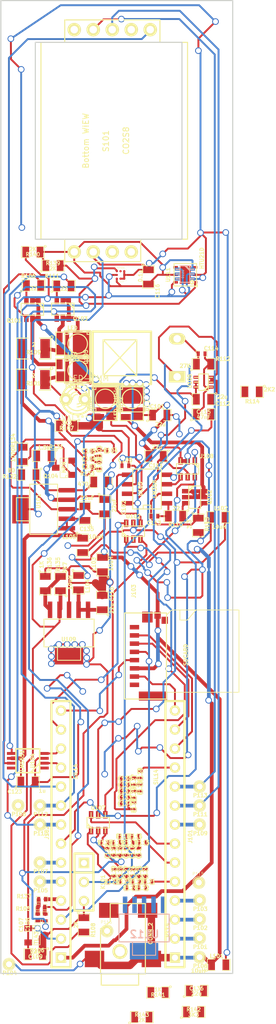
<source format=kicad_pcb>
(kicad_pcb (version 3) (host pcbnew "(2013-03-10 BZR 3992)-stable")
  (layers (15 F.Cu signal) (0 B.Cu signal) (18 B.Paste user) (19 F.Paste user) (20 B.SilkS user) (21 F.SilkS user) (22 B.Mask user) (23 F.Mask user) (28 Edge.Cuts user))
  (net 0 "")
  (net 1 /+5V)
  (net 2 /3.3Vdd)
  (net 3 "/A10 analog IN")
  (net 4 /ACT_SAT-LED)
  (net 5 /ACT_SAT_FB)
  (net 6 /ActVCC)
  (net 7 /Aref)
  (net 8 /DGND)
  (net 9 /DetVcc)
  (net 10 /Det_gnd)
  (net 11 "/IR CAL toggle")
  (net 12 /IR_CAL_filtered)
  (net 13 "/PWM meas intensity")
  (net 14 /PWM_calibration_intensity)
  (net 15 /PWMactpreset1)
  (net 16 /PWMactpreset2)
  (net 17 /Rxd)
  (net 18 /SD_CLK)
  (net 19 /SD_CS)
  (net 20 /SD_MISO)
  (net 21 /SD_MOSI)
  (net 22 /Txd)
  (net 23 /Umeas1)
  (net 24 /Umeas2)
  (net 25 /actinic_filtered&switched)
  (net 26 /actinic_preset1)
  (net 27 /actinic_preset2)
  (net 28 /cal)
  (net 29 /calibration_LED)
  (net 30 /pinK)
  (net 31 /sck)
  (net 32 /sda)
  (net 33 /signal)
  (net 34 GND)
  (net 35 N-000001)
  (net 36 N-0000010)
  (net 37 N-0000011)
  (net 38 N-0000012)
  (net 39 N-0000013)
  (net 40 N-0000022)
  (net 41 N-0000023)
  (net 42 N-0000026)
  (net 43 N-0000027)
  (net 44 N-0000028)
  (net 45 N-0000029)
  (net 46 N-000003)
  (net 47 N-0000030)
  (net 48 N-0000031)
  (net 49 N-0000032)
  (net 50 N-0000033)
  (net 51 N-0000034)
  (net 52 N-0000036)
  (net 53 N-0000037)
  (net 54 N-0000038)
  (net 55 N-0000039)
  (net 56 N-000004)
  (net 57 N-0000040)
  (net 58 N-0000041)
  (net 59 N-0000042)
  (net 60 N-0000047)
  (net 61 N-0000048)
  (net 62 N-000005)
  (net 63 N-0000050)
  (net 64 N-0000051)
  (net 65 N-0000052)
  (net 66 N-0000053)
  (net 67 N-0000054)
  (net 68 N-0000055)
  (net 69 N-0000057)
  (net 70 N-0000058)
  (net 71 N-000006)
  (net 72 N-0000060)
  (net 73 N-0000061)
  (net 74 N-0000062)
  (net 75 N-0000064)
  (net 76 N-0000066)
  (net 77 N-0000067)
  (net 78 N-0000070)
  (net 79 N-0000072)
  (net 80 N-0000073)
  (net 81 N-000008)
  (net 82 N-0000083)
  (net 83 N-000009)
  (module DCQ5 (layer B.Cu) (at 168.32326 213.39556)
    (fp_text reference U112 (at 0.0508 0.8382) (layer B.SilkS) (effects (font (size 1.00076 1.00076) (thickness 0.20066)) (justify mirror)))
    (fp_text value TL1963 hide)
    (pad 1 smd rect (at -2.54 -3.1) (size 0.6 2.2) (layers B.Cu B.Paste B.Mask) (net 40 N-0000022))
    (pad 2 smd rect (at -1.27 -3.1) (size 0.6 2.2) (layers B.Cu B.Paste B.Mask) (net 40 N-0000022))
    (pad 3 smd rect (at 0 -3.1) (size 0.6 2.2) (layers B.Cu B.Paste B.Mask) (net 34 GND))
    (pad 3 smd rect (at 0 3.1) (size 3.79984 2.2) (layers B.Cu B.Paste B.Mask) (net 34 GND))
    (pad 4 smd rect (at 1.27 -3.1) (size 0.6 2.2) (layers B.Cu B.Paste B.Mask) (net 1 /+5V))
    (pad 5 smd rect (at 2.54 -3.1) (size 0.6 2.2) (layers B.Cu B.Paste B.Mask) (net 42 N-0000026))
  )
  (module Pin_diode_SIP_down (layer F.Cu) (at 165.1 137.1981 90)
    (fp_text reference D105 (at 0.1143 -4.5593 90) (layer F.SilkS) (effects (font (size 0.5 0.5) (thickness 0.125))))
    (fp_text value SMALL_DIODE_PHOTODIODE hide)
    (pad 1 thru_hole rect (at -2.54 7.65 90) (size 1.524 2.19964) (drill 1.00076) (layers *.Cu *.Mask F.SilkS) (net 34 GND))
    (pad 2 thru_hole oval (at 2.54 7.65 90) (size 1.524 2.19964) (drill 1.00076) (layers *.Cu *.Mask F.SilkS) (net 30 /pinK))
  )
  (module SM0805 (layer F.Cu) (at 168.91 126.39802 270)
    (fp_text reference C116 (at 1.90246 -1.2065 270) (layer F.SilkS) (effects (font (size 0.50038 0.50038) (thickness 0.10922))))
    (fp_text value 0.1u (at -0.12954 1.0795 270) (layer F.SilkS) (effects (font (size 0.50038 0.50038) (thickness 0.10922))))
    (pad 1 smd rect (at -0.9525 0 270) (size 0.889 1.397) (layers F.Cu F.Paste F.Mask) (net 34 GND))
    (pad 2 smd rect (at 0.9525 0 270) (size 0.889 1.397) (layers F.Cu F.Paste F.Mask) (net 2 /3.3Vdd))
  )
  (module DCQ5 (layer F.Cu) (at 154.9019 157.4419 90)
    (fp_text reference U101 (at 1.0795 -0.6985 90) (layer F.SilkS) (effects (font (size 0.5 0.5) (thickness 0.125))))
    (fp_text value TL1963 hide)
    (pad 1 smd rect (at -2.54 3.1 90) (size 0.6 2.2) (layers F.Cu F.Paste F.Mask) (net 54 N-0000038))
    (pad 2 smd rect (at -1.27 3.1 90) (size 0.6 2.2) (layers F.Cu F.Paste F.Mask) (net 54 N-0000038))
    (pad 3 smd rect (at 0 3.1 90) (size 0.6 2.2) (layers F.Cu F.Paste F.Mask) (net 34 GND))
    (pad 3 smd rect (at 0 -3.1 90) (size 3.79984 2.2) (layers F.Cu F.Paste F.Mask) (net 34 GND))
    (pad 4 smd rect (at 1.27 3.1 90) (size 0.6 2.2) (layers F.Cu F.Paste F.Mask) (net 63 N-0000050))
    (pad 5 smd rect (at 2.54 3.1 90) (size 0.6 2.2) (layers F.Cu F.Paste F.Mask) (net 83 N-000009))
  )
  (module Multi_Rebel+XP (layer F.Cu) (at 159.4485 135.3185 180)
    (fp_text reference D103 (at 0.70104 -2.10058 180) (layer F.SilkS) (effects (font (size 0.5 0.5) (thickness 0.125))))
    (fp_text value LED (at 0.70104 2.10058 180) (layer F.SilkS) (effects (font (size 0.5 0.5) (thickness 0.125))))
    (pad 1 smd rect (at 2.47396 -0.8001 180) (size 0.89916 1.30048) (layers F.Cu F.Paste F.Mask) (net 46 N-000003))
    (pad 2 smd rect (at 2.47396 0.8001 180) (size 0.89916 1.30048) (layers F.Cu F.Paste F.Mask) (net 51 N-0000034))
    (pad 2 smd rect (at -0.89916 0 180) (size 0.59944 2.99974) (layers F.Cu F.Paste F.Mask) (net 51 N-0000034))
    (pad 2 smd rect (at 0 0 180) (size 1.30048 3.29946) (layers F.Cu F.Paste F.Mask) (net 51 N-0000034))
    (pad 1 smd rect (at 1.39954 0 180) (size 0.50038 3.29946) (layers F.Cu F.Paste F.Mask) (net 46 N-000003))
    (pad 2 smd rect (at -1.39954 0 180) (size 0.50038 3.29946) (layers F.Cu F.Paste F.Mask) (net 51 N-0000034))
    (pad 1 smd rect (at 1.84912 -0.8001 180) (size 0.39878 1.30048) (layers F.Cu) (net 46 N-000003))
  )
  (module Multi_Rebel+XP (layer F.Cu) (at 159.4485 138.8745 180)
    (fp_text reference D101 (at 0.70104 -2.10058 180) (layer F.SilkS) (effects (font (size 0.5 0.5) (thickness 0.125))))
    (fp_text value LED (at 0.70104 2.10058 180) (layer F.SilkS) (effects (font (size 0.5 0.5) (thickness 0.125))))
    (pad 1 smd rect (at 2.47396 -0.8001 180) (size 0.89916 1.30048) (layers F.Cu F.Paste F.Mask) (net 36 N-0000010))
    (pad 2 smd rect (at 2.47396 0.8001 180) (size 0.89916 1.30048) (layers F.Cu F.Paste F.Mask) (net 43 N-0000027))
    (pad 2 smd rect (at -0.89916 0 180) (size 0.59944 2.99974) (layers F.Cu F.Paste F.Mask) (net 43 N-0000027))
    (pad 2 smd oval (at -1.50114 -1.50114 225) (size 0.50038 1.00076) (layers F.Cu F.Mask) (net 43 N-0000027))
    (pad 2 smd rect (at 0 0 180) (size 1.30048 3.29946) (layers F.Cu F.Paste F.Mask) (net 43 N-0000027))
    (pad 1 smd rect (at 1.39954 0 180) (size 0.50038 3.29946) (layers F.Cu F.Paste F.Mask) (net 36 N-0000010))
    (pad 2 smd rect (at -1.39954 0 180) (size 0.50038 3.29946) (layers F.Cu F.Paste F.Mask) (net 43 N-0000027))
    (pad 1 smd rect (at 1.84912 -0.8001 180) (size 0.39878 1.30048) (layers F.Cu) (net 36 N-0000010))
  )
  (module Multi_Rebel+XP (layer F.Cu) (at 163.1315 142.6845 270)
    (fp_text reference D102 (at 0.70104 -2.10058 270) (layer F.SilkS) (effects (font (size 0.5 0.5) (thickness 0.125))))
    (fp_text value IRled (at 0.70104 2.10058 270) (layer F.SilkS) (effects (font (size 0.5 0.5) (thickness 0.125))))
    (pad 1 smd rect (at 2.47396 -0.8001 270) (size 0.89916 1.30048) (layers F.Cu F.Paste F.Mask) (net 29 /calibration_LED))
    (pad 2 smd rect (at 2.47396 0.8001 270) (size 0.89916 1.30048) (layers F.Cu F.Paste F.Mask) (net 39 N-0000013))
    (pad 2 smd rect (at -0.89916 0 270) (size 0.59944 2.99974) (layers F.Cu F.Paste F.Mask) (net 39 N-0000013))
    (pad 2 smd rect (at 0 0 270) (size 1.30048 3.29946) (layers F.Cu F.Paste F.Mask) (net 39 N-0000013))
    (pad 1 smd rect (at 1.39954 0 270) (size 0.50038 3.29946) (layers F.Cu F.Paste F.Mask) (net 29 /calibration_LED))
    (pad 2 smd rect (at -1.39954 0 270) (size 0.50038 3.29946) (layers F.Cu F.Paste F.Mask) (net 39 N-0000013))
    (pad 1 smd rect (at 1.84912 -0.8001 270) (size 0.39878 1.30048) (layers F.Cu) (net 29 /calibration_LED))
  )
  (module Multi_Rebel+XP (layer F.Cu) (at 166.6875 142.6845 270)
    (fp_text reference D104 (at 0.70104 -2.10058 270) (layer F.SilkS) (effects (font (size 0.5 0.5) (thickness 0.125))))
    (fp_text value rLED_Actinic (at 0.70104 2.10058 270) (layer F.SilkS) (effects (font (size 0.5 0.5) (thickness 0.125))))
    (pad 1 smd rect (at 2.47396 -0.8001 270) (size 0.89916 1.30048) (layers F.Cu F.Paste F.Mask) (net 6 /ActVCC))
    (pad 2 smd rect (at 2.47396 0.8001 270) (size 0.89916 1.30048) (layers F.Cu F.Paste F.Mask) (net 4 /ACT_SAT-LED))
    (pad 2 smd rect (at -0.89916 0 270) (size 0.59944 2.99974) (layers F.Cu F.Paste F.Mask) (net 4 /ACT_SAT-LED))
    (pad 2 smd rect (at 0 0 270) (size 1.30048 3.29946) (layers F.Cu F.Paste F.Mask) (net 4 /ACT_SAT-LED))
    (pad 1 smd rect (at 1.39954 0 270) (size 0.50038 3.29946) (layers F.Cu F.Paste F.Mask) (net 6 /ActVCC))
    (pad 2 smd rect (at -1.39954 0 270) (size 0.50038 3.29946) (layers F.Cu F.Paste F.Mask) (net 4 /ACT_SAT-LED))
    (pad 1 smd rect (at 1.84912 -0.8001 270) (size 0.39878 1.30048) (layers F.Cu) (net 6 /ActVCC))
  )
  (module SOT23 (layer F.Cu) (at 157.607 151.892 90)
    (fp_text reference Q104 (at -1.1176 -1.7526 180) (layer F.SilkS) (effects (font (size 0.5 0.5) (thickness 0.125))))
    (fp_text value NPN (at 0.0635 0 90) (layer F.SilkS) (effects (font (size 0.5 0.5) (thickness 0.125))))
    (pad 3 smd rect (at 0 -1.09982 90) (size 0.8001 1.00076) (layers F.Cu F.Paste F.Mask) (net 63 N-0000050))
    (pad 2 smd rect (at 0.9525 1.09982 90) (size 0.8001 1.00076) (layers F.Cu F.Paste F.Mask) (net 64 N-0000051))
    (pad 1 smd rect (at -0.9525 1.09982 90) (size 0.8001 1.00076) (layers F.Cu F.Paste F.Mask) (net 81 N-000008))
  )
  (module SOT23 (layer F.Cu) (at 153.924 214.376 270)
    (fp_text reference U106 (at 1.99898 -0.09906 360) (layer F.SilkS) (effects (font (size 0.5 0.5) (thickness 0.125))))
    (fp_text value TL431 (at 0.0635 0 270) (layer F.SilkS) (effects (font (size 0.5 0.5) (thickness 0.125))))
    (pad 3 smd rect (at 0 -1.09982 270) (size 0.8001 1.00076) (layers F.Cu F.Paste F.Mask) (net 34 GND))
    (pad 2 smd rect (at 0.9525 1.09982 270) (size 0.8001 1.00076) (layers F.Cu F.Paste F.Mask) (net 7 /Aref))
    (pad 1 smd rect (at -0.9525 1.09982 270) (size 0.8001 1.00076) (layers F.Cu F.Paste F.Mask) (net 7 /Aref))
  )
  (module SO8E (layer F.Cu) (at 168.7195 154.7368 90)
    (fp_text reference U103 (at 0 -0.889 90) (layer F.SilkS) (effects (font (size 0.5 0.5) (thickness 0.125))))
    (fp_text value LM358 (at 0 1.016 90) (layer F.SilkS) (effects (font (size 0.5 0.5) (thickness 0.125))))
    (pad 8 smd rect (at -1.905 -2.667 90) (size 0.59944 1.39954) (layers F.Cu F.Paste F.Mask) (net 6 /ActVCC))
    (pad 1 smd rect (at -1.905 2.667 90) (size 0.59944 1.39954) (layers F.Cu F.Paste F.Mask) (net 76 N-0000066))
    (pad 7 smd rect (at -0.635 -2.667 90) (size 0.59944 1.39954) (layers F.Cu F.Paste F.Mask) (net 29 /calibration_LED))
    (pad 6 smd rect (at 0.635 -2.667 90) (size 0.59944 1.39954) (layers F.Cu F.Paste F.Mask) (net 39 N-0000013))
    (pad 5 smd rect (at 1.905 -2.667 90) (size 0.59944 1.39954) (layers F.Cu F.Paste F.Mask) (net 37 N-0000011))
    (pad 2 smd rect (at -0.635 2.667 90) (size 0.59944 1.39954) (layers F.Cu F.Paste F.Mask) (net 5 /ACT_SAT_FB))
    (pad 3 smd rect (at 0.635 2.667 90) (size 0.59944 1.39954) (layers F.Cu F.Paste F.Mask) (net 25 /actinic_filtered&switched))
    (pad 4 smd rect (at 1.905 2.667 90) (size 0.59944 1.39954) (layers F.Cu F.Paste F.Mask) (net 34 GND))
  )
  (module SM0805 (layer F.Cu) (at 160.4137 157.9753 90)
    (fp_text reference C135 (at -2.1082 0.254 180) (layer F.SilkS) (effects (font (size 0.5 0.5) (thickness 0.125))))
    (fp_text value 22uF (at 2.0447 0.3175 180) (layer F.SilkS) (effects (font (size 0.5 0.5) (thickness 0.125))))
    (pad 1 smd rect (at -0.9525 0 90) (size 0.889 1.397) (layers F.Cu F.Paste F.Mask) (net 54 N-0000038))
    (pad 2 smd rect (at 0.9525 0 90) (size 0.889 1.397) (layers F.Cu F.Paste F.Mask) (net 34 GND))
  )
  (module SM0805 (layer F.Cu) (at 153.797 216.916 180)
    (fp_text reference C109 (at 0 -0.3175 180) (layer F.SilkS) (effects (font (size 0.5 0.5) (thickness 0.125))))
    (fp_text value 22u (at 0 0.381 180) (layer F.SilkS) (effects (font (size 0.5 0.5) (thickness 0.125))))
    (pad 1 smd rect (at -0.9525 0 180) (size 0.889 1.397) (layers F.Cu F.Paste F.Mask) (net 7 /Aref))
    (pad 2 smd rect (at 0.9525 0 180) (size 0.889 1.397) (layers F.Cu F.Paste F.Mask) (net 34 GND))
  )
  (module SM0805 (layer F.Cu) (at 157.9626 146.2913 180)
    (fp_text reference R107 (at 0 -0.3175 180) (layer F.SilkS) (effects (font (size 0.5 0.5) (thickness 0.125))))
    (fp_text value 3K3 (at 0 0.381 180) (layer F.SilkS) (effects (font (size 0.5 0.5) (thickness 0.125))))
    (pad 1 smd rect (at -0.9525 0 180) (size 0.889 1.397) (layers F.Cu F.Paste F.Mask) (net 39 N-0000013))
    (pad 2 smd rect (at 0.9525 0 180) (size 0.889 1.397) (layers F.Cu F.Paste F.Mask) (net 34 GND))
  )
  (module SM0805 (layer F.Cu) (at 170.4213 144.8562)
    (fp_text reference C101 (at -0.3429 -1.14554) (layer F.SilkS) (effects (font (size 0.5 0.5) (thickness 0.125))))
    (fp_text value 22u (at 0.09144 1.24206) (layer F.SilkS) (effects (font (size 0.5 0.5) (thickness 0.125))))
    (pad 1 smd rect (at -0.9525 0) (size 0.889 1.397) (layers F.Cu F.Paste F.Mask) (net 6 /ActVCC))
    (pad 2 smd rect (at 0.9525 0) (size 0.889 1.397) (layers F.Cu F.Paste F.Mask) (net 34 GND))
  )
  (module SM0805 (layer F.Cu) (at 178.308 218.313)
    (fp_text reference L101 (at -0.28194 -1.16586) (layer F.SilkS) (effects (font (size 0.5 0.5) (thickness 0.125))))
    (fp_text value 10uH (at -2.72034 0.8001) (layer F.SilkS) (effects (font (size 0.5 0.5) (thickness 0.125))))
    (pad 1 smd rect (at -0.9525 0) (size 0.889 1.397) (layers F.Cu F.Paste F.Mask) (net 8 /DGND))
    (pad 2 smd rect (at 0.9525 0) (size 0.889 1.397) (layers F.Cu F.Paste F.Mask) (net 34 GND))
  )
  (module SM0805 (layer F.Cu) (at 160.274 212.979 270)
    (fp_text reference R108 (at 0.70104 -1.2446 270) (layer F.SilkS) (effects (font (size 0.5 0.5) (thickness 0.125))))
    (fp_text value 2K (at -0.04572 1.0414 270) (layer F.SilkS) (effects (font (size 0.5 0.5) (thickness 0.125))))
    (pad 1 smd rect (at -0.9525 0 270) (size 0.889 1.397) (layers F.Cu F.Paste F.Mask) (net 7 /Aref))
    (pad 2 smd rect (at 0.9525 0 270) (size 0.889 1.397) (layers F.Cu F.Paste F.Mask) (net 9 /DetVcc))
  )
  (module SM0805 (layer F.Cu) (at 163.068 157.099 270)
    (fp_text reference C102 (at 0.127 -2.54 270) (layer F.SilkS) (effects (font (size 0.5 0.5) (thickness 0.125))))
    (fp_text value 22uF (at -0.1778 -1.27 270) (layer F.SilkS) (effects (font (size 0.5 0.5) (thickness 0.125))))
    (pad 1 smd rect (at -0.9525 0 270) (size 0.889 1.397) (layers F.Cu F.Paste F.Mask) (net 63 N-0000050))
    (pad 2 smd rect (at 0.9525 0 270) (size 0.889 1.397) (layers F.Cu F.Paste F.Mask) (net 34 GND))
  )
  (module SM0805 (layer F.Cu) (at 157.607 127.5969)
    (fp_text reference R111 (at -1.5875 -1.30556) (layer F.SilkS) (effects (font (size 0.5 0.5) (thickness 0.125))))
    (fp_text value 22 (at 0 0.381) (layer F.SilkS) (effects (font (size 0.5 0.5) (thickness 0.125))))
    (pad 1 smd rect (at -0.9525 0) (size 0.889 1.397) (layers F.Cu F.Paste F.Mask) (net 62 N-000005))
    (pad 2 smd rect (at 0.9525 0) (size 0.889 1.397) (layers F.Cu F.Paste F.Mask) (net 53 N-0000037))
  )
  (module SM0805 (layer F.Cu) (at 153.543 127.5461)
    (fp_text reference R106 (at -0.6858 -1.27) (layer F.SilkS) (effects (font (size 0.5 0.5) (thickness 0.125))))
    (fp_text value 22 (at 0 0.381) (layer F.SilkS) (effects (font (size 0.5 0.5) (thickness 0.125))))
    (pad 1 smd rect (at -0.9525 0) (size 0.889 1.397) (layers F.Cu F.Paste F.Mask) (net 56 N-000004))
    (pad 2 smd rect (at 0.9525 0) (size 0.889 1.397) (layers F.Cu F.Paste F.Mask) (net 71 N-000006))
  )
  (module SM0805 (layer F.Cu) (at 155.1178 167.3733 270)
    (fp_text reference R136 (at -2.57556 -0.5588 270) (layer F.SilkS) (effects (font (size 0.5 0.5) (thickness 0.125))))
    (fp_text value 1K (at -2.52984 0.50292 270) (layer F.SilkS) (effects (font (size 0.5 0.5) (thickness 0.125))))
    (pad 1 smd rect (at -0.9525 0 270) (size 0.889 1.397) (layers F.Cu F.Paste F.Mask) (net 34 GND))
    (pad 2 smd rect (at 0.9525 0 270) (size 0.889 1.397) (layers F.Cu F.Paste F.Mask) (net 44 N-0000028))
  )
  (module SM0805 (layer F.Cu) (at 160.1089 162.2679 270)
    (fp_text reference L105 (at -1.1303 1.7907 360) (layer F.SilkS) (effects (font (size 0.5 0.5) (thickness 0.125))))
    (fp_text value 10uH (at -1.1557 -1.7907 360) (layer F.SilkS) (effects (font (size 0.5 0.5) (thickness 0.125))))
    (pad 1 smd rect (at -0.9525 0 270) (size 0.889 1.397) (layers F.Cu F.Paste F.Mask) (net 54 N-0000038))
    (pad 2 smd rect (at 0.9525 0 270) (size 0.889 1.397) (layers F.Cu F.Paste F.Mask) (net 6 /ActVCC))
  )
  (module SM0805 (layer F.Cu) (at 154.9273 150.3045 180)
    (fp_text reference R131 (at -1.6637 1.19634 180) (layer F.SilkS) (effects (font (size 0.5 0.5) (thickness 0.125))))
    (fp_text value 1.5k (at 0.02032 1.1049 180) (layer F.SilkS) (effects (font (size 0.5 0.5) (thickness 0.125))))
    (pad 1 smd rect (at -0.9525 0 180) (size 0.889 1.397) (layers F.Cu F.Paste F.Mask) (net 63 N-0000050))
    (pad 2 smd rect (at 0.9525 0 180) (size 0.889 1.397) (layers F.Cu F.Paste F.Mask) (net 83 N-000009))
  )
  (module SM0805 (layer F.Cu) (at 162.56 153.797)
    (fp_text reference R133 (at -1.8034 -1.1176) (layer F.SilkS) (effects (font (size 0.5 0.5) (thickness 0.125))))
    (fp_text value 470 (at -2.3876 0.2794) (layer F.SilkS) (effects (font (size 0.5 0.5) (thickness 0.125))))
    (pad 1 smd rect (at -0.9525 0) (size 0.889 1.397) (layers F.Cu F.Paste F.Mask) (net 83 N-000009))
    (pad 2 smd rect (at 0.9525 0) (size 0.889 1.397) (layers F.Cu F.Paste F.Mask) (net 34 GND))
  )
  (module SM0805 (layer F.Cu) (at 152.9207 152.8191 180)
    (fp_text reference R132 (at 2.58064 -0.27432 180) (layer F.SilkS) (effects (font (size 0.5 0.5) (thickness 0.125))))
    (fp_text value 80 (at 2.34188 0.5715 180) (layer F.SilkS) (effects (font (size 0.5 0.5) (thickness 0.125))))
    (pad 1 smd rect (at -0.9525 0 180) (size 0.889 1.397) (layers F.Cu F.Paste F.Mask) (net 83 N-000009))
    (pad 2 smd rect (at 0.9525 0 180) (size 0.889 1.397) (layers F.Cu F.Paste F.Mask) (net 81 N-000008))
  )
  (module SM0805 (layer F.Cu) (at 152.019 150.114 270)
    (fp_text reference R134 (at -1.84404 1.20396 270) (layer F.SilkS) (effects (font (size 0.5 0.5) (thickness 0.125))))
    (fp_text value 1000 (at 0.06858 1.19634 270) (layer F.SilkS) (effects (font (size 0.5 0.5) (thickness 0.125))))
    (pad 1 smd rect (at -0.9525 0 270) (size 0.889 1.397) (layers F.Cu F.Paste F.Mask) (net 34 GND))
    (pad 2 smd rect (at 0.9525 0 270) (size 0.889 1.397) (layers F.Cu F.Paste F.Mask) (net 81 N-000008))
  )
  (module SM0805 (layer F.Cu) (at 157.1498 167.3733 90)
    (fp_text reference R135 (at 2.57556 -0.34036 90) (layer F.SilkS) (effects (font (size 0.5 0.5) (thickness 0.125))))
    (fp_text value 2K7 (at 2.15138 0.60706 90) (layer F.SilkS) (effects (font (size 0.5 0.5) (thickness 0.125))))
    (pad 1 smd rect (at -0.9525 0 90) (size 0.889 1.397) (layers F.Cu F.Paste F.Mask) (net 9 /DetVcc))
    (pad 2 smd rect (at 0.9525 0 90) (size 0.889 1.397) (layers F.Cu F.Paste F.Mask) (net 44 N-0000028))
  )
  (module SM0805 (layer F.Cu) (at 176.276 138.049)
    (fp_text reference R112 (at 2.59588 -0.6985) (layer F.SilkS) (effects (font (size 0.5 0.5) (thickness 0.125))))
    (fp_text value 27K (at -2.45618 0.23876) (layer F.SilkS) (effects (font (size 0.5 0.5) (thickness 0.125))))
    (pad 1 smd rect (at -0.9525 0) (size 0.889 1.397) (layers F.Cu F.Paste F.Mask) (net 30 /pinK))
    (pad 2 smd rect (at 0.9525 0) (size 0.889 1.397) (layers F.Cu F.Paste F.Mask) (net 33 /signal))
  )
  (module SM0805 (layer F.Cu) (at 176.276 142.748 180)
    (fp_text reference C112 (at -2.57048 -0.5969 180) (layer F.SilkS) (effects (font (size 0.5 0.5) (thickness 0.125))))
    (fp_text value 22u (at -2.51206 0.3302 180) (layer F.SilkS) (effects (font (size 0.5 0.5) (thickness 0.125))))
    (pad 1 smd rect (at -0.9525 0 180) (size 0.889 1.397) (layers F.Cu F.Paste F.Mask) (net 34 GND))
    (pad 2 smd rect (at 0.9525 0 180) (size 0.889 1.397) (layers F.Cu F.Paste F.Mask) (net 9 /DetVcc))
  )
  (module SM0805 (layer F.Cu) (at 162.7632 164.8333 90)
    (fp_text reference L103 (at 0.08128 -1.16586 90) (layer F.SilkS) (effects (font (size 0.5 0.5) (thickness 0.125))))
    (fp_text value 10uH (at 0.127 1.13284 90) (layer F.SilkS) (effects (font (size 0.5 0.5) (thickness 0.125))))
    (pad 1 smd rect (at -0.9525 0 90) (size 0.889 1.397) (layers F.Cu F.Paste F.Mask) (net 10 /Det_gnd))
    (pad 2 smd rect (at 0.9525 0 90) (size 0.889 1.397) (layers F.Cu F.Paste F.Mask) (net 8 /DGND))
  )
  (module SM0805 (layer F.Cu) (at 162.7378 169.9133 90)
    (fp_text reference C110 (at 1.13792 1.2827 90) (layer F.SilkS) (effects (font (size 0.5 0.5) (thickness 0.125))))
    (fp_text value 22u (at -0.78232 1.29032 90) (layer F.SilkS) (effects (font (size 0.5 0.5) (thickness 0.125))))
    (pad 1 smd rect (at -0.9525 0 90) (size 0.889 1.397) (layers F.Cu F.Paste F.Mask) (net 82 N-0000083))
    (pad 2 smd rect (at 0.9525 0 90) (size 0.889 1.397) (layers F.Cu F.Paste F.Mask) (net 34 GND))
  )
  (module SM0805 (layer F.Cu) (at 182.7657 141.7447 180)
    (fp_text reference R114 (at -0.04318 -1.28524 180) (layer F.SilkS) (effects (font (size 0.5 0.5) (thickness 0.125))))
    (fp_text value 2K2 (at -2.34188 0.31496 180) (layer F.SilkS) (effects (font (size 0.5 0.5) (thickness 0.125))))
    (pad 1 smd rect (at -0.9525 0 180) (size 0.889 1.397) (layers F.Cu F.Paste F.Mask) (net 34 GND))
    (pad 2 smd rect (at 0.9525 0 180) (size 0.889 1.397) (layers F.Cu F.Paste F.Mask) (net 3 "/A10 analog IN"))
  )
  (module SM0805 (layer F.Cu) (at 159.5628 167.2463 270)
    (fp_text reference L104 (at 0.4445 -1.21158 270) (layer F.SilkS) (effects (font (size 0.5 0.5) (thickness 0.125))))
    (fp_text value 10uH (at -0.03556 1.1303 270) (layer F.SilkS) (effects (font (size 0.5 0.5) (thickness 0.125))))
    (pad 1 smd rect (at -0.9525 0 270) (size 0.889 1.397) (layers F.Cu F.Paste F.Mask) (net 1 /+5V))
    (pad 2 smd rect (at 0.9525 0 270) (size 0.889 1.397) (layers F.Cu F.Paste F.Mask) (net 82 N-0000083))
  )
  (module SM0805 (layer F.Cu) (at 172.5295 158.369 180)
    (fp_text reference R110 (at -0.01778 -1.14808 180) (layer F.SilkS) (effects (font (size 0.5 0.5) (thickness 0.125))))
    (fp_text value 22 (at -0.09906 1.04648 180) (layer F.SilkS) (effects (font (size 0.5 0.5) (thickness 0.125))))
    (pad 1 smd rect (at -0.9525 0 180) (size 0.889 1.397) (layers F.Cu F.Paste F.Mask) (net 75 N-0000064))
    (pad 2 smd rect (at 0.9525 0 180) (size 0.889 1.397) (layers F.Cu F.Paste F.Mask) (net 76 N-0000066))
  )
  (module SM0805 (layer F.Cu) (at 175.5775 159.5882 270)
    (fp_text reference R113 (at -0.1524 -1.1938 270) (layer F.SilkS) (effects (font (size 0.5 0.5) (thickness 0.125))))
    (fp_text value 3.3 (at -0.1524 1.1938 270) (layer F.SilkS) (effects (font (size 0.5 0.5) (thickness 0.125))))
    (pad 1 smd rect (at -0.9525 0 270) (size 0.889 1.397) (layers F.Cu F.Paste F.Mask) (net 5 /ACT_SAT_FB))
    (pad 2 smd rect (at 0.9525 0 270) (size 0.889 1.397) (layers F.Cu F.Paste F.Mask) (net 34 GND))
  )
  (module SM0805 (layer F.Cu) (at 178.1937 158.5214)
    (fp_text reference L102 (at 0.40132 -1.19888) (layer F.SilkS) (effects (font (size 0.5 0.5) (thickness 0.125))))
    (fp_text value 10uH (at 0.16002 1.27) (layer F.SilkS) (effects (font (size 0.5 0.5) (thickness 0.125))))
    (pad 1 smd rect (at -0.9525 0) (size 0.889 1.397) (layers F.Cu F.Paste F.Mask) (net 1 /+5V))
    (pad 2 smd rect (at 0.9525 0) (size 0.889 1.397) (layers F.Cu F.Paste F.Mask) (net 6 /ActVCC))
  )
  (module SM0805 (layer F.Cu) (at 169.926 150.368 180)
    (fp_text reference C111 (at 0.02032 -1.22428 180) (layer F.SilkS) (effects (font (size 0.5 0.5) (thickness 0.125))))
    (fp_text value 22u (at -0.12192 1.22936 180) (layer F.SilkS) (effects (font (size 0.5 0.5) (thickness 0.125))))
    (pad 1 smd rect (at -0.9525 0 180) (size 0.889 1.397) (layers F.Cu F.Paste F.Mask) (net 6 /ActVCC))
    (pad 2 smd rect (at 0.9525 0 180) (size 0.889 1.397) (layers F.Cu F.Paste F.Mask) (net 34 GND))
  )
  (module SM0402 (layer F.Cu) (at 162.3441 151.5999 90)
    (fp_text reference R102 (at 0 0 90) (layer F.SilkS) (effects (font (size 0.5 0.5) (thickness 0.125))))
    (fp_text value 3.3K hide)
    (pad 1 smd rect (at -0.44958 0 90) (size 0.39878 0.59944) (layers F.Cu F.Paste F.Mask) (net 64 N-0000051))
    (pad 2 smd rect (at 0.44958 0 90) (size 0.39878 0.59944) (layers F.Cu F.Paste F.Mask) (net 65 N-0000052))
  )
  (module SM0402 (layer F.Cu) (at 166.7891 203.2127 270)
    (fp_text reference C118 (at 0 0 270) (layer F.SilkS) (effects (font (size 0.5 0.5) (thickness 0.125))))
    (fp_text value 10n hide)
    (pad 1 smd rect (at -0.44958 0 270) (size 0.39878 0.59944) (layers F.Cu F.Paste F.Mask) (net 67 N-0000054))
    (pad 2 smd rect (at 0.44958 0 270) (size 0.39878 0.59944) (layers F.Cu F.Paste F.Mask) (net 34 GND))
  )
  (module SM0402 (layer F.Cu) (at 160.9471 149.6949 180)
    (fp_text reference C105 (at 0 0 180) (layer F.SilkS) (effects (font (size 0.5 0.5) (thickness 0.125))))
    (fp_text value 10n hide)
    (pad 1 smd rect (at -0.44958 0 180) (size 0.39878 0.59944) (layers F.Cu F.Paste F.Mask) (net 66 N-0000053))
    (pad 2 smd rect (at 0.44958 0 180) (size 0.39878 0.59944) (layers F.Cu F.Paste F.Mask) (net 34 GND))
  )
  (module SM0402 (layer F.Cu) (at 160.9471 150.7109 180)
    (fp_text reference C104 (at 0 0 180) (layer F.SilkS) (effects (font (size 0.5 0.5) (thickness 0.125))))
    (fp_text value 10n hide)
    (pad 1 smd rect (at -0.44958 0 180) (size 0.39878 0.59944) (layers F.Cu F.Paste F.Mask) (net 65 N-0000052))
    (pad 2 smd rect (at 0.44958 0 180) (size 0.39878 0.59944) (layers F.Cu F.Paste F.Mask) (net 34 GND))
  )
  (module SM0402 (layer F.Cu) (at 160.9471 151.7523 180)
    (fp_text reference C103 (at 0 0 180) (layer F.SilkS) (effects (font (size 0.5 0.5) (thickness 0.125))))
    (fp_text value 10n hide)
    (pad 1 smd rect (at -0.44958 0 180) (size 0.39878 0.59944) (layers F.Cu F.Paste F.Mask) (net 64 N-0000051))
    (pad 2 smd rect (at 0.44958 0 180) (size 0.39878 0.59944) (layers F.Cu F.Paste F.Mask) (net 34 GND))
  )
  (module SM0402 (layer F.Cu) (at 165.9509 203.2127 270)
    (fp_text reference C119 (at 0 0 270) (layer F.SilkS) (effects (font (size 0.5 0.5) (thickness 0.125))))
    (fp_text value 10n hide)
    (pad 1 smd rect (at -0.44958 0 270) (size 0.39878 0.59944) (layers F.Cu F.Paste F.Mask) (net 68 N-0000055))
    (pad 2 smd rect (at 0.44958 0 270) (size 0.39878 0.59944) (layers F.Cu F.Paste F.Mask) (net 34 GND))
  )
  (module SM0402 (layer F.Cu) (at 168.1099 201.9935 180)
    (fp_text reference R115 (at 0 0 180) (layer F.SilkS) (effects (font (size 0.5 0.5) (thickness 0.125))))
    (fp_text value 3.3K hide)
    (pad 1 smd rect (at -0.44958 0 180) (size 0.39878 0.59944) (layers F.Cu F.Paste F.Mask) (net 15 /PWMactpreset1))
    (pad 2 smd rect (at 0.44958 0 180) (size 0.39878 0.59944) (layers F.Cu F.Paste F.Mask) (net 77 N-0000067))
  )
  (module SM0402 (layer F.Cu) (at 167.1447 201.1553 180)
    (fp_text reference R116 (at 0 0 180) (layer F.SilkS) (effects (font (size 0.5 0.5) (thickness 0.125))))
    (fp_text value 3.3K hide)
    (pad 1 smd rect (at -0.44958 0 180) (size 0.39878 0.59944) (layers F.Cu F.Paste F.Mask) (net 77 N-0000067))
    (pad 2 smd rect (at 0.44958 0 180) (size 0.39878 0.59944) (layers F.Cu F.Paste F.Mask) (net 67 N-0000054))
  )
  (module SM0402 (layer F.Cu) (at 166.3827 201.9935 180)
    (fp_text reference R117 (at 0 0 180) (layer F.SilkS) (effects (font (size 0.5 0.5) (thickness 0.125))))
    (fp_text value 3.3K hide)
    (pad 1 smd rect (at -0.44958 0 180) (size 0.39878 0.59944) (layers F.Cu F.Paste F.Mask) (net 67 N-0000054))
    (pad 2 smd rect (at 0.44958 0 180) (size 0.39878 0.59944) (layers F.Cu F.Paste F.Mask) (net 68 N-0000055))
  )
  (module SM0402 (layer F.Cu) (at 166.9542 197.0786 270)
    (fp_text reference R130 (at 0 0 270) (layer F.SilkS) (effects (font (size 0.5 0.5) (thickness 0.125))))
    (fp_text value 3.3K hide)
    (pad 1 smd rect (at -0.44958 0 270) (size 0.39878 0.59944) (layers F.Cu F.Paste F.Mask) (net 59 N-0000042))
    (pad 2 smd rect (at 0.44958 0 270) (size 0.39878 0.59944) (layers F.Cu F.Paste F.Mask) (net 12 /IR_CAL_filtered))
  )
  (module SM0402 (layer F.Cu) (at 165.735 196.7992 180)
    (fp_text reference C134 (at 0 0 180) (layer F.SilkS) (effects (font (size 0.5 0.5) (thickness 0.125))))
    (fp_text value 10n hide)
    (pad 1 smd rect (at -0.44958 0 180) (size 0.39878 0.59944) (layers F.Cu F.Paste F.Mask) (net 12 /IR_CAL_filtered))
    (pad 2 smd rect (at 0.44958 0 180) (size 0.39878 0.59944) (layers F.Cu F.Paste F.Mask) (net 34 GND))
  )
  (module SM0402 (layer F.Cu) (at 162.3441 149.8727 90)
    (fp_text reference R103 (at 0 0 90) (layer F.SilkS) (effects (font (size 0.5 0.5) (thickness 0.125))))
    (fp_text value 3.3K hide)
    (pad 1 smd rect (at -0.44958 0 90) (size 0.39878 0.59944) (layers F.Cu F.Paste F.Mask) (net 65 N-0000052))
    (pad 2 smd rect (at 0.44958 0 90) (size 0.39878 0.59944) (layers F.Cu F.Paste F.Mask) (net 66 N-0000053))
  )
  (module SM0402 (layer F.Cu) (at 163.83 149.606)
    (fp_text reference R104 (at 0 0) (layer F.SilkS) (effects (font (size 0.5 0.5) (thickness 0.125))))
    (fp_text value 3.3K hide)
    (pad 1 smd rect (at -0.44958 0) (size 0.39878 0.59944) (layers F.Cu F.Paste F.Mask) (net 66 N-0000053))
    (pad 2 smd rect (at 0.44958 0) (size 0.39878 0.59944) (layers F.Cu F.Paste F.Mask) (net 60 N-0000047))
  )
  (module SM0402 (layer F.Cu) (at 155.1178 211.9884 270)
    (fp_text reference C106 (at 0.9906 2.3368 270) (layer F.SilkS) (effects (font (size 0.5 0.5) (thickness 0.125))))
    (fp_text value 10n hide)
    (pad 1 smd rect (at -0.44958 0 270) (size 0.39878 0.59944) (layers F.Cu F.Paste F.Mask) (net 60 N-0000047))
    (pad 2 smd rect (at 0.44958 0 270) (size 0.39878 0.59944) (layers F.Cu F.Paste F.Mask) (net 34 GND))
  )
  (module SM0402 (layer F.Cu) (at 154.1018 211.9884 270)
    (fp_text reference C107 (at 0.9906 2.2098 270) (layer F.SilkS) (effects (font (size 0.5 0.5) (thickness 0.125))))
    (fp_text value 10n hide)
    (pad 1 smd rect (at -0.44958 0 270) (size 0.39878 0.59944) (layers F.Cu F.Paste F.Mask) (net 61 N-0000048))
    (pad 2 smd rect (at 0.44958 0 270) (size 0.39878 0.59944) (layers F.Cu F.Paste F.Mask) (net 34 GND))
  )
  (module SM0402 (layer F.Cu) (at 154.5844 210.5914 180)
    (fp_text reference R105 (at 2.4384 -0.2286 180) (layer F.SilkS) (effects (font (size 0.5 0.5) (thickness 0.125))))
    (fp_text value 3.3K hide)
    (pad 1 smd rect (at -0.44958 0 180) (size 0.39878 0.59944) (layers F.Cu F.Paste F.Mask) (net 60 N-0000047))
    (pad 2 smd rect (at 0.44958 0 180) (size 0.39878 0.59944) (layers F.Cu F.Paste F.Mask) (net 61 N-0000048))
  )
  (module SM0402 (layer F.Cu) (at 167.6273 203.2127 270)
    (fp_text reference C117 (at 0 0 270) (layer F.SilkS) (effects (font (size 0.5 0.5) (thickness 0.125))))
    (fp_text value 10n hide)
    (pad 1 smd rect (at -0.44958 0 270) (size 0.39878 0.59944) (layers F.Cu F.Paste F.Mask) (net 77 N-0000067))
    (pad 2 smd rect (at 0.44958 0 270) (size 0.39878 0.59944) (layers F.Cu F.Paste F.Mask) (net 34 GND))
  )
  (module SM0402 (layer F.Cu) (at 169.7101 158.369 180)
    (fp_text reference C113 (at 0.05334 -0.90932 180) (layer F.SilkS) (effects (font (size 0.5 0.5) (thickness 0.125))))
    (fp_text value 100p hide)
    (pad 1 smd rect (at -0.44958 0 180) (size 0.39878 0.59944) (layers F.Cu F.Paste F.Mask) (net 76 N-0000066))
    (pad 2 smd rect (at 0.44958 0 180) (size 0.39878 0.59944) (layers F.Cu F.Paste F.Mask) (net 5 /ACT_SAT_FB))
  )
  (module SM0402 (layer F.Cu) (at 176.022 136.652)
    (fp_text reference C114 (at 1.28016 -0.70612) (layer F.SilkS) (effects (font (size 0.5 0.5) (thickness 0.125))))
    (fp_text value 10p hide)
    (pad 1 smd rect (at -0.44958 0) (size 0.39878 0.59944) (layers F.Cu F.Paste F.Mask) (net 30 /pinK))
    (pad 2 smd rect (at 0.44958 0) (size 0.39878 0.59944) (layers F.Cu F.Paste F.Mask) (net 33 /signal))
  )
  (module SM0402 (layer F.Cu) (at 165.735 195.961 180)
    (fp_text reference C133 (at 0 0 180) (layer F.SilkS) (effects (font (size 0.5 0.5) (thickness 0.125))))
    (fp_text value 10n hide)
    (pad 1 smd rect (at -0.44958 0 180) (size 0.39878 0.59944) (layers F.Cu F.Paste F.Mask) (net 59 N-0000042))
    (pad 2 smd rect (at 0.44958 0 180) (size 0.39878 0.59944) (layers F.Cu F.Paste F.Mask) (net 34 GND))
  )
  (module SM0402 (layer F.Cu) (at 168.4909 206.0067 90)
    (fp_text reference C124 (at 0 0 90) (layer F.SilkS) (effects (font (size 0.5 0.5) (thickness 0.125))))
    (fp_text value 10n hide)
    (pad 1 smd rect (at -0.44958 0 90) (size 0.39878 0.59944) (layers F.Cu F.Paste F.Mask) (net 72 N-0000060))
    (pad 2 smd rect (at 0.44958 0 90) (size 0.39878 0.59944) (layers F.Cu F.Paste F.Mask) (net 34 GND))
  )
  (module SM0402 (layer F.Cu) (at 167.6527 206.0067 90)
    (fp_text reference C125 (at 0 0 90) (layer F.SilkS) (effects (font (size 0.5 0.5) (thickness 0.125))))
    (fp_text value 10n hide)
    (pad 1 smd rect (at -0.44958 0 90) (size 0.39878 0.59944) (layers F.Cu F.Paste F.Mask) (net 73 N-0000061))
    (pad 2 smd rect (at 0.44958 0 90) (size 0.39878 0.59944) (layers F.Cu F.Paste F.Mask) (net 34 GND))
  )
  (module SM0402 (layer F.Cu) (at 166.8145 206.0067 90)
    (fp_text reference C126 (at 0 0 90) (layer F.SilkS) (effects (font (size 0.5 0.5) (thickness 0.125))))
    (fp_text value 10n hide)
    (pad 1 smd rect (at -0.44958 0 90) (size 0.39878 0.59944) (layers F.Cu F.Paste F.Mask) (net 74 N-0000062))
    (pad 2 smd rect (at 0.44958 0 90) (size 0.39878 0.59944) (layers F.Cu F.Paste F.Mask) (net 34 GND))
  )
  (module SM0402 (layer F.Cu) (at 168.8973 207.2259 180)
    (fp_text reference R121 (at 0 0 180) (layer F.SilkS) (effects (font (size 0.5 0.5) (thickness 0.125))))
    (fp_text value 3.3K hide)
    (pad 1 smd rect (at -0.44958 0 180) (size 0.39878 0.59944) (layers F.Cu F.Paste F.Mask) (net 16 /PWMactpreset2))
    (pad 2 smd rect (at 0.44958 0 180) (size 0.39878 0.59944) (layers F.Cu F.Paste F.Mask) (net 72 N-0000060))
  )
  (module SM0402 (layer F.Cu) (at 168.0591 208.0641 180)
    (fp_text reference R122 (at 0 0 180) (layer F.SilkS) (effects (font (size 0.5 0.5) (thickness 0.125))))
    (fp_text value 3.3K hide)
    (pad 1 smd rect (at -0.44958 0 180) (size 0.39878 0.59944) (layers F.Cu F.Paste F.Mask) (net 72 N-0000060))
    (pad 2 smd rect (at 0.44958 0 180) (size 0.39878 0.59944) (layers F.Cu F.Paste F.Mask) (net 73 N-0000061))
  )
  (module SM0402 (layer F.Cu) (at 167.2463 207.2259 180)
    (fp_text reference R123 (at 0 0 180) (layer F.SilkS) (effects (font (size 0.5 0.5) (thickness 0.125))))
    (fp_text value 3.3K hide)
    (pad 1 smd rect (at -0.44958 0 180) (size 0.39878 0.59944) (layers F.Cu F.Paste F.Mask) (net 73 N-0000061))
    (pad 2 smd rect (at 0.44958 0 180) (size 0.39878 0.59944) (layers F.Cu F.Paste F.Mask) (net 74 N-0000062))
  )
  (module SM0402 (layer F.Cu) (at 166.4589 208.0641 180)
    (fp_text reference R124 (at 0 0 180) (layer F.SilkS) (effects (font (size 0.5 0.5) (thickness 0.125))))
    (fp_text value 3.3K hide)
    (pad 1 smd rect (at -0.44958 0 180) (size 0.39878 0.59944) (layers F.Cu F.Paste F.Mask) (net 74 N-0000062))
    (pad 2 smd rect (at 0.44958 0 180) (size 0.39878 0.59944) (layers F.Cu F.Paste F.Mask) (net 79 N-0000072))
  )
  (module SM0402 (layer F.Cu) (at 165.9763 206.0067 90)
    (fp_text reference C127 (at 0 0 90) (layer F.SilkS) (effects (font (size 0.5 0.5) (thickness 0.125))))
    (fp_text value 10n hide)
    (pad 1 smd rect (at -0.44958 0 90) (size 0.39878 0.59944) (layers F.Cu F.Paste F.Mask) (net 79 N-0000072))
    (pad 2 smd rect (at 0.44958 0 90) (size 0.39878 0.59944) (layers F.Cu F.Paste F.Mask) (net 34 GND))
  )
  (module SM0402 (layer F.Cu) (at 165.1381 206.0067 90)
    (fp_text reference C128 (at 0 0 90) (layer F.SilkS) (effects (font (size 0.5 0.5) (thickness 0.125))))
    (fp_text value 10n hide)
    (pad 1 smd rect (at -0.44958 0 90) (size 0.39878 0.59944) (layers F.Cu F.Paste F.Mask) (net 80 N-0000073))
    (pad 2 smd rect (at 0.44958 0 90) (size 0.39878 0.59944) (layers F.Cu F.Paste F.Mask) (net 34 GND))
  )
  (module SM0402 (layer F.Cu) (at 164.2999 206.0067 90)
    (fp_text reference C129 (at 0 0 90) (layer F.SilkS) (effects (font (size 0.5 0.5) (thickness 0.125))))
    (fp_text value 10n hide)
    (pad 1 smd rect (at -0.44958 0 90) (size 0.39878 0.59944) (layers F.Cu F.Paste F.Mask) (net 27 /actinic_preset2))
    (pad 2 smd rect (at 0.44958 0 90) (size 0.39878 0.59944) (layers F.Cu F.Paste F.Mask) (net 34 GND))
  )
  (module SM0402 (layer F.Cu) (at 165.5953 207.2259 180)
    (fp_text reference R125 (at 0 0 180) (layer F.SilkS) (effects (font (size 0.5 0.5) (thickness 0.125))))
    (fp_text value 3.3K hide)
    (pad 1 smd rect (at -0.44958 0 180) (size 0.39878 0.59944) (layers F.Cu F.Paste F.Mask) (net 79 N-0000072))
    (pad 2 smd rect (at 0.44958 0 180) (size 0.39878 0.59944) (layers F.Cu F.Paste F.Mask) (net 80 N-0000073))
  )
  (module SM0402 (layer F.Cu) (at 163.9951 207.2259 180)
    (fp_text reference R126 (at 0 0 180) (layer F.SilkS) (effects (font (size 0.5 0.5) (thickness 0.125))))
    (fp_text value 3.3K hide)
    (pad 1 smd rect (at -0.44958 0 180) (size 0.39878 0.59944) (layers F.Cu F.Paste F.Mask) (net 80 N-0000073))
    (pad 2 smd rect (at 0.44958 0 180) (size 0.39878 0.59944) (layers F.Cu F.Paste F.Mask) (net 27 /actinic_preset2))
  )
  (module SM0402 (layer F.Cu) (at 163.0553 201.9935 180)
    (fp_text reference R120 (at 0 0 180) (layer F.SilkS) (effects (font (size 0.5 0.5) (thickness 0.125))))
    (fp_text value 3.3K hide)
    (pad 1 smd rect (at -0.44958 0 180) (size 0.39878 0.59944) (layers F.Cu F.Paste F.Mask) (net 70 N-0000058))
    (pad 2 smd rect (at 0.44958 0 180) (size 0.39878 0.59944) (layers F.Cu F.Paste F.Mask) (net 26 /actinic_preset1))
  )
  (module SM0402 (layer F.Cu) (at 164.6555 201.9935 180)
    (fp_text reference R119 (at 0 0 180) (layer F.SilkS) (effects (font (size 0.5 0.5) (thickness 0.125))))
    (fp_text value 3.3K hide)
    (pad 1 smd rect (at -0.44958 0 180) (size 0.39878 0.59944) (layers F.Cu F.Paste F.Mask) (net 69 N-0000057))
    (pad 2 smd rect (at 0.44958 0 180) (size 0.39878 0.59944) (layers F.Cu F.Paste F.Mask) (net 70 N-0000058))
  )
  (module SM0402 (layer F.Cu) (at 163.4363 203.2127 270)
    (fp_text reference C122 (at 0 0 270) (layer F.SilkS) (effects (font (size 0.5 0.5) (thickness 0.125))))
    (fp_text value 10n hide)
    (pad 1 smd rect (at -0.44958 0 270) (size 0.39878 0.59944) (layers F.Cu F.Paste F.Mask) (net 26 /actinic_preset1))
    (pad 2 smd rect (at 0.44958 0 270) (size 0.39878 0.59944) (layers F.Cu F.Paste F.Mask) (net 34 GND))
  )
  (module SM0402 (layer F.Cu) (at 166.9542 195.5546 270)
    (fp_text reference R129 (at 0 0 270) (layer F.SilkS) (effects (font (size 0.5 0.5) (thickness 0.125))))
    (fp_text value 3.3K hide)
    (pad 1 smd rect (at -0.44958 0 270) (size 0.39878 0.59944) (layers F.Cu F.Paste F.Mask) (net 58 N-0000041))
    (pad 2 smd rect (at 0.44958 0 270) (size 0.39878 0.59944) (layers F.Cu F.Paste F.Mask) (net 59 N-0000042))
  )
  (module SM0402 (layer F.Cu) (at 167.7924 194.691 270)
    (fp_text reference R128 (at 0 0 270) (layer F.SilkS) (effects (font (size 0.5 0.5) (thickness 0.125))))
    (fp_text value 3.3K hide)
    (pad 1 smd rect (at -0.44958 0 270) (size 0.39878 0.59944) (layers F.Cu F.Paste F.Mask) (net 57 N-0000040))
    (pad 2 smd rect (at 0.44958 0 270) (size 0.39878 0.59944) (layers F.Cu F.Paste F.Mask) (net 58 N-0000041))
  )
  (module SM0402 (layer F.Cu) (at 166.9542 193.802 270)
    (fp_text reference R127 (at 0 0 270) (layer F.SilkS) (effects (font (size 0.5 0.5) (thickness 0.125))))
    (fp_text value 3.3K hide)
    (pad 1 smd rect (at -0.44958 0 270) (size 0.39878 0.59944) (layers F.Cu F.Paste F.Mask) (net 55 N-0000039))
    (pad 2 smd rect (at 0.44958 0 270) (size 0.39878 0.59944) (layers F.Cu F.Paste F.Mask) (net 57 N-0000040))
  )
  (module SM0402 (layer F.Cu) (at 165.735 195.1228 180)
    (fp_text reference C132 (at 0 0 180) (layer F.SilkS) (effects (font (size 0.5 0.5) (thickness 0.125))))
    (fp_text value 10n hide)
    (pad 1 smd rect (at -0.44958 0 180) (size 0.39878 0.59944) (layers F.Cu F.Paste F.Mask) (net 58 N-0000041))
    (pad 2 smd rect (at 0.44958 0 180) (size 0.39878 0.59944) (layers F.Cu F.Paste F.Mask) (net 34 GND))
  )
  (module SM0402 (layer F.Cu) (at 165.735 194.2846 180)
    (fp_text reference C131 (at 0 0 180) (layer F.SilkS) (effects (font (size 0.5 0.5) (thickness 0.125))))
    (fp_text value 10n hide)
    (pad 1 smd rect (at -0.44958 0 180) (size 0.39878 0.59944) (layers F.Cu F.Paste F.Mask) (net 57 N-0000040))
    (pad 2 smd rect (at 0.44958 0 180) (size 0.39878 0.59944) (layers F.Cu F.Paste F.Mask) (net 34 GND))
  )
  (module SM0402 (layer F.Cu) (at 165.735 193.4464 180)
    (fp_text reference C130 (at 0 0 180) (layer F.SilkS) (effects (font (size 0.5 0.5) (thickness 0.125))))
    (fp_text value 10n hide)
    (pad 1 smd rect (at -0.44958 0 180) (size 0.39878 0.59944) (layers F.Cu F.Paste F.Mask) (net 55 N-0000039))
    (pad 2 smd rect (at 0.44958 0 180) (size 0.39878 0.59944) (layers F.Cu F.Paste F.Mask) (net 34 GND))
  )
  (module SM0402 (layer F.Cu) (at 165.8239 151.6253)
    (fp_text reference C108 (at -0.0254 -0.762) (layer F.SilkS) (effects (font (size 0.5 0.5) (thickness 0.125))))
    (fp_text value 100p hide)
    (pad 1 smd rect (at -0.44958 0) (size 0.39878 0.59944) (layers F.Cu F.Paste F.Mask) (net 29 /calibration_LED))
    (pad 2 smd rect (at 0.44958 0) (size 0.39878 0.59944) (layers F.Cu F.Paste F.Mask) (net 39 N-0000013))
  )
  (module SM0402 (layer F.Cu) (at 165.4937 201.1553 180)
    (fp_text reference R118 (at 0 0 180) (layer F.SilkS) (effects (font (size 0.5 0.5) (thickness 0.125))))
    (fp_text value 3.3K hide)
    (pad 1 smd rect (at -0.44958 0 180) (size 0.39878 0.59944) (layers F.Cu F.Paste F.Mask) (net 68 N-0000055))
    (pad 2 smd rect (at 0.44958 0 180) (size 0.39878 0.59944) (layers F.Cu F.Paste F.Mask) (net 69 N-0000057))
  )
  (module SM0402 (layer F.Cu) (at 165.1127 203.2127 270)
    (fp_text reference C120 (at 0 0 270) (layer F.SilkS) (effects (font (size 0.5 0.5) (thickness 0.125))))
    (fp_text value 10n hide)
    (pad 1 smd rect (at -0.44958 0 270) (size 0.39878 0.59944) (layers F.Cu F.Paste F.Mask) (net 69 N-0000057))
    (pad 2 smd rect (at 0.44958 0 270) (size 0.39878 0.59944) (layers F.Cu F.Paste F.Mask) (net 34 GND))
  )
  (module SM0402 (layer F.Cu) (at 164.2745 203.2127 270)
    (fp_text reference C121 (at 0 0 270) (layer F.SilkS) (effects (font (size 0.5 0.5) (thickness 0.125))))
    (fp_text value 10n hide)
    (pad 1 smd rect (at -0.44958 0 270) (size 0.39878 0.59944) (layers F.Cu F.Paste F.Mask) (net 70 N-0000058))
    (pad 2 smd rect (at 0.44958 0 270) (size 0.39878 0.59944) (layers F.Cu F.Paste F.Mask) (net 34 GND))
  )
  (module SIL-3 (layer F.Cu) (at 160.2867 207.2513 270)
    (fp_text reference K101 (at 0 -2.54 270) (layer F.SilkS) (effects (font (size 0.5 0.5) (thickness 0.125))))
    (fp_text value CONN_3 hide)
    (pad 1 thru_hole rect (at -2.54 0 270) (size 1.397 1.397) (drill 0.812799) (layers *.Cu *.Mask F.SilkS) (net 41 N-0000023))
    (pad 2 thru_hole circle (at 0 0 270) (size 1.397 1.397) (drill 0.812799) (layers *.Cu *.Mask F.SilkS) (net 3 "/A10 analog IN"))
    (pad 3 thru_hole circle (at 2.54 0 270) (size 1.397 1.397) (drill 0.812799) (layers *.Cu *.Mask F.SilkS) (net 7 /Aref))
  )
  (module SIL-14 (layer F.Cu) (at 172.4533 200.8505 90)
    (fp_text reference J101 (at -0.3175 2.0447 90) (layer F.SilkS) (effects (font (size 0.5 0.5) (thickness 0.125))))
    (fp_text value SIL14 (at 7.62 -2.54 90) (layer F.SilkS) (effects (font (size 0.5 0.5) (thickness 0.125))))
    (pad 1 thru_hole rect (at -16.51 0 90) (size 1.397 1.397) (drill 0.812799) (layers *.Cu *.Mask F.SilkS) (net 34 GND))
    (pad 2 thru_hole circle (at -13.97 0 90) (size 1.397 1.397) (drill 0.812799) (layers *.Cu *.Mask F.SilkS) (net 45 N-0000029))
    (pad 3 thru_hole circle (at -11.43 0 90) (size 1.397 1.397) (drill 0.812799) (layers *.Cu *.Mask F.SilkS) (net 52 N-0000036))
    (pad 4 thru_hole circle (at -8.89 0 90) (size 1.397 1.397) (drill 0.812799) (layers *.Cu *.Mask F.SilkS) (net 47 N-0000030))
    (pad 5 thru_hole circle (at -6.35 0 90) (size 1.397 1.397) (drill 0.812799) (layers *.Cu *.Mask F.SilkS) (net 16 /PWMactpreset2))
    (pad 6 thru_hole circle (at -3.81 0 90) (size 1.397 1.397) (drill 0.812799) (layers *.Cu *.Mask F.SilkS) (net 15 /PWMactpreset1))
    (pad 7 thru_hole circle (at -1.27 0 90) (size 1.397 1.397) (drill 0.812799) (layers *.Cu *.Mask F.SilkS) (net 78 N-0000070))
    (pad 8 thru_hole circle (at 1.27 0 90) (size 1.397 1.397) (drill 0.812799) (layers *.Cu *.Mask F.SilkS) (net 48 N-0000031))
    (pad 9 thru_hole circle (at 3.81 0 90) (size 1.397 1.397) (drill 0.812799) (layers *.Cu *.Mask F.SilkS) (net 17 /Rxd))
    (pad 10 thru_hole circle (at 6.35 0 90) (size 1.397 1.397) (drill 0.812799) (layers *.Cu *.Mask F.SilkS) (net 22 /Txd))
    (pad 11 thru_hole circle (at 8.89 0 90) (size 1.397 1.397) (drill 0.812799) (layers *.Cu *.Mask F.SilkS) (net 14 /PWM_calibration_intensity))
    (pad 12 thru_hole circle (at 11.43 0 90) (size 1.397 1.397) (drill 0.812799) (layers *.Cu *.Mask F.SilkS) (net 19 /SD_CS))
    (pad 13 thru_hole circle (at 13.97 0 90) (size 1.397 1.397) (drill 0.812799) (layers *.Cu *.Mask F.SilkS) (net 21 /SD_MOSI))
    (pad 14 thru_hole circle (at 16.51 0 90) (size 1.397 1.397) (drill 0.812799) (layers *.Cu *.Mask F.SilkS) (net 20 /SD_MISO))
  )
  (module SIL-14 (layer F.Cu) (at 157.2133 200.8505 90)
    (fp_text reference J102 (at 0.1905 -1.8923 90) (layer F.SilkS) (effects (font (size 0.5 0.5) (thickness 0.125))))
    (fp_text value SIL14 (at 8.34644 1.95072 90) (layer F.SilkS) (effects (font (size 0.5 0.5) (thickness 0.125))))
    (pad 1 thru_hole rect (at -16.51 0 90) (size 1.397 1.397) (drill 0.812799) (layers *.Cu *.Mask F.SilkS) (net 1 /+5V))
    (pad 2 thru_hole circle (at -13.97 0 90) (size 1.397 1.397) (drill 0.812799) (layers *.Cu *.Mask F.SilkS) (net 34 GND))
    (pad 3 thru_hole circle (at -11.43 0 90) (size 1.397 1.397) (drill 0.812799) (layers *.Cu *.Mask F.SilkS) (net 2 /3.3Vdd))
    (pad 4 thru_hole circle (at -8.89 0 90) (size 1.397 1.397) (drill 0.812799) (layers *.Cu *.Mask F.SilkS) (net 13 "/PWM meas intensity"))
    (pad 5 thru_hole circle (at -6.35 0 90) (size 1.397 1.397) (drill 0.812799) (layers *.Cu *.Mask F.SilkS) (net 50 N-0000033))
    (pad 6 thru_hole circle (at -3.81 0 90) (size 1.397 1.397) (drill 0.812799) (layers *.Cu *.Mask F.SilkS) (net 49 N-0000032))
    (pad 7 thru_hole circle (at -1.27 0 90) (size 1.397 1.397) (drill 0.812799) (layers *.Cu *.Mask F.SilkS) (net 35 N-000001))
    (pad 8 thru_hole circle (at 1.27 0 90) (size 1.397 1.397) (drill 0.812799) (layers *.Cu *.Mask F.SilkS) (net 31 /sck))
    (pad 9 thru_hole circle (at 3.81 0 90) (size 1.397 1.397) (drill 0.812799) (layers *.Cu *.Mask F.SilkS) (net 32 /sda))
    (pad 10 thru_hole circle (at 6.35 0 90) (size 1.397 1.397) (drill 0.812799) (layers *.Cu *.Mask F.SilkS) (net 28 /cal))
    (pad 11 thru_hole circle (at 8.89 0 90) (size 1.397 1.397) (drill 0.812799) (layers *.Cu *.Mask F.SilkS) (net 24 /Umeas2))
    (pad 12 thru_hole circle (at 11.43 0 90) (size 1.397 1.397) (drill 0.812799) (layers *.Cu *.Mask F.SilkS) (net 23 /Umeas1))
    (pad 13 thru_hole circle (at 13.97 0 90) (size 1.397 1.397) (drill 0.812799) (layers *.Cu *.Mask F.SilkS) (net 11 "/IR CAL toggle"))
    (pad 14 thru_hole circle (at 16.51 0 90) (size 1.397 1.397) (drill 0.812799) (layers *.Cu *.Mask F.SilkS) (net 18 /SD_CLK))
  )
  (module SDcard (layer F.Cu) (at 168.5163 177.0507 90)
    (fp_text reference J103 (at 8.6614 -1.5748 90) (layer F.SilkS) (effects (font (size 0.5 0.5) (thickness 0.125))))
    (fp_text value SDCARD (at 0.1524 5.3848 90) (layer F.SilkS) (effects (font (size 0.5 0.5) (thickness 0.125))))
    (pad 1 smd rect (at 3.85 -1.475 90) (size 0.6 1.25) (layers F.Cu F.Paste F.Mask))
    (pad 2 smd rect (at 2.75 -1.475 90) (size 0.6 1.25) (layers F.Cu F.Paste F.Mask) (net 19 /SD_CS))
    (pad 3 smd rect (at 1.65 -1.475 90) (size 0.6 1.25) (layers F.Cu F.Paste F.Mask) (net 21 /SD_MOSI))
    (pad 4 smd rect (at 0.55 -1.475 90) (size 0.6 1.25) (layers F.Cu F.Paste F.Mask) (net 2 /3.3Vdd))
    (pad 5 smd rect (at -0.55 -1.475 90) (size 0.6 1.25) (layers F.Cu F.Paste F.Mask) (net 18 /SD_CLK))
    (pad 6 smd rect (at -1.65 -1.475 90) (size 0.6 1.25) (layers F.Cu F.Paste F.Mask) (net 34 GND))
    (pad 7 smd rect (at -2.75 -1.475 90) (size 0.6 1.25) (layers F.Cu F.Paste F.Mask) (net 20 /SD_MISO))
    (pad 8 smd rect (at -3.85 -1.475 90) (size 0.6 1.25) (layers F.Cu F.Paste F.Mask))
    (pad 0 smd rect (at -5.35 1 90) (size 1.2 3.79) (layers F.Cu F.Paste F.Mask))
    (pad 0 smd rect (at 5.2 0.25 90) (size 1.45 1.4) (layers F.Cu F.Paste F.Mask))
    (pad 9 smd rect (at 5.45 1.62 90) (size 0.95 0.85) (layers F.Cu F.Paste F.Mask) (net 34 GND))
    (pad 10 smd rect (at 4.775 2.572 90) (size 0.95 0.85) (layers F.Cu F.Paste F.Mask))
  )
  (module MSOP_8 (layer F.Cu) (at 152.781 191.0461 90)
    (fp_text reference U104 (at 0 0.635 90) (layer F.SilkS) (effects (font (size 0.5 0.5) (thickness 0.125))))
    (fp_text value LM5551 (at 0 -0.762 90) (layer F.SilkS) (effects (font (size 0.5 0.5) (thickness 0.125))))
    (pad 1 smd rect (at -0.97536 2.159 90) (size 0.381 1.27) (layers F.Cu F.Paste F.Mask))
    (pad 2 smd rect (at -0.32512 2.159 90) (size 0.381 1.27) (layers F.Cu F.Paste F.Mask) (net 23 /Umeas1))
    (pad 3 smd rect (at 0.32512 2.159 90) (size 0.381 1.27) (layers F.Cu F.Paste F.Mask) (net 34 GND))
    (pad 4 smd rect (at 0.97536 2.159 90) (size 0.381 1.27) (layers F.Cu F.Paste F.Mask) (net 24 /Umeas2))
    (pad 5 smd rect (at 0.97536 -2.159 90) (size 0.381 1.27) (layers F.Cu F.Paste F.Mask) (net 71 N-000006))
    (pad 6 smd rect (at 0.32512 -2.159 90) (size 0.381 1.27) (layers F.Cu F.Paste F.Mask) (net 54 N-0000038))
    (pad 7 smd rect (at -0.32512 -2.159 90) (size 0.381 1.27) (layers F.Cu F.Paste F.Mask) (net 53 N-0000037))
    (pad 8 smd rect (at -0.97536 -2.159 90) (size 0.381 1.27) (layers F.Cu F.Paste F.Mask))
  )
  (module DCQ5 (layer F.Cu) (at 158.2928 173.9773 180)
    (fp_text reference U109 (at 0.0508 -0.8382 180) (layer F.SilkS) (effects (font (size 0.5 0.5) (thickness 0.125))))
    (fp_text value TL1963 hide)
    (pad 1 smd rect (at -2.54 3.1 180) (size 0.6 2.2) (layers F.Cu F.Paste F.Mask) (net 82 N-0000083))
    (pad 2 smd rect (at -1.27 3.1 180) (size 0.6 2.2) (layers F.Cu F.Paste F.Mask) (net 82 N-0000083))
    (pad 3 smd rect (at 0 3.1 180) (size 0.6 2.2) (layers F.Cu F.Paste F.Mask) (net 34 GND))
    (pad 3 smd rect (at 0 -3.1 180) (size 3.79984 2.2) (layers F.Cu F.Paste F.Mask) (net 34 GND))
    (pad 4 smd rect (at 1.27 3.1 180) (size 0.6 2.2) (layers F.Cu F.Paste F.Mask) (net 9 /DetVcc))
    (pad 5 smd rect (at 2.54 3.1 180) (size 0.6 2.2) (layers F.Cu F.Paste F.Mask) (net 44 N-0000028))
  )
  (module TSOP-6 (layer F.Cu) (at 175.0949 155.829 270)
    (fp_text reference Q102 (at 0 -1.9812 270) (layer F.SilkS) (effects (font (size 0.5 0.5) (thickness 0.125))))
    (fp_text value MOSN-TSOP6 hide)
    (pad 1 smd rect (at -0.8 1.2 270) (size 0.59944 1.00076) (layers F.Cu F.Paste F.Mask) (net 4 /ACT_SAT-LED))
    (pad 3 smd rect (at 0.8 1.2 270) (size 0.59944 1.00076) (layers F.Cu F.Paste F.Mask) (net 75 N-0000064))
    (pad 2 smd rect (at 0 1.2 270) (size 0.59944 1.00076) (layers F.Cu F.Paste F.Mask) (net 4 /ACT_SAT-LED))
    (pad 4 smd rect (at 0.8 -1.2 270) (size 0.59944 1.00076) (layers F.Cu F.Paste F.Mask) (net 5 /ACT_SAT_FB))
    (pad 6 smd rect (at -0.8 -1.2 270) (size 0.59944 1.00076) (layers F.Cu F.Paste F.Mask) (net 4 /ACT_SAT-LED))
    (pad 5 smd rect (at 0 -1.2 270) (size 0.59944 1.00076) (layers F.Cu F.Paste F.Mask) (net 4 /ACT_SAT-LED))
  )
  (module TSOP-6 (layer F.Cu) (at 153.3906 130.7211 180)
    (fp_text reference Q101 (at 2.4384 -1.50876 180) (layer F.SilkS) (effects (font (size 0.5 0.5) (thickness 0.125))))
    (fp_text value MOSN-TSOP6 hide)
    (pad 1 smd rect (at -0.8 1.2 180) (size 0.59944 1.00076) (layers F.Cu F.Paste F.Mask) (net 43 N-0000027))
    (pad 3 smd rect (at 0.8 1.2 180) (size 0.59944 1.00076) (layers F.Cu F.Paste F.Mask) (net 56 N-000004))
    (pad 2 smd rect (at 0 1.2 180) (size 0.59944 1.00076) (layers F.Cu F.Paste F.Mask) (net 43 N-0000027))
    (pad 4 smd rect (at 0.8 -1.2 180) (size 0.59944 1.00076) (layers F.Cu F.Paste F.Mask) (net 34 GND))
    (pad 6 smd rect (at -0.8 -1.2 180) (size 0.59944 1.00076) (layers F.Cu F.Paste F.Mask) (net 43 N-0000027))
    (pad 5 smd rect (at 0 -1.2 180) (size 0.59944 1.00076) (layers F.Cu F.Paste F.Mask) (net 43 N-0000027))
  )
  (module TSOP-6 (layer F.Cu) (at 157.4546 130.6957 180)
    (fp_text reference Q103 (at -2.35204 -1.28524 180) (layer F.SilkS) (effects (font (size 0.5 0.5) (thickness 0.125))))
    (fp_text value MOSN-TSOP6 hide)
    (pad 1 smd rect (at -0.8 1.2 180) (size 0.59944 1.00076) (layers F.Cu F.Paste F.Mask) (net 51 N-0000034))
    (pad 3 smd rect (at 0.8 1.2 180) (size 0.59944 1.00076) (layers F.Cu F.Paste F.Mask) (net 62 N-000005))
    (pad 2 smd rect (at 0 1.2 180) (size 0.59944 1.00076) (layers F.Cu F.Paste F.Mask) (net 51 N-0000034))
    (pad 4 smd rect (at 0.8 -1.2 180) (size 0.59944 1.00076) (layers F.Cu F.Paste F.Mask) (net 34 GND))
    (pad 6 smd rect (at -0.8 -1.2 180) (size 0.59944 1.00076) (layers F.Cu F.Paste F.Mask) (net 51 N-0000034))
    (pad 5 smd rect (at 0 -1.2 180) (size 0.59944 1.00076) (layers F.Cu F.Paste F.Mask) (net 51 N-0000034))
  )
  (module 1pins (layer F.Cu) (at 150.2664 218.2368 180)
    (fp_text reference P104 (at -0.09398 -1.17602 180) (layer F.SilkS) (effects (font (size 0.5 0.5) (thickness 0.125))))
    (fp_text value CONN_1 hide)
    (pad 1 thru_hole circle (at 0 0 180) (size 1.4 1.4) (drill 0.8) (layers *.Cu *.Mask F.SilkS) (net 34 GND))
  )
  (module 1pins (layer F.Cu) (at 175.75 217.297 180)
    (fp_text reference P106 (at -0.09398 -1.17602 180) (layer F.SilkS) (effects (font (size 0.5 0.5) (thickness 0.125))))
    (fp_text value CONN_1 hide)
    (pad 1 thru_hole circle (at 0 0 180) (size 1.4 1.4) (drill 0.8) (layers *.Cu *.Mask F.SilkS) (net 34 GND))
  )
  (module 1pins (layer F.Cu) (at 175.75 214.757 180)
    (fp_text reference P101 (at -0.09398 -1.17602 180) (layer F.SilkS) (effects (font (size 0.5 0.5) (thickness 0.125))))
    (fp_text value CONN_1 hide)
    (pad 1 thru_hole circle (at 0 0 180) (size 1.4 1.4) (drill 0.8) (layers *.Cu *.Mask F.SilkS) (net 45 N-0000029))
  )
  (module 1pins (layer F.Cu) (at 175.75 212.217 180)
    (fp_text reference P102 (at -0.09398 -1.17602 180) (layer F.SilkS) (effects (font (size 0.5 0.5) (thickness 0.125))))
    (fp_text value CONN_1 hide)
    (pad 1 thru_hole circle (at 0 0 180) (size 1.4 1.4) (drill 0.8) (layers *.Cu *.Mask F.SilkS) (net 52 N-0000036))
  )
  (module 1pins (layer F.Cu) (at 175.75 209.677 180)
    (fp_text reference P103 (at -0.09398 -1.17602 180) (layer F.SilkS) (effects (font (size 0.5 0.5) (thickness 0.125))))
    (fp_text value CONN_1 hide)
    (pad 1 thru_hole circle (at 0 0 180) (size 1.4 1.4) (drill 0.8) (layers *.Cu *.Mask F.SilkS) (net 47 N-0000030))
  )
  (module 1pins (layer F.Cu) (at 175.75 199.5805 180)
    (fp_text reference P109 (at -0.09398 -1.17602 180) (layer F.SilkS) (effects (font (size 0.5 0.5) (thickness 0.125))))
    (fp_text value CONN_1 hide)
    (pad 1 thru_hole circle (at 0 0 180) (size 1.4 1.4) (drill 0.8) (layers *.Cu *.Mask F.SilkS) (net 48 N-0000031))
  )
  (module 1pins (layer F.Cu) (at 175.75 197.0405 180)
    (fp_text reference P111 (at -0.09398 -1.17602 180) (layer F.SilkS) (effects (font (size 0.5 0.5) (thickness 0.125))))
    (fp_text value CONN_1 hide)
    (pad 1 thru_hole circle (at 0 0 180) (size 1.4 1.4) (drill 0.8) (layers *.Cu *.Mask F.SilkS) (net 17 /Rxd))
  )
  (module 1pins (layer F.Cu) (at 175.75 194.5005 180)
    (fp_text reference P113 (at -0.09398 -1.17602 180) (layer F.SilkS) (effects (font (size 0.5 0.5) (thickness 0.125))))
    (fp_text value CONN_1 hide)
    (pad 1 thru_hole circle (at 0 0 180) (size 1.4 1.4) (drill 0.8) (layers *.Cu *.Mask F.SilkS) (net 22 /Txd))
  )
  (module 1pins (layer F.Cu) (at 154.4 197.0405 180)
    (fp_text reference P112 (at -0.09398 -1.17602 180) (layer F.SilkS) (effects (font (size 0.5 0.5) (thickness 0.125))))
    (fp_text value CONN_1 hide)
    (pad 1 thru_hole circle (at 0 0 180) (size 1.4 1.4) (drill 0.8) (layers *.Cu *.Mask F.SilkS) (net 32 /sda))
  )
  (module 1pins (layer F.Cu) (at 154.4 199.5932 180)
    (fp_text reference P110 (at -0.09398 -1.17602 180) (layer F.SilkS) (effects (font (size 0.5 0.5) (thickness 0.125))))
    (fp_text value CONN_1 hide)
    (pad 1 thru_hole circle (at 0 0 180) (size 1.4 1.4) (drill 0.8) (layers *.Cu *.Mask F.SilkS) (net 31 /sck))
  )
  (module 1pins (layer F.Cu) (at 151.4856 197.0151 180)
    (fp_text reference P108 (at -0.09398 -1.17602 180) (layer F.SilkS) (effects (font (size 0.5 0.5) (thickness 0.125))))
    (fp_text value CONN_1 hide)
    (pad 1 thru_hole circle (at 0 0 180) (size 1.4 1.4) (drill 0.8) (layers *.Cu *.Mask F.SilkS) (net 28 /cal))
  )
  (module 1pins (layer F.Cu) (at 154.4 204.6605 180)
    (fp_text reference P107 (at -0.09398 -1.17602 180) (layer F.SilkS) (effects (font (size 0.5 0.5) (thickness 0.125))))
    (fp_text value CONN_1 hide)
    (pad 1 thru_hole circle (at 0 0 180) (size 1.4 1.4) (drill 0.8) (layers *.Cu *.Mask F.SilkS) (net 49 N-0000032))
  )
  (module 1pins (layer F.Cu) (at 154.4 207.2005 180)
    (fp_text reference P105 (at -0.09398 -1.17602 180) (layer F.SilkS) (effects (font (size 0.5 0.5) (thickness 0.125))))
    (fp_text value CONN_1 hide)
    (pad 1 thru_hole circle (at 0 0 180) (size 1.4 1.4) (drill 0.8) (layers *.Cu *.Mask F.SilkS) (net 50 N-0000033))
  )
  (module SM0402 (layer F.Cu) (at 154.686 209.55)
    (fp_text reference R137 (at -2.413 -0.381) (layer F.SilkS) (effects (font (size 0.5 0.5) (thickness 0.125))))
    (fp_text value 3.3K hide)
    (pad 1 smd rect (at -0.44958 0) (size 0.39878 0.59944) (layers F.Cu F.Paste F.Mask) (net 61 N-0000048))
    (pad 2 smd rect (at 0.44958 0) (size 0.39878 0.59944) (layers F.Cu F.Paste F.Mask) (net 13 "/PWM meas intensity"))
  )
  (module SM0402 (layer F.Cu) (at 167.8178 192.913 270)
    (fp_text reference R138 (at 0 0 270) (layer F.SilkS) (effects (font (size 0.5 0.5) (thickness 0.125))))
    (fp_text value 3.3K hide)
    (pad 1 smd rect (at -0.44958 0 270) (size 0.39878 0.59944) (layers F.Cu F.Paste F.Mask) (net 14 /PWM_calibration_intensity))
    (pad 2 smd rect (at 0.44958 0 270) (size 0.39878 0.59944) (layers F.Cu F.Paste F.Mask) (net 55 N-0000039))
  )
  (module sot23-6 (layer F.Cu) (at 166.8907 160.3756)
    (fp_text reference U102 (at 0 -1.9812) (layer F.SilkS) (effects (font (size 0.5 0.5) (thickness 0.125))))
    (fp_text value DG4157DL-T1-E3 hide)
    (pad 1 smd rect (at -0.9525 1.05664) (size 0.59944 1.00076) (layers F.Cu F.Paste F.Mask) (net 12 /IR_CAL_filtered))
    (pad 3 smd rect (at 0.9525 1.05664) (size 0.59944 1.00076) (layers F.Cu F.Paste F.Mask) (net 34 GND))
    (pad 2 smd rect (at 0 1.05664) (size 0.59944 1.00076) (layers F.Cu F.Paste F.Mask) (net 34 GND))
    (pad 4 smd rect (at 0.9525 -1.05664) (size 0.59944 1.00076) (layers F.Cu F.Paste F.Mask) (net 37 N-0000011))
    (pad 6 smd rect (at -0.9525 -1.05664) (size 0.59944 1.00076) (layers F.Cu F.Paste F.Mask) (net 11 "/IR CAL toggle"))
    (pad 5 smd rect (at 0 -1.05664) (size 0.59944 1.00076) (layers F.Cu F.Paste F.Mask) (net 6 /ActVCC))
  )
  (module sot23-6 (layer F.Cu) (at 162.1917 199.3265)
    (fp_text reference U107 (at 0 -1.9812) (layer F.SilkS) (effects (font (size 0.5 0.5) (thickness 0.125))))
    (fp_text value DG4157DL-T1-E3 hide)
    (pad 1 smd rect (at -0.9525 1.05664) (size 0.59944 1.00076) (layers F.Cu F.Paste F.Mask) (net 27 /actinic_preset2))
    (pad 3 smd rect (at 0.9525 1.05664) (size 0.59944 1.00076) (layers F.Cu F.Paste F.Mask) (net 26 /actinic_preset1))
    (pad 2 smd rect (at 0 1.05664) (size 0.59944 1.00076) (layers F.Cu F.Paste F.Mask) (net 34 GND))
    (pad 4 smd rect (at 0.9525 -1.05664) (size 0.59944 1.00076) (layers F.Cu F.Paste F.Mask) (net 38 N-0000012))
    (pad 6 smd rect (at -0.9525 -1.05664) (size 0.59944 1.00076) (layers F.Cu F.Paste F.Mask) (net 78 N-0000070))
    (pad 5 smd rect (at 0 -1.05664) (size 0.59944 1.00076) (layers F.Cu F.Paste F.Mask) (net 6 /ActVCC))
  )
  (module sot23-6 (layer F.Cu) (at 174.1551 152.0444 180)
    (fp_text reference U108 (at -2.47142 1.69672 180) (layer F.SilkS) (effects (font (size 0.5 0.5) (thickness 0.125))))
    (fp_text value DG4157DL-T1-E3 hide)
    (pad 1 smd rect (at -0.9525 1.05664 180) (size 0.59944 1.00076) (layers F.Cu F.Paste F.Mask) (net 38 N-0000012))
    (pad 3 smd rect (at 0.9525 1.05664 180) (size 0.59944 1.00076) (layers F.Cu F.Paste F.Mask) (net 34 GND))
    (pad 2 smd rect (at 0 1.05664 180) (size 0.59944 1.00076) (layers F.Cu F.Paste F.Mask) (net 34 GND))
    (pad 4 smd rect (at 0.9525 -1.05664 180) (size 0.59944 1.00076) (layers F.Cu F.Paste F.Mask) (net 25 /actinic_filtered&switched))
    (pad 6 smd rect (at -0.9525 -1.05664 180) (size 0.59944 1.00076) (layers F.Cu F.Paste F.Mask) (net 35 N-000001))
    (pad 5 smd rect (at 0 -1.05664 180) (size 0.59944 1.00076) (layers F.Cu F.Paste F.Mask) (net 6 /ActVCC))
  )
  (module SM1210 (layer F.Cu) (at 153.5684 135.9662 180)
    (fp_text reference R109 (at 0 -0.508 180) (layer F.SilkS) (effects (font (size 0.5 0.5) (thickness 0.125))))
    (fp_text value 2 (at 0 0.508 180) (layer F.SilkS) (effects (font (size 0.5 0.5) (thickness 0.125))))
    (pad 1 smd rect (at -1.524 0 180) (size 1.27 2.54) (layers F.Cu F.Paste F.Mask) (net 46 N-000003))
    (pad 2 smd rect (at 1.524 0 180) (size 1.27 2.54) (layers F.Cu F.Paste F.Mask) (net 63 N-0000050))
  )
  (module SM1210 (layer F.Cu) (at 153.543 140.1191 180)
    (fp_text reference R101 (at 0 -0.508 180) (layer F.SilkS) (effects (font (size 0.5 0.5) (thickness 0.125))))
    (fp_text value 2 (at 0 0.508 180) (layer F.SilkS) (effects (font (size 0.5 0.5) (thickness 0.125))))
    (pad 1 smd rect (at -1.524 0 180) (size 1.27 2.54) (layers F.Cu F.Paste F.Mask) (net 36 N-0000010))
    (pad 2 smd rect (at 1.524 0 180) (size 1.27 2.54) (layers F.Cu F.Paste F.Mask) (net 63 N-0000050))
  )
  (module dfn6 (layer F.Cu) (at 173.8376 126.111 90)
    (fp_text reference U111 (at 0 -2.30124 90) (layer F.SilkS) (effects (font (size 0.5 0.5) (thickness 0.125))))
    (fp_text value HTU21D (at 2.2098 2.2098 90) (layer F.SilkS) (effects (font (size 0.5 0.5) (thickness 0.125))))
    (pad 1 smd rect (at -1 1.3 90) (size 0.34798 0.62738) (layers F.Cu F.Paste F.Mask) (net 32 /sda))
    (pad 2 smd rect (at 0 1.3 90) (size 0.34798 0.62738) (layers F.Cu F.Paste F.Mask) (net 34 GND))
    (pad 3 smd rect (at 1 1.3 90) (size 0.33 0.62738) (layers F.Cu F.Paste F.Mask))
    (pad 4 smd rect (at 1 -1.3 90) (size 0.34798 0.62738) (layers F.Cu F.Paste F.Mask))
    (pad 5 smd rect (at 0 -1.3 90) (size 0.34798 0.62738) (layers F.Cu F.Paste F.Mask) (net 2 /3.3Vdd))
    (pad 6 smd rect (at -1 -1.3 90) (size 0.34798 0.62738) (layers F.Cu F.Paste F.Mask) (net 31 /sck))
    (pad 7 smd rect (at 0 0 90) (size 2.4 1.5) (layers F.Cu F.Paste F.Mask))
  )
  (module sc70-6 (layer F.Cu) (at 176.276 140.462 90)
    (fp_text reference U105 (at 0.13208 -1.84658 90) (layer F.SilkS) (effects (font (size 0.5 0.5) (thickness 0.125))))
    (fp_text value LMH6601 hide)
    (pad 1 smd rect (at -0.6604 1.016 90) (size 0.4064 0.6604) (layers F.Cu F.Paste F.Mask) (net 33 /signal))
    (pad 3 smd rect (at 0.6604 1.016 90) (size 0.4064 0.6604) (layers F.Cu F.Paste F.Mask) (net 34 GND))
    (pad 2 smd rect (at 0 1.016 90) (size 0.4064 0.6604) (layers F.Cu F.Paste F.Mask) (net 34 GND))
    (pad 4 smd rect (at 0.6604 -1.016 90) (size 0.4064 0.6604) (layers F.Cu F.Paste F.Mask) (net 30 /pinK))
    (pad 6 smd rect (at -0.6604 -1.016 90) (size 0.4064 0.6604) (layers F.Cu F.Paste F.Mask) (net 9 /DetVcc))
    (pad 5 smd rect (at 0 -1.016 90) (size 0.4064 0.6604) (layers F.Cu F.Paste F.Mask) (net 9 /DetVcc))
  )
  (module LED-3MM (layer F.Cu) (at 159.131 142.748)
    (fp_text reference LED-3MM (at 1.778 -2.794) (layer F.SilkS) (effects (font (size 0.762 0.762) (thickness 0.0889))))
    (fp_text value VAL*** (at 0 2.54) (layer F.SilkS) (effects (font (size 0.762 0.762) (thickness 0.0889))))
    (pad 1 thru_hole circle (at -1.27 0) (size 1.6764 1.6764) (drill 0.812799) (layers *.Cu *.Mask F.SilkS))
    (pad 2 thru_hole circle (at 1.27 0) (size 1.6764 1.6764) (drill 0.812799) (layers *.Cu *.Mask F.SilkS))
  )
  (module SM0805 (layer F.Cu) (at 152.8064 193.8909)
    (fp_text reference C123 (at -1.77038 1.28778) (layer F.SilkS) (effects (font (size 0.50038 0.50038) (thickness 0.10922))))
    (fp_text value 1u (at 1.91008 1.17348) (layer F.SilkS) (effects (font (size 0.50038 0.50038) (thickness 0.10922))))
    (pad 1 smd rect (at -0.9525 0) (size 0.889 1.397) (layers F.Cu F.Paste F.Mask) (net 54 N-0000038))
    (pad 2 smd rect (at 0.9525 0) (size 0.889 1.397) (layers F.Cu F.Paste F.Mask) (net 34 GND))
  )
  (module CO2S8 (layer F.Cu) (at 164.338 108.204 90)
    (fp_text reference S101 (at -0.04064 -1.11506 90) (layer F.SilkS) (effects (font (size 0.762 0.762) (thickness 0.127))))
    (fp_text value CO2S8 (at 0.0127 1.58242 90) (layer F.SilkS) (effects (font (size 0.762 0.762) (thickness 0.127))))
    (fp_text user "Bottom WIEW" (at -0.00254 -3.7973 90) (layer F.SilkS) (effects (font (size 0.762 0.762) (thickness 0.127))))
    (pad 1 thru_hole circle (at -14.85 -5.35 90) (size 1.8 1.8) (drill 1) (layers *.Cu *.Mask F.SilkS) (net 2 /3.3Vdd))
    (pad 2 thru_hole circle (at -14.85 -2.81 90) (size 1.8 1.8) (drill 1) (layers *.Cu *.Mask F.SilkS) (net 34 GND))
    (pad 3 thru_hole circle (at -14.85 -0.27 90) (size 1.8 1.8) (drill 1) (layers *.Cu *.Mask F.SilkS))
    (pad 4 thru_hole circle (at -14.85 2.27 90) (size 1.8 1.8) (drill 1) (layers *.Cu *.Mask F.SilkS))
    (pad 5 thru_hole circle (at 14.85 4.81 90) (size 1.8 1.8) (drill 1) (layers *.Cu *.Mask F.SilkS) (net 28 /cal))
    (pad 6 thru_hole circle (at 14.85 2.27 90) (size 1.8 1.8) (drill 1) (layers *.Cu *.Mask F.SilkS))
    (pad 7 thru_hole circle (at 14.85 -0.27 90) (size 1.8 1.8) (drill 1) (layers *.Cu *.Mask F.SilkS) (net 17 /Rxd))
    (pad 8 thru_hole circle (at 14.85 -2.81 90) (size 1.8 1.8) (drill 1) (layers *.Cu *.Mask F.SilkS) (net 22 /Txd))
    (pad 9 thru_hole circle (at 14.85 -5.35 90) (size 1.8 1.8) (drill 1) (layers *.Cu *.Mask F.SilkS))
  )
  (module 1pins (layer F.Cu) (at 175.64862 207.32496)
    (fp_text reference P115 (at -0.09398 -1.17602) (layer F.SilkS) (effects (font (size 0.4 0.4) (thickness 0.05))))
    (fp_text value CONN_1 hide)
    (pad 1 thru_hole circle (at 0 0) (size 1.4 1.4) (drill 0.8) (layers *.Cu *.Mask F.SilkS) (net 1 /+5V))
  )
  (module SM0805 (layer F.Cu) (at 156.14904 124.8918)
    (fp_text reference R139 (at 0 -0.3175) (layer F.SilkS) (effects (font (size 0.50038 0.50038) (thickness 0.10922))))
    (fp_text value 2K (at 0 0.381) (layer F.SilkS) (effects (font (size 0.50038 0.50038) (thickness 0.10922))))
    (pad 1 smd rect (at -0.9525 0) (size 0.889 1.397) (layers F.Cu F.Paste F.Mask) (net 2 /3.3Vdd))
    (pad 2 smd rect (at 0.9525 0) (size 0.889 1.397) (layers F.Cu F.Paste F.Mask) (net 32 /sda))
  )
  (module sc70-6 (layer B.Cu) (at 173.7868 126.0094 270)
    (fp_text reference U110 (at 0 0.2794 270) (layer B.SilkS) (effects (font (size 0.29972 0.29972) (thickness 0.06096)) (justify mirror)))
    (fp_text value TCS3471 hide)
    (pad 1 smd rect (at -0.6604 -1.016 270) (size 0.4064 0.6604) (layers B.Cu B.Paste B.Mask) (net 2 /3.3Vdd))
    (pad 3 smd rect (at 0.6604 -1.016 270) (size 0.4064 0.6604) (layers B.Cu B.Paste B.Mask) (net 34 GND))
    (pad 2 smd rect (at 0 -1.016 270) (size 0.4064 0.6604) (layers B.Cu B.Paste B.Mask) (net 31 /sck))
    (pad 4 smd rect (at 0.6604 1.016 270) (size 0.4064 0.6604) (layers B.Cu B.Paste B.Mask))
    (pad 6 smd rect (at -0.6604 1.016 270) (size 0.4064 0.6604) (layers B.Cu B.Paste B.Mask) (net 32 /sda))
    (pad 5 smd rect (at 0 1.016 270) (size 0.4064 0.6604) (layers B.Cu B.Paste B.Mask))
  )
  (module WCSP-8 (layer F.Cu) (at 165.1762 126.13132 180)
    (fp_text reference U113 (at -0.0254 -0.9144 180) (layer F.SilkS) (effects (font (size 0.2 0.2) (thickness 0.02))))
    (fp_text value TMP006 (at 0.0254 0.9652 180) (layer F.SilkS) (effects (font (size 0.2 0.2) (thickness 0.02))))
    (pad a1 smd circle (at -0.5 -0.5 180) (size 0.3 0.3) (layers F.Cu F.Paste F.Mask) (net 34 GND))
    (pad a2 smd circle (at 0 -0.5 180) (size 0.3 0.3) (layers F.Cu F.Paste F.Mask) (net 34 GND))
    (pad a3 smd circle (at 0.5 -0.5 180) (size 0.3 0.3) (layers F.Cu F.Paste F.Mask) (net 2 /3.3Vdd) (clearance 0.2))
    (pad b3 smd circle (at 0.5 0 180) (size 0.3 0.3) (layers F.Cu F.Paste F.Mask) (net 31 /sck))
    (pad c3 smd circle (at 0.5 0.5 180) (size 0.3 0.3) (layers F.Cu F.Paste F.Mask) (net 32 /sda))
    (pad c2 smd circle (at 0 0.5 180) (size 0.3 0.3) (layers F.Cu F.Paste F.Mask))
    (pad c1 smd circle (at -0.5 0.5 180) (size 0.3 0.3) (layers F.Cu F.Paste F.Mask) (net 34 GND))
    (pad b1 smd circle (at -0.5 0 180) (size 0.3 0.3) (layers F.Cu F.Paste F.Mask) (net 34 GND))
  )
  (module SM0805 (layer F.Cu) (at 176.28616 144.74952)
    (fp_text reference C115 (at 0 -0.3175) (layer F.SilkS) (effects (font (size 0.50038 0.50038) (thickness 0.10922))))
    (fp_text value 47nF (at 0 0.381) (layer F.SilkS) (effects (font (size 0.50038 0.50038) (thickness 0.10922))))
    (pad 1 smd rect (at -0.9525 0) (size 0.889 1.397) (layers F.Cu F.Paste F.Mask) (net 3 "/A10 analog IN"))
    (pad 2 smd rect (at 0.9525 0) (size 0.889 1.397) (layers F.Cu F.Paste F.Mask) (net 33 /signal))
  )
  (module SM0805 (layer F.Cu) (at 153.45918 123.07316 180)
    (fp_text reference R140 (at 0 -0.3175 180) (layer F.SilkS) (effects (font (size 0.50038 0.50038) (thickness 0.10922))))
    (fp_text value 2K (at 0 0.381 180) (layer F.SilkS) (effects (font (size 0.50038 0.50038) (thickness 0.10922))))
    (pad 1 smd rect (at -0.9525 0 180) (size 0.889 1.397) (layers F.Cu F.Paste F.Mask) (net 2 /3.3Vdd))
    (pad 2 smd rect (at 0.9525 0 180) (size 0.889 1.397) (layers F.Cu F.Paste F.Mask) (net 31 /sck))
  )
  (module SM0805 (layer F.Cu) (at 170.1927 222.0087 180)
    (fp_text reference R141 (at 0 -0.3175 180) (layer F.SilkS) (effects (font (size 0.50038 0.50038) (thickness 0.10922))))
    (fp_text value 1K (at 0 0.381 180) (layer F.SilkS) (effects (font (size 0.50038 0.50038) (thickness 0.10922))))
    (pad 1 smd rect (at -0.9525 0 180) (size 0.889 1.397) (layers F.Cu F.Paste F.Mask) (net 42 N-0000026))
    (pad 2 smd rect (at 0.9525 0 180) (size 0.889 1.397) (layers F.Cu F.Paste F.Mask) (net 34 GND))
  )
  (module SM0805 (layer F.Cu) (at 174.9552 224.6122)
    (fp_text reference R142 (at 0 -0.3175) (layer F.SilkS) (effects (font (size 0.50038 0.50038) (thickness 0.10922))))
    (fp_text value 3K3 (at 0 0.381) (layer F.SilkS) (effects (font (size 0.50038 0.50038) (thickness 0.10922))))
    (pad 1 smd rect (at -0.9525 0) (size 0.889 1.397) (layers F.Cu F.Paste F.Mask) (net 42 N-0000026))
    (pad 2 smd rect (at 0.9525 0) (size 0.889 1.397) (layers F.Cu F.Paste F.Mask) (net 1 /+5V))
  )
  (module SM0805 (layer F.Cu) (at 175.3362 221.7928)
    (fp_text reference C136 (at 0 -0.3175) (layer F.SilkS) (effects (font (size 0.50038 0.50038) (thickness 0.10922))))
    (fp_text value 22u (at 0 0.381) (layer F.SilkS) (effects (font (size 0.50038 0.50038) (thickness 0.10922))))
    (pad 1 smd rect (at -0.9525 0) (size 0.889 1.397) (layers F.Cu F.Paste F.Mask) (net 40 N-0000022))
    (pad 2 smd rect (at 0.9525 0) (size 0.889 1.397) (layers F.Cu F.Paste F.Mask) (net 34 GND))
  )
  (module SM0805 (layer F.Cu) (at 168.03116 225.30816)
    (fp_text reference R143 (at 0 -0.3175) (layer F.SilkS) (effects (font (size 0.50038 0.50038) (thickness 0.10922))))
    (fp_text value 2K (at 0 0.381) (layer F.SilkS) (effects (font (size 0.50038 0.50038) (thickness 0.10922))))
    (pad 1 smd rect (at -0.9525 0) (size 0.889 1.397) (layers F.Cu F.Paste F.Mask) (net 6 /ActVCC))
    (pad 2 smd rect (at 0.9525 0) (size 0.889 1.397) (layers F.Cu F.Paste F.Mask) (net 4 /ACT_SAT-LED))
  )
  (module 1pins (layer F.Cu) (at 163.3728 213.7918)
    (fp_text reference P116 (at -0.09398 -1.17602) (layer F.SilkS) (effects (font (size 0.4 0.4) (thickness 0.05))))
    (fp_text value CONN_1 hide)
    (pad 1 thru_hole circle (at 0 0) (size 1.4 1.4) (drill 0.8) (layers *.Cu *.Mask F.SilkS) (net 41 N-0000023))
  )
  (module power_barrel_S (layer F.Cu) (at 165.1 216.535 90)
    (fp_text reference P114 (at 2.84226 6.43382 90) (layer F.SilkS) (effects (font (size 0.5 0.5) (thickness 0.125))))
    (fp_text value CONN_2 (at 2.40538 4.08686 90) (layer F.SilkS) (effects (font (size 0.5 0.5) (thickness 0.125))))
    (pad 3 smd rect (at -1 -3.4 90) (size 2.2 2.6) (layers F.Cu F.Paste F.Mask))
    (pad 1 smd rect (at 5.5 -1.5 90) (size 2 2.6) (layers F.Cu F.Paste F.Mask) (net 41 N-0000023))
    (pad 3 smd rect (at -1 4.2 90) (size 2.2 2.6) (layers F.Cu F.Paste F.Mask))
    (pad 2 smd rect (at 5.5 3.7 90) (size 2 2.6) (layers F.Cu F.Paste F.Mask) (net 34 GND))
    (pad 4 thru_hole circle (at 0 0 90) (size 1.99898 1.99898) (drill 1.3) (layers *.Cu *.Mask F.SilkS))
  )
  (gr_line (start 153.7836 121.3612) (end 153.7836 95.0468) (angle 90) (layer Edge.Cuts) (width 0.15))
  (gr_line (start 173.3924 121.3612) (end 153.7836 121.3612) (angle 90) (layer Edge.Cuts) (width 0.15))
  (gr_line (start 173.3924 95.0468) (end 173.3924 121.3612) (angle 90) (layer Edge.Cuts) (width 0.15))
  (gr_line (start 153.7836 95.0468) (end 173.3924 95.0468) (angle 90) (layer Edge.Cuts) (width 0.15))
  (gr_line (start 180.1775 89.4685) (end 180.1775 219.4685) (angle 90) (layer Edge.Cuts) (width 0.15))
  (gr_line (start 149.1775 89.4685) (end 180.1775 89.4685) (angle 90) (layer Edge.Cuts) (width 0.15))
  (gr_line (start 149.1775 219.4685) (end 149.1775 89.4685) (angle 90) (layer Edge.Cuts) (width 0.15))
  (gr_line (start 180.1775 219.4685) (end 149.1775 219.4685) (angle 90) (layer Edge.Cuts) (width 0.15))
  (segment (start 174.83582 207.20558) (end 174.76216 207.20558) (width 0.5) (layer F.Cu) (net 1))
  (segment (start 158.77794 217.3605) (end 157.2133 217.3605) (width 0.5) (layer F.Cu) (net 1))
  (segment (start 160.38068 215.75776) (end 158.77794 217.3605) (width 0.5) (layer F.Cu) (net 1))
  (segment (start 163.58616 215.75776) (end 160.38068 215.75776) (width 0.5) (layer F.Cu) (net 1))
  (segment (start 164.3126 215.03132) (end 163.58616 215.75776) (width 0.5) (layer F.Cu) (net 1))
  (segment (start 164.48278 215.03132) (end 164.3126 215.03132) (width 0.5) (layer F.Cu) (net 1))
  (segment (start 165.9763 213.5378) (end 164.48278 215.03132) (width 0.5) (layer F.Cu) (net 1))
  (segment (start 165.9763 210.44408) (end 165.9763 213.5378) (width 0.5) (layer F.Cu) (net 1))
  (segment (start 167.2209 209.19948) (end 165.9763 210.44408) (width 0.5) (layer F.Cu) (net 1))
  (segment (start 169.94124 209.19948) (end 167.2209 209.19948) (width 0.5) (layer F.Cu) (net 1))
  (segment (start 170.67022 208.4705) (end 169.94124 209.19948) (width 0.5) (layer F.Cu) (net 1))
  (segment (start 173.49724 208.4705) (end 170.67022 208.4705) (width 0.5) (layer F.Cu) (net 1))
  (segment (start 174.76216 207.20558) (end 173.49724 208.4705) (width 0.5) (layer F.Cu) (net 1))
  (segment (start 175.64862 207.32496) (end 174.9552 207.32496) (width 0.254) (layer F.Cu) (net 1))
  (segment (start 174.9552 207.32496) (end 174.83582 207.20558) (width 0.254) (layer F.Cu) (net 1))
  (segment (start 162.6362 162.2425) (end 162.5219 162.3568) (width 0.254) (layer F.Cu) (net 1))
  (segment (start 162.5219 162.3568) (end 161.2773 163.6014) (width 0.254) (layer F.Cu) (net 1))
  (segment (start 161.2773 163.5887) (end 161.2773 163.6014) (width 0.254) (layer F.Cu) (net 1))
  (segment (start 161.2773 163.6014) (end 161.2773 164.0205) (width 0.254) (layer F.Cu) (net 1))
  (segment (start 160.7058 166.2938) (end 159.5628 166.2938) (width 0.254) (layer F.Cu) (net 1))
  (segment (start 160.7439 166.3319) (end 160.7058 166.2938) (width 0.254) (layer F.Cu) (net 1))
  (via (at 160.7439 166.3319) (size 0.889) (layers F.Cu B.Cu) (net 1))
  (segment (start 160.7439 165.9001) (end 160.7439 166.3319) (width 0.254) (layer B.Cu) (net 1))
  (segment (start 158.6992 163.8554) (end 160.7439 165.9001) (width 0.254) (layer B.Cu) (net 1))
  (via (at 158.6992 163.8554) (size 0.889) (layers F.Cu B.Cu) (net 1))
  (segment (start 159.0167 164.1729) (end 158.6992 163.8554) (width 0.254) (layer F.Cu) (net 1))
  (segment (start 161.1249 164.1729) (end 159.0167 164.1729) (width 0.254) (layer F.Cu) (net 1))
  (segment (start 161.2773 164.0205) (end 161.1249 164.1729) (width 0.254) (layer F.Cu) (net 1))
  (segment (start 177.2412 158.5214) (end 177.2412 161.6456) (width 0.254) (layer F.Cu) (net 1))
  (segment (start 166.5224 163.2331) (end 167.4114 163.2331) (width 0.254) (layer B.Cu) (net 1))
  (segment (start 175.6537 163.2331) (end 171.3865 163.2331) (width 0.254) (layer F.Cu) (net 1))
  (segment (start 166.5224 163.2331) (end 164.2237 163.2331) (width 0.254) (layer F.Cu) (net 1))
  (segment (start 164.2237 163.2331) (end 163.2331 162.2425) (width 0.254) (layer F.Cu) (net 1))
  (segment (start 163.2331 162.2425) (end 162.6362 162.2425) (width 0.254) (layer F.Cu) (net 1))
  (via (at 166.5224 163.2331) (size 0.889) (layers F.Cu B.Cu) (net 1))
  (segment (start 170.184172 163.2331) (end 171.3865 163.2331) (width 0.254) (layer F.Cu) (net 1))
  (segment (start 169.037 164.380272) (end 170.184172 163.2331) (width 0.254) (layer F.Cu) (net 1))
  (segment (start 169.037 164.8587) (end 169.037 164.380272) (width 0.254) (layer F.Cu) (net 1))
  (via (at 169.037 164.8587) (size 0.889) (layers F.Cu B.Cu) (net 1))
  (segment (start 167.4114 163.2331) (end 169.037 164.8587) (width 0.254) (layer B.Cu) (net 1))
  (segment (start 174.83582 207.20558) (end 177.3682 204.6732) (width 0.5) (layer F.Cu) (net 1))
  (segment (start 177.3682 204.6732) (end 177.3682 183.3753) (width 0.5) (layer F.Cu) (net 1))
  (segment (start 177.3682 183.3753) (end 176.9618 182.9689) (width 0.254) (layer F.Cu) (net 1))
  (via (at 176.9618 182.9689) (size 0.889) (layers F.Cu B.Cu) (net 1))
  (segment (start 176.9618 182.9689) (end 176.9872 182.9435) (width 0.254) (layer B.Cu) (net 1))
  (segment (start 176.9872 182.9435) (end 176.9872 165.87978) (width 0.5) (layer B.Cu) (net 1))
  (segment (start 176.9872 165.87978) (end 176.9872 165.1381) (width 0.254) (layer B.Cu) (net 1))
  (segment (start 176.9872 165.1381) (end 176.9872 163.9316) (width 0.5) (layer B.Cu) (net 1))
  (segment (start 176.9872 163.9316) (end 175.8315 162.7759) (width 0.5) (layer B.Cu) (net 1))
  (segment (start 175.8315 162.7759) (end 175.4251 162.7759) (width 0.254) (layer B.Cu) (net 1))
  (via (at 175.4251 162.7759) (size 0.889) (layers F.Cu B.Cu) (net 1))
  (segment (start 175.4251 162.7759) (end 175.6537 163.0045) (width 0.254) (layer F.Cu) (net 1))
  (segment (start 175.6537 163.0045) (end 175.6537 163.2331) (width 0.254) (layer F.Cu) (net 1))
  (segment (start 177.2412 161.6456) (end 175.6537 163.2331) (width 0.254) (layer F.Cu) (net 1))
  (segment (start 157.2133 212.2805) (end 157.5435 212.2805) (width 0.254) (layer B.Cu) (net 2))
  (segment (start 163.36264 208.45272) (end 164.96538 208.45272) (width 0.254) (layer B.Cu) (net 2))
  (segment (start 160.8201 210.99526) (end 163.36264 208.45272) (width 0.254) (layer B.Cu) (net 2))
  (segment (start 158.82874 210.99526) (end 160.8201 210.99526) (width 0.254) (layer B.Cu) (net 2))
  (segment (start 157.5435 212.2805) (end 158.82874 210.99526) (width 0.254) (layer B.Cu) (net 2))
  (segment (start 162.45078 125.8189) (end 162.45078 126.27864) (width 0.254) (layer F.Cu) (net 2))
  (segment (start 163.81222 127.64008) (end 165.25748 127.64008) (width 0.254) (layer F.Cu) (net 2))
  (segment (start 162.45078 126.27864) (end 163.81222 127.64008) (width 0.254) (layer F.Cu) (net 2))
  (segment (start 170.81754 125.12802) (end 170.81754 124.78004) (width 0.254) (layer F.Cu) (net 2))
  (segment (start 170.81754 124.78004) (end 168.2496 122.2121) (width 0.254) (layer F.Cu) (net 2))
  (segment (start 174.8028 125.349) (end 174.8028 124.23648) (width 0.254) (layer B.Cu) (net 2))
  (segment (start 170.83278 125.14326) (end 170.83278 126.111) (width 0.254) (layer F.Cu) (net 2))
  (segment (start 170.81754 125.12802) (end 170.83278 125.14326) (width 0.254) (layer F.Cu) (net 2))
  (via (at 170.81754 125.12802) (size 0.889) (layers F.Cu B.Cu) (net 2))
  (segment (start 171.78528 124.16028) (end 170.81754 125.12802) (width 0.254) (layer B.Cu) (net 2))
  (segment (start 174.7266 124.16028) (end 171.78528 124.16028) (width 0.254) (layer B.Cu) (net 2))
  (segment (start 174.8028 124.23648) (end 174.7266 124.16028) (width 0.254) (layer B.Cu) (net 2))
  (segment (start 168.91 127.35052) (end 168.62044 127.64008) (width 0.254) (layer F.Cu) (net 2))
  (segment (start 168.62044 127.64008) (end 165.25748 127.64008) (width 0.254) (layer F.Cu) (net 2))
  (segment (start 164.6762 127.0588) (end 164.6762 126.63132) (width 0.254) (layer F.Cu) (net 2))
  (segment (start 165.25748 127.64008) (end 164.6762 127.0588) (width 0.254) (layer F.Cu) (net 2))
  (segment (start 168.91 127.35052) (end 170.14952 126.111) (width 0.254) (layer F.Cu) (net 2))
  (segment (start 170.14952 126.111) (end 170.83278 126.111) (width 0.254) (layer F.Cu) (net 2))
  (segment (start 170.83278 126.111) (end 172.5376 126.111) (width 0.254) (layer F.Cu) (net 2))
  (segment (start 155.19654 124.8918) (end 154.4447 123.10618) (width 0.254) (layer F.Cu) (net 2))
  (segment (start 154.49688 123.054) (end 158.988 123.054) (width 0.254) (layer F.Cu) (net 2))
  (segment (start 154.4447 123.10618) (end 154.49688 123.054) (width 0.254) (layer F.Cu) (net 2))
  (segment (start 154.4447 122.99442) (end 154.50428 123.054) (width 0.254) (layer F.Cu) (net 2))
  (segment (start 160.3252 121.7168) (end 158.988 123.054) (width 0.254) (layer F.Cu) (net 2))
  (segment (start 168.2496 122.2121) (end 167.7543 121.7168) (width 0.254) (layer F.Cu) (net 2))
  (segment (start 167.7543 121.7168) (end 160.3252 121.7168) (width 0.254) (layer F.Cu) (net 2))
  (segment (start 167.0413 176.5007) (end 168.5505 176.5007) (width 0.254) (layer F.Cu) (net 2))
  (segment (start 157.2387 212.2551) (end 157.2133 212.2805) (width 0.254) (layer B.Cu) (net 2))
  (segment (start 168.9862 204.4319) (end 164.96538 208.45272) (width 0.254) (layer B.Cu) (net 2))
  (segment (start 168.9862 177.7492) (end 168.9862 204.4319) (width 0.254) (layer B.Cu) (net 2))
  (via (at 168.9862 177.7492) (size 0.889) (layers F.Cu B.Cu) (net 2))
  (segment (start 168.9862 176.9364) (end 168.9862 177.7492) (width 0.254) (layer F.Cu) (net 2))
  (segment (start 168.5505 176.5007) (end 168.9862 176.9364) (width 0.254) (layer F.Cu) (net 2))
  (segment (start 162.45078 125.8189) (end 160.3629 125.8189) (width 0.254) (layer F.Cu) (net 2))
  (segment (start 160.3629 125.8189) (end 158.988 124.444) (width 0.254) (layer F.Cu) (net 2))
  (segment (start 158.988 124.444) (end 158.988 123.054) (width 0.254) (layer F.Cu) (net 2))
  (segment (start 168.9862 177.7492) (end 168.9862 167.0685) (width 0.254) (layer B.Cu) (net 2))
  (segment (start 171.1071 141.4145) (end 171.1071 138.1252) (width 0.254) (layer B.Cu) (net 2))
  (segment (start 171.1071 138.1252) (end 171.1071 138.1125) (width 0.254) (layer B.Cu) (net 2))
  (segment (start 175.9966 146.304) (end 171.1071 141.4145) (width 0.254) (layer B.Cu) (net 2))
  (segment (start 175.9966 146.7739) (end 175.9966 146.304) (width 0.254) (layer B.Cu) (net 2))
  (segment (start 169.6212 153.1493) (end 175.9966 146.7739) (width 0.254) (layer B.Cu) (net 2))
  (segment (start 169.6212 161.5059) (end 169.6212 153.1493) (width 0.254) (layer B.Cu) (net 2))
  (segment (start 170.2181 162.1028) (end 169.6212 161.5059) (width 0.254) (layer B.Cu) (net 2))
  (segment (start 170.9801 162.1028) (end 170.2181 162.1028) (width 0.254) (layer B.Cu) (net 2))
  (segment (start 171.8183 162.941) (end 170.9801 162.1028) (width 0.254) (layer B.Cu) (net 2))
  (segment (start 171.8183 164.2364) (end 171.8183 162.941) (width 0.254) (layer B.Cu) (net 2))
  (segment (start 168.9862 167.0685) (end 171.8183 164.2364) (width 0.254) (layer B.Cu) (net 2))
  (segment (start 176.3141 143.78178) (end 176.3014 143.78178) (width 0.254) (layer F.Cu) (net 3))
  (segment (start 176.3014 143.78178) (end 175.33366 144.74952) (width 0.254) (layer F.Cu) (net 3))
  (segment (start 160.2867 207.2513) (end 164.5793 207.2513) (width 0.254) (layer B.Cu) (net 3))
  (segment (start 165.735 162.5981) (end 165.735 202.5142) (width 0.254) (layer B.Cu) (net 3))
  (segment (start 165.735 202.5142) (end 166.7002 203.4794) (width 0.254) (layer B.Cu) (net 3))
  (segment (start 168.8719 153.1366) (end 168.8719 159.4612) (width 0.254) (layer B.Cu) (net 3))
  (segment (start 168.8719 159.4612) (end 165.735 162.5981) (width 0.254) (layer B.Cu) (net 3))
  (segment (start 174.6504 146.9136) (end 168.8719 153.1366) (width 0.254) (layer B.Cu) (net 3))
  (segment (start 166.7002 203.4794) (end 166.7002 205.1304) (width 0.254) (layer B.Cu) (net 3))
  (segment (start 166.7002 205.1304) (end 164.5793 207.2513) (width 0.254) (layer B.Cu) (net 3))
  (segment (start 176.3141 143.7894) (end 176.3141 143.78178) (width 0.254) (layer F.Cu) (net 3))
  (segment (start 176.3141 143.78178) (end 176.3141 141.9352) (width 0.254) (layer F.Cu) (net 3))
  (segment (start 166.6875 141.28496) (end 166.63924 141.28496) (width 0.254) (layer F.Cu) (net 4))
  (segment (start 168.05402 142.6845) (end 166.6875 142.6845) (width 0.254) (layer F.Cu) (net 4))
  (segment (start 168.68394 143.31442) (end 168.05402 142.6845) (width 0.254) (layer F.Cu) (net 4))
  (via (at 168.68394 143.31442) (size 0.889) (layers F.Cu B.Cu) (net 4))
  (segment (start 168.68394 142.54734) (end 168.68394 143.31442) (width 0.254) (layer B.Cu) (net 4))
  (segment (start 168.64584 142.50924) (end 168.68394 142.54734) (width 0.254) (layer B.Cu) (net 4))
  (via (at 168.64584 142.50924) (size 0.889) (layers F.Cu B.Cu) (net 4))
  (segment (start 168.64584 141.67104) (end 168.64584 142.50924) (width 0.254) (layer F.Cu) (net 4))
  (segment (start 168.656 141.66088) (end 168.64584 141.67104) (width 0.254) (layer F.Cu) (net 4))
  (via (at 168.656 141.66088) (size 0.889) (layers F.Cu B.Cu) (net 4))
  (segment (start 168.656 140.82776) (end 168.656 141.66088) (width 0.254) (layer B.Cu) (net 4))
  (segment (start 168.6052 140.77696) (end 168.656 140.82776) (width 0.254) (layer B.Cu) (net 4))
  (via (at 168.6052 140.77696) (size 0.889) (layers F.Cu B.Cu) (net 4))
  (segment (start 167.93718 140.77696) (end 168.6052 140.77696) (width 0.254) (layer F.Cu) (net 4))
  (segment (start 167.74668 140.58646) (end 167.93718 140.77696) (width 0.254) (layer F.Cu) (net 4))
  (via (at 167.74668 140.58646) (size 0.889) (layers F.Cu B.Cu) (net 4))
  (segment (start 165.97122 140.58646) (end 167.74668 140.58646) (width 0.254) (layer B.Cu) (net 4))
  (segment (start 165.95598 140.6017) (end 165.97122 140.58646) (width 0.254) (layer B.Cu) (net 4))
  (via (at 165.95598 140.6017) (size 0.889) (layers F.Cu B.Cu) (net 4))
  (segment (start 166.63924 141.28496) (end 165.95598 140.6017) (width 0.254) (layer F.Cu) (net 4))
  (segment (start 166.6875 141.28496) (end 166.6875 141.78534) (width 0.254) (layer F.Cu) (net 4))
  (segment (start 166.6875 141.78534) (end 166.6875 142.6845) (width 0.254) (layer F.Cu) (net 4))
  (segment (start 166.6875 141.78534) (end 166.6875 142.6845) (width 0.254) (layer F.Cu) (net 4))
  (segment (start 176.2949 155.029) (end 176.2949 154.4763) (width 0.5) (layer F.Cu) (net 4))
  (segment (start 169.3037 148.5138) (end 167.0685 146.2786) (width 0.5) (layer F.Cu) (net 4))
  (segment (start 175.4886 148.5138) (end 169.3037 148.5138) (width 0.5) (layer F.Cu) (net 4))
  (segment (start 176.0982 149.1234) (end 175.4886 148.5138) (width 0.5) (layer F.Cu) (net 4))
  (segment (start 176.0982 154.2796) (end 176.0982 149.1234) (width 0.5) (layer F.Cu) (net 4))
  (segment (start 176.2949 154.4763) (end 176.0982 154.2796) (width 0.5) (layer F.Cu) (net 4))
  (segment (start 173.8949 155.029) (end 174.6949 155.029) (width 0.5) (layer F.Cu) (net 4))
  (segment (start 174.6949 155.029) (end 175.4949 155.829) (width 0.5) (layer F.Cu) (net 4))
  (segment (start 175.4949 155.829) (end 176.2949 155.829) (width 0.5) (layer F.Cu) (net 4))
  (segment (start 176.2949 155.829) (end 176.2949 155.029) (width 0.5) (layer F.Cu) (net 4))
  (segment (start 176.2949 155.029) (end 175.4949 155.829) (width 0.5) (layer F.Cu) (net 4))
  (segment (start 175.4949 155.829) (end 173.8949 155.829) (width 0.5) (layer F.Cu) (net 4))
  (segment (start 173.8949 155.029) (end 176.2949 155.029) (width 0.5) (layer F.Cu) (net 4))
  (segment (start 165.8874 145.15846) (end 165.8874 145.3134) (width 0.254) (layer F.Cu) (net 4))
  (segment (start 165.8874 145.3134) (end 166.8526 146.2786) (width 0.254) (layer F.Cu) (net 4))
  (segment (start 166.8526 146.2786) (end 167.0685 146.2786) (width 0.254) (layer F.Cu) (net 4))
  (segment (start 166.6875 140.6652) (end 166.6875 141.78534) (width 0.254) (layer F.Cu) (net 4))
  (segment (start 166.7891 140.5636) (end 166.6875 140.6652) (width 0.254) (layer F.Cu) (net 4))
  (via (at 166.7891 140.5636) (size 0.889) (layers F.Cu B.Cu) (net 4))
  (via (at 167.0685 146.2786) (size 0.889) (layers F.Cu B.Cu) (net 4))
  (segment (start 166.8018 140.5763) (end 166.7891 140.5636) (width 0.254) (layer B.Cu) (net 4))
  (segment (start 166.8018 146.0119) (end 166.8018 140.5763) (width 0.254) (layer B.Cu) (net 4))
  (segment (start 167.0685 146.2786) (end 166.8018 146.0119) (width 0.254) (layer B.Cu) (net 4))
  (segment (start 169.26052 158.369) (end 169.26052 158.65602) (width 0.254) (layer F.Cu) (net 5))
  (segment (start 175.5394 158.6357) (end 175.5775 158.6357) (width 0.254) (layer F.Cu) (net 5))
  (segment (start 174.7012 159.4739) (end 175.5394 158.6357) (width 0.254) (layer F.Cu) (net 5))
  (segment (start 170.0784 159.4739) (end 174.7012 159.4739) (width 0.254) (layer F.Cu) (net 5))
  (segment (start 169.26052 158.65602) (end 170.0784 159.4739) (width 0.254) (layer F.Cu) (net 5))
  (segment (start 175.5775 158.6357) (end 175.5775 157.3464) (width 0.254) (layer F.Cu) (net 5))
  (segment (start 175.5775 157.3464) (end 176.2949 156.629) (width 0.254) (layer F.Cu) (net 5))
  (segment (start 169.26052 158.369) (end 169.26052 156.39288) (width 0.254) (layer F.Cu) (net 5))
  (segment (start 170.2816 155.3718) (end 171.3865 155.3718) (width 0.254) (layer F.Cu) (net 5))
  (segment (start 169.26052 156.39288) (end 170.2816 155.3718) (width 0.254) (layer F.Cu) (net 5))
  (segment (start 167.4749 156.6291) (end 167.4749 152.6159) (width 0.254) (layer B.Cu) (net 6))
  (segment (start 170.815 143.51) (end 169.4688 144.8562) (width 0.254) (layer F.Cu) (net 6))
  (segment (start 171.3865 143.51) (end 170.815 143.51) (width 0.254) (layer F.Cu) (net 6))
  (via (at 171.3865 143.51) (size 0.889) (layers F.Cu B.Cu) (net 6))
  (segment (start 171.3865 148.7043) (end 171.3865 143.51) (width 0.254) (layer B.Cu) (net 6))
  (segment (start 167.4749 152.6159) (end 171.3865 148.7043) (width 0.254) (layer B.Cu) (net 6))
  (segment (start 172.4787 163.068) (end 172.4787 162.814) (width 0.254) (layer B.Cu) (net 6))
  (segment (start 169.6593 160.2486) (end 169.6466 160.2486) (width 0.254) (layer F.Cu) (net 6))
  (segment (start 170.5229 161.1122) (end 169.6593 160.2486) (width 0.254) (layer F.Cu) (net 6))
  (via (at 170.5229 161.1122) (size 0.889) (layers F.Cu B.Cu) (net 6))
  (segment (start 170.7769 161.1122) (end 170.5229 161.1122) (width 0.254) (layer B.Cu) (net 6))
  (segment (start 172.4787 162.814) (end 170.7769 161.1122) (width 0.254) (layer B.Cu) (net 6))
  (segment (start 166.6875 144.08404) (end 167.03802 144.08404) (width 0.254) (layer F.Cu) (net 6))
  (segment (start 167.03802 144.08404) (end 167.4876 144.53362) (width 0.254) (layer F.Cu) (net 6))
  (segment (start 167.4876 144.53362) (end 167.4876 145.15846) (width 0.254) (layer F.Cu) (net 6))
  (segment (start 179.1462 158.5214) (end 179.1462 161.5186) (width 0.254) (layer F.Cu) (net 6))
  (segment (start 172.6946 164.5666) (end 172.4787 164.5666) (width 0.254) (layer B.Cu) (net 6))
  (segment (start 172.72 164.5412) (end 172.6946 164.5666) (width 0.254) (layer B.Cu) (net 6))
  (via (at 172.72 164.5412) (size 0.889) (layers F.Cu B.Cu) (net 6))
  (segment (start 176.1236 164.5412) (end 172.72 164.5412) (width 0.254) (layer F.Cu) (net 6))
  (segment (start 179.1462 161.5186) (end 176.1236 164.5412) (width 0.254) (layer F.Cu) (net 6))
  (segment (start 169.4688 144.8562) (end 167.78986 144.8562) (width 0.254) (layer F.Cu) (net 6))
  (segment (start 167.78986 144.8562) (end 167.4876 144.55394) (width 0.254) (layer F.Cu) (net 6))
  (segment (start 167.4876 144.55394) (end 167.1574 144.55394) (width 0.254) (layer F.Cu) (net 6))
  (segment (start 167.1574 144.55394) (end 166.6875 144.08404) (width 0.254) (layer F.Cu) (net 6))
  (segment (start 162.1917 198.26986) (end 162.1917 186.8551) (width 0.254) (layer F.Cu) (net 6))
  (segment (start 169.6466 160.2486) (end 166.8907 160.2486) (width 0.254) (layer F.Cu) (net 6))
  (segment (start 172.4787 179.0192) (end 172.4787 164.5666) (width 0.254) (layer B.Cu) (net 6))
  (segment (start 172.4787 164.5666) (end 172.4787 163.068) (width 0.254) (layer B.Cu) (net 6))
  (segment (start 172.4787 163.068) (end 172.4787 163.0553) (width 0.254) (layer B.Cu) (net 6))
  (segment (start 170.9166 180.5813) (end 172.4787 179.0192) (width 0.254) (layer B.Cu) (net 6))
  (segment (start 170.9166 183.1594) (end 170.9166 180.5813) (width 0.254) (layer B.Cu) (net 6))
  (segment (start 169.9514 184.1246) (end 170.9166 183.1594) (width 0.254) (layer B.Cu) (net 6))
  (via (at 169.9514 184.1246) (size 0.889) (layers F.Cu B.Cu) (net 6))
  (segment (start 166.624 184.1246) (end 169.9514 184.1246) (width 0.254) (layer F.Cu) (net 6))
  (segment (start 164.9222 185.8264) (end 166.624 184.1246) (width 0.254) (layer F.Cu) (net 6))
  (via (at 164.9222 185.8264) (size 0.889) (layers F.Cu B.Cu) (net 6))
  (segment (start 163.2204 185.8264) (end 164.9222 185.8264) (width 0.254) (layer B.Cu) (net 6))
  (segment (start 163.068 185.9788) (end 163.2204 185.8264) (width 0.254) (layer B.Cu) (net 6))
  (via (at 163.068 185.9788) (size 0.889) (layers F.Cu B.Cu) (net 6))
  (segment (start 162.1917 186.8551) (end 163.068 185.9788) (width 0.254) (layer F.Cu) (net 6))
  (segment (start 160.1089 163.2204) (end 160.6042 163.2204) (width 0.254) (layer F.Cu) (net 6))
  (segment (start 165.6334 160.2486) (end 166.8907 160.2486) (width 0.254) (layer F.Cu) (net 6))
  (segment (start 165.4429 160.4391) (end 165.6334 160.2486) (width 0.254) (layer F.Cu) (net 6))
  (segment (start 163.641252 160.4391) (end 165.4429 160.4391) (width 0.254) (layer F.Cu) (net 6))
  (segment (start 160.6042 163.2204) (end 163.641252 160.4391) (width 0.254) (layer F.Cu) (net 6))
  (segment (start 174.1551 153.10104) (end 174.1551 152.5397) (width 0.254) (layer F.Cu) (net 6))
  (segment (start 170.8785 150.5712) (end 170.8785 150.368) (width 0.254) (layer F.Cu) (net 6))
  (segment (start 172.2501 151.9428) (end 170.8785 150.5712) (width 0.254) (layer F.Cu) (net 6))
  (segment (start 173.5582 151.9428) (end 172.2501 151.9428) (width 0.254) (layer F.Cu) (net 6))
  (segment (start 174.1551 152.5397) (end 173.5582 151.9428) (width 0.254) (layer F.Cu) (net 6))
  (segment (start 167.4749 156.6291) (end 167.4749 155.9941) (width 0.254) (layer F.Cu) (net 6))
  (segment (start 170.18 151.0665) (end 170.8785 150.368) (width 0.254) (layer F.Cu) (net 6))
  (segment (start 170.18 153.289) (end 170.18 151.0665) (width 0.254) (layer F.Cu) (net 6))
  (segment (start 167.4749 155.9941) (end 170.18 153.289) (width 0.254) (layer F.Cu) (net 6))
  (segment (start 166.8907 159.31896) (end 166.8907 160.2486) (width 0.254) (layer F.Cu) (net 6))
  (segment (start 167.4622 156.6418) (end 166.0525 156.6418) (width 0.254) (layer F.Cu) (net 6))
  (segment (start 167.4749 156.6291) (end 167.4622 156.6418) (width 0.254) (layer F.Cu) (net 6))
  (via (at 167.4749 156.6291) (size 0.889) (layers F.Cu B.Cu) (net 6))
  (segment (start 167.4749 159.6644) (end 167.4749 156.6291) (width 0.254) (layer B.Cu) (net 6))
  (segment (start 166.8907 160.2486) (end 167.4749 159.6644) (width 0.254) (layer B.Cu) (net 6))
  (via (at 166.8907 160.2486) (size 0.889) (layers F.Cu B.Cu) (net 6))
  (segment (start 160.274 212.0265) (end 160.274 209.804) (width 0.254) (layer F.Cu) (net 7))
  (segment (start 160.274 209.804) (end 160.2867 209.7913) (width 0.254) (layer F.Cu) (net 7))
  (segment (start 159.7406 212.0265) (end 160.274 212.0265) (width 0.254) (layer F.Cu) (net 7))
  (segment (start 158.242 213.5251) (end 159.7406 212.0265) (width 0.254) (layer F.Cu) (net 7))
  (segment (start 156.2227 213.5251) (end 158.242 213.5251) (width 0.254) (layer F.Cu) (net 7))
  (segment (start 154.7495 216.916) (end 154.7495 214.65032) (width 1) (layer F.Cu) (net 7))
  (segment (start 152.82418 199.34682) (end 153.8732 198.2978) (width 0.254) (layer F.Cu) (net 7))
  (segment (start 152.82418 213.4235) (end 152.82418 199.34682) (width 0.254) (layer F.Cu) (net 7))
  (segment (start 162.4457 185.1787) (end 162.9283 185.1787) (width 0.254) (layer F.Cu) (net 7))
  (segment (start 160.2232 187.4012) (end 162.4457 185.1787) (width 0.254) (layer F.Cu) (net 7))
  (segment (start 160.2232 195.6816) (end 160.2232 187.4012) (width 0.254) (layer F.Cu) (net 7))
  (segment (start 157.607 198.2978) (end 160.2232 195.6816) (width 0.254) (layer F.Cu) (net 7))
  (segment (start 153.8732 198.2978) (end 157.607 198.2978) (width 0.254) (layer F.Cu) (net 7))
  (segment (start 162.9283 185.1787) (end 163.4236 184.6834) (width 0.254) (layer F.Cu) (net 7))
  (segment (start 163.4236 184.6834) (end 163.4236 180.6321) (width 0.254) (layer F.Cu) (net 7))
  (segment (start 163.4236 180.6321) (end 163.4236 179.0954) (width 0.254) (layer F.Cu) (net 7))
  (segment (start 162.9283 185.1787) (end 162.941 185.1787) (width 0.254) (layer F.Cu) (net 7))
  (segment (start 154.0764 213.4235) (end 152.82418 213.4235) (width 0.254) (layer F.Cu) (net 7))
  (via (at 154.0764 213.4235) (size 0.889) (layers F.Cu B.Cu) (net 7))
  (segment (start 152.82418 213.4235) (end 152.82418 215.3285) (width 0.254) (layer F.Cu) (net 7))
  (segment (start 152.82418 215.3285) (end 152.82418 216.89568) (width 0.254) (layer F.Cu) (net 7))
  (segment (start 163.4236 179.0954) (end 162.4965 178.1683) (width 0.254) (layer F.Cu) (net 7))
  (segment (start 155.4734 214.8205) (end 154.0764 213.4235) (width 0.254) (layer B.Cu) (net 7))
  (segment (start 164.338 147.6248) (end 158.6357 147.6248) (width 0.254) (layer F.Cu) (net 8))
  (segment (start 158.6357 147.6248) (end 158.0007 146.9898) (width 0.254) (layer F.Cu) (net 8))
  (segment (start 162.9918 163.6522) (end 162.7632 163.8808) (width 0.254) (layer F.Cu) (net 8))
  (segment (start 165.3159 148.6027) (end 164.338 147.6248) (width 0.254) (layer F.Cu) (net 8))
  (segment (start 165.3159 149.6949) (end 165.3159 148.6027) (width 0.254) (layer F.Cu) (net 8))
  (segment (start 164.1602 150.8506) (end 165.3159 149.6949) (width 0.254) (layer F.Cu) (net 8))
  (segment (start 164.1602 151.5364) (end 164.1602 150.8506) (width 0.254) (layer F.Cu) (net 8))
  (via (at 164.1602 151.5364) (size 0.889) (layers F.Cu B.Cu) (net 8))
  (segment (start 162.9918 152.7048) (end 164.1602 151.5364) (width 0.254) (layer B.Cu) (net 8))
  (segment (start 162.9918 163.1061) (end 162.9918 152.7048) (width 0.254) (layer B.Cu) (net 8))
  (via (at 162.9918 163.1061) (size 0.889) (layers F.Cu B.Cu) (net 8))
  (segment (start 162.9918 163.6522) (end 162.9918 163.1061) (width 0.254) (layer F.Cu) (net 8))
  (segment (start 165.3667 163.8808) (end 162.7632 163.8808) (width 0.5) (layer F.Cu) (net 8))
  (segment (start 166.5605 165.0746) (end 165.3667 163.8808) (width 0.5) (layer F.Cu) (net 8))
  (via (at 166.5605 165.0746) (size 0.889) (layers F.Cu B.Cu) (net 8))
  (segment (start 166.5732 165.0746) (end 166.5605 165.0746) (width 0.254) (layer B.Cu) (net 8))
  (segment (start 167.7289 166.2303) (end 166.5732 165.0746) (width 0.5) (layer B.Cu) (net 8))
  (via (at 167.7289 166.2303) (size 0.889) (layers F.Cu B.Cu) (net 8))
  (segment (start 178.43246 216.5477) (end 178.43246 217.02014) (width 0.5) (layer F.Cu) (net 8))
  (segment (start 178.43246 182.8165) (end 178.43246 216.5477) (width 0.5) (layer F.Cu) (net 8))
  (segment (start 170.17746 174.5615) (end 178.43246 182.8165) (width 0.5) (layer F.Cu) (net 8))
  (segment (start 170.17746 173.65472) (end 170.17746 174.5615) (width 0.5) (layer F.Cu) (net 8))
  (segment (start 177.3555 218.0971) (end 177.3555 218.313) (width 0.5) (layer F.Cu) (net 8))
  (segment (start 178.43246 217.02014) (end 177.3555 218.0971) (width 0.5) (layer F.Cu) (net 8))
  (segment (start 170.17746 173.65472) (end 170.1363 173.61356) (width 0.5) (layer F.Cu) (net 8))
  (via (at 170.17746 173.65472) (size 0.889) (layers F.Cu B.Cu) (net 8))
  (segment (start 170.17746 178.0286) (end 170.17746 173.65472) (width 0.5) (layer B.Cu) (net 8))
  (segment (start 170.24858 178.09972) (end 170.17746 178.0286) (width 0.5) (layer B.Cu) (net 8))
  (via (at 170.24858 178.09972) (size 0.889) (layers F.Cu B.Cu) (net 8))
  (segment (start 170.1363 168.6377) (end 167.7289 166.2303) (width 0.5) (layer F.Cu) (net 8))
  (segment (start 169.6476 178.7007) (end 170.24858 178.09972) (width 0.5) (layer F.Cu) (net 8))
  (segment (start 160.274 213.9315) (end 159.5755 213.9315) (width 0.254) (layer F.Cu) (net 9))
  (segment (start 158.496 215.5952) (end 158.1404 215.9508) (width 0.254) (layer F.Cu) (net 9))
  (segment (start 158.496 215.011) (end 158.496 215.5952) (width 0.254) (layer F.Cu) (net 9))
  (segment (start 159.5755 213.9315) (end 158.496 215.011) (width 0.254) (layer F.Cu) (net 9))
  (segment (start 157.0228 170.8773) (end 157.0228 172.5168) (width 0.254) (layer F.Cu) (net 9))
  (segment (start 157.0228 172.5168) (end 156.4132 173.1264) (width 0.254) (layer F.Cu) (net 9))
  (segment (start 157.1498 168.3258) (end 157.1498 170.7503) (width 0.5) (layer F.Cu) (net 9))
  (segment (start 157.1498 170.7503) (end 157.0228 170.8773) (width 0.5) (layer F.Cu) (net 9))
  (segment (start 153.4541 176.0855) (end 156.4132 173.1264) (width 0.254) (layer F.Cu) (net 9))
  (segment (start 153.4541 190.5) (end 153.4541 176.0855) (width 0.254) (layer F.Cu) (net 9))
  (segment (start 152.654 191.3001) (end 153.4541 190.5) (width 0.254) (layer F.Cu) (net 9))
  (segment (start 152.654 197.6501) (end 152.654 191.3001) (width 0.254) (layer F.Cu) (net 9))
  (segment (start 150.5839 199.7202) (end 152.654 197.6501) (width 0.254) (layer F.Cu) (net 9))
  (segment (start 150.5839 216.789) (end 150.5839 199.7202) (width 0.254) (layer F.Cu) (net 9))
  (segment (start 152.0571 218.2622) (end 150.5839 216.789) (width 0.254) (layer F.Cu) (net 9))
  (segment (start 155.4734 218.2622) (end 152.0571 218.2622) (width 0.254) (layer F.Cu) (net 9))
  (segment (start 155.829 217.9066) (end 155.4734 218.2622) (width 0.254) (layer F.Cu) (net 9))
  (segment (start 155.829 216.5604) (end 155.829 217.9066) (width 0.254) (layer F.Cu) (net 9))
  (segment (start 156.4386 215.9508) (end 155.829 216.5604) (width 0.254) (layer F.Cu) (net 9))
  (segment (start 158.1404 215.9508) (end 156.4386 215.9508) (width 0.254) (layer F.Cu) (net 9))
  (segment (start 156.4132 173.1264) (end 154.432 173.1264) (width 0.254) (layer F.Cu) (net 9))
  (segment (start 154.432 173.1264) (end 153.416 172.1104) (width 0.254) (layer F.Cu) (net 9))
  (segment (start 153.416 172.1104) (end 153.416 164.8968) (width 0.254) (layer F.Cu) (net 9))
  (segment (start 153.416 164.8968) (end 154.9654 163.3474) (width 0.254) (layer F.Cu) (net 9))
  (segment (start 175.26 141.1224) (end 175.26 142.6845) (width 0.254) (layer F.Cu) (net 9))
  (segment (start 175.26 142.6845) (end 175.3235 142.748) (width 0.254) (layer F.Cu) (net 9))
  (segment (start 175.26 140.462) (end 175.26 141.1224) (width 0.254) (layer F.Cu) (net 9))
  (segment (start 171.8056 141.9479) (end 174.1424 141.9479) (width 0.254) (layer F.Cu) (net 9))
  (segment (start 169.7101 139.8524) (end 171.8056 141.9479) (width 0.254) (layer F.Cu) (net 9))
  (via (at 169.7101 139.8524) (size 0.889) (layers F.Cu B.Cu) (net 9))
  (segment (start 169.3037 139.446) (end 169.7101 139.8524) (width 0.254) (layer B.Cu) (net 9))
  (segment (start 166.0398 139.446) (end 169.3037 139.446) (width 0.254) (layer B.Cu) (net 9))
  (segment (start 165.1508 140.335) (end 166.0398 139.446) (width 0.254) (layer B.Cu) (net 9))
  (segment (start 165.1508 143.0528) (end 165.1508 140.335) (width 0.254) (layer B.Cu) (net 9))
  (segment (start 160.274 147.9296) (end 165.1508 143.0528) (width 0.254) (layer B.Cu) (net 9))
  (segment (start 160.274 158.0388) (end 160.274 147.9296) (width 0.254) (layer B.Cu) (net 9))
  (segment (start 154.9654 163.3474) (end 160.274 158.0388) (width 0.254) (layer B.Cu) (net 9))
  (via (at 154.9654 163.3474) (size 0.889) (layers F.Cu B.Cu) (net 9))
  (segment (start 174.5234 141.9479) (end 175.3235 142.748) (width 0.254) (layer F.Cu) (net 9))
  (segment (start 174.1424 141.9479) (end 174.5234 141.9479) (width 0.254) (layer F.Cu) (net 9))
  (segment (start 161.6837 165.7858) (end 162.7632 165.7858) (width 0.254) (layer F.Cu) (net 10))
  (segment (start 160.9471 165.0492) (end 161.6837 165.7858) (width 0.254) (layer F.Cu) (net 10))
  (segment (start 158.5595 165.0492) (end 160.9471 165.0492) (width 0.254) (layer F.Cu) (net 10))
  (segment (start 158.3182 165.2905) (end 158.5595 165.0492) (width 0.254) (layer F.Cu) (net 10))
  (segment (start 162.7632 166.2176) (end 162.7632 165.7858) (width 0.254) (layer F.Cu) (net 10))
  (segment (start 163.7538 167.2082) (end 162.7632 166.2176) (width 1) (layer F.Cu) (net 10))
  (segment (start 163.7538 167.2082) (end 163.7919 167.1701) (width 0.254) (layer B.Cu) (net 10))
  (segment (start 163.7919 167.1701) (end 163.7919 155.5242) (width 0.254) (layer B.Cu) (net 10))
  (segment (start 162.4965 178.1683) (end 160.6296 178.1683) (width 0.254) (layer F.Cu) (net 10))
  (segment (start 158.3182 167.4749) (end 158.3182 165.2905) (width 0.254) (layer F.Cu) (net 10))
  (via (at 160.6296 178.1683) (size 0.889) (layers F.Cu B.Cu) (net 10))
  (segment (start 160.6296 177.3174) (end 160.6296 178.1683) (width 0.254) (layer B.Cu) (net 10))
  (segment (start 160.655 177.292) (end 160.6296 177.3174) (width 0.254) (layer B.Cu) (net 10))
  (via (at 160.655 177.292) (size 0.889) (layers F.Cu B.Cu) (net 10))
  (segment (start 160.655 176.3776) (end 160.655 177.292) (width 0.254) (layer F.Cu) (net 10))
  (segment (start 160.6296 176.3522) (end 160.655 176.3776) (width 0.254) (layer F.Cu) (net 10))
  (via (at 160.6296 176.3522) (size 0.889) (layers F.Cu B.Cu) (net 10))
  (segment (start 160.6296 176.0601) (end 160.6296 176.3522) (width 0.254) (layer B.Cu) (net 10))
  (segment (start 160.0708 175.5013) (end 160.6296 176.0601) (width 0.254) (layer B.Cu) (net 10))
  (via (at 160.0708 175.5013) (size 0.889) (layers F.Cu B.Cu) (net 10))
  (segment (start 159.0675 175.5013) (end 160.0708 175.5013) (width 0.254) (layer F.Cu) (net 10))
  (segment (start 159.0548 175.514) (end 159.0675 175.5013) (width 0.254) (layer F.Cu) (net 10))
  (via (at 159.0548 175.514) (size 0.889) (layers F.Cu B.Cu) (net 10))
  (segment (start 158.0642 175.514) (end 159.0548 175.514) (width 0.254) (layer B.Cu) (net 10))
  (segment (start 158.0388 175.4886) (end 158.0642 175.514) (width 0.254) (layer B.Cu) (net 10))
  (via (at 158.0388 175.4886) (size 0.889) (layers F.Cu B.Cu) (net 10))
  (segment (start 156.9339 175.4886) (end 158.0388 175.4886) (width 0.254) (layer F.Cu) (net 10))
  (segment (start 156.9212 175.5013) (end 156.9339 175.4886) (width 0.254) (layer F.Cu) (net 10))
  (via (at 156.9212 175.5013) (size 0.889) (layers F.Cu B.Cu) (net 10))
  (segment (start 156.5148 175.5013) (end 156.9212 175.5013) (width 0.254) (layer B.Cu) (net 10))
  (segment (start 155.9052 176.1109) (end 156.5148 175.5013) (width 0.254) (layer B.Cu) (net 10))
  (via (at 155.9052 176.1109) (size 0.889) (layers F.Cu B.Cu) (net 10))
  (segment (start 155.9052 177.0888) (end 155.9052 176.1109) (width 0.254) (layer F.Cu) (net 10))
  (segment (start 155.9306 177.1142) (end 155.9052 177.0888) (width 0.254) (layer F.Cu) (net 10))
  (via (at 155.9306 177.1142) (size 0.889) (layers F.Cu B.Cu) (net 10))
  (via (at 163.7538 167.2082) (size 0.889) (layers F.Cu B.Cu) (net 10))
  (segment (start 163.7538 171.9199) (end 163.7538 167.2082) (width 0.254) (layer B.Cu) (net 10))
  (segment (start 162.3822 173.6344) (end 163.7538 171.9199) (width 0.254) (layer B.Cu) (net 10))
  (via (at 162.3822 173.6344) (size 0.889) (layers F.Cu B.Cu) (net 10))
  (segment (start 161.5567 174.117) (end 162.3822 173.6344) (width 0.254) (layer F.Cu) (net 10))
  (segment (start 161.5567 177.2412) (end 161.5567 174.117) (width 0.254) (layer F.Cu) (net 10))
  (segment (start 160.6296 178.1683) (end 161.5567 177.2412) (width 0.254) (layer F.Cu) (net 10))
  (segment (start 174.4091 140.7668) (end 174.4091 138.3411) (width 0.254) (layer B.Cu) (net 10))
  (segment (start 174.1805 140.9954) (end 174.4091 140.7668) (width 0.254) (layer B.Cu) (net 10))
  (segment (start 173.3677 140.9954) (end 174.1805 140.9954) (width 0.254) (layer B.Cu) (net 10))
  (segment (start 172.7962 141.5669) (end 173.3677 140.9954) (width 0.254) (layer B.Cu) (net 10))
  (segment (start 172.7962 141.986) (end 172.7962 141.5669) (width 0.254) (layer B.Cu) (net 10))
  (segment (start 173.8122 143.002) (end 172.7962 141.986) (width 0.254) (layer B.Cu) (net 10))
  (via (at 173.8122 143.002) (size 0.889) (layers F.Cu B.Cu) (net 10))
  (segment (start 173.8122 145.288) (end 173.8122 143.002) (width 0.254) (layer F.Cu) (net 10))
  (segment (start 171.577 147.5232) (end 173.8122 145.288) (width 0.254) (layer F.Cu) (net 10))
  (segment (start 170.5864 147.5232) (end 171.577 147.5232) (width 0.254) (layer F.Cu) (net 10))
  (via (at 170.5864 147.5232) (size 0.889) (layers F.Cu B.Cu) (net 10))
  (segment (start 170.5864 148.7297) (end 170.5864 147.5232) (width 0.254) (layer B.Cu) (net 10))
  (segment (start 163.7919 155.5242) (end 170.5864 148.7297) (width 0.254) (layer B.Cu) (net 10))
  (segment (start 158.2928 167.5003) (end 158.3182 167.4749) (width 0.254) (layer F.Cu) (net 10))
  (segment (start 157.2133 186.8805) (end 155.9052 185.5724) (width 0.254) (layer F.Cu) (net 11))
  (segment (start 165.10254 159.31896) (end 165.9382 159.31896) (width 0.254) (layer F.Cu) (net 11))
  (segment (start 164.8587 159.5628) (end 165.10254 159.31896) (width 0.254) (layer F.Cu) (net 11))
  (via (at 164.8587 159.5628) (size 0.889) (layers F.Cu B.Cu) (net 11))
  (segment (start 164.7825 159.639) (end 164.8587 159.5628) (width 0.254) (layer B.Cu) (net 11))
  (segment (start 164.7825 178.0413) (end 164.7825 159.639) (width 0.254) (layer B.Cu) (net 11))
  (segment (start 162.5981 180.2257) (end 164.7825 178.0413) (width 0.254) (layer B.Cu) (net 11))
  (via (at 162.5981 180.2257) (size 0.889) (layers F.Cu B.Cu) (net 11))
  (segment (start 162.6108 180.213) (end 162.5981 180.2257) (width 0.254) (layer F.Cu) (net 11))
  (segment (start 159.1818 180.213) (end 162.6108 180.213) (width 0.254) (layer F.Cu) (net 11))
  (segment (start 155.9052 183.4896) (end 159.1818 180.213) (width 0.254) (layer F.Cu) (net 11))
  (segment (start 155.9052 185.5724) (end 155.9052 183.4896) (width 0.254) (layer F.Cu) (net 11))
  (segment (start 167.8813 162.6235) (end 168.6306 162.6235) (width 0.254) (layer B.Cu) (net 12))
  (segment (start 172.8724 185.6232) (end 173.7614 184.7342) (width 0.254) (layer F.Cu) (net 12))
  (segment (start 173.7614 184.7342) (end 173.7614 180.8861) (width 0.254) (layer F.Cu) (net 12))
  (segment (start 173.7614 180.8861) (end 171.6278 178.7525) (width 0.254) (layer F.Cu) (net 12))
  (via (at 171.6278 178.7525) (size 0.889) (layers F.Cu B.Cu) (net 12))
  (segment (start 171.6278 178.7525) (end 171.958 178.4223) (width 0.254) (layer B.Cu) (net 12))
  (segment (start 171.958 178.4223) (end 171.958 170.8785) (width 0.254) (layer B.Cu) (net 12))
  (segment (start 171.958 170.8785) (end 171.2595 170.18) (width 0.254) (layer B.Cu) (net 12))
  (segment (start 171.2595 170.18) (end 170.9801 170.18) (width 0.254) (layer B.Cu) (net 12))
  (segment (start 170.9801 170.18) (end 170.1419 169.3418) (width 0.254) (layer B.Cu) (net 12))
  (segment (start 170.1419 169.3418) (end 170.1419 166.9415) (width 0.254) (layer B.Cu) (net 12))
  (segment (start 170.1419 166.9415) (end 171.2849 165.7985) (width 0.254) (layer B.Cu) (net 12))
  (segment (start 171.2849 165.7985) (end 171.3992 165.7985) (width 0.254) (layer B.Cu) (net 12))
  (via (at 171.3992 165.7985) (size 0.889) (layers F.Cu B.Cu) (net 12))
  (segment (start 166.9542 197.52818) (end 164.53358 197.52818) (width 0.254) (layer F.Cu) (net 12))
  (segment (start 164.6301 190.8048) (end 169.8117 185.6232) (width 0.254) (layer F.Cu) (net 12))
  (segment (start 164.6301 195.0339) (end 164.6301 190.8048) (width 0.254) (layer F.Cu) (net 12))
  (segment (start 164.4142 195.2498) (end 164.6301 195.0339) (width 0.254) (layer F.Cu) (net 12))
  (segment (start 164.4142 197.4088) (end 164.4142 195.2498) (width 0.254) (layer F.Cu) (net 12))
  (segment (start 164.53358 197.52818) (end 164.4142 197.4088) (width 0.254) (layer F.Cu) (net 12))
  (segment (start 169.8117 185.6232) (end 172.8724 185.6232) (width 0.254) (layer F.Cu) (net 12))
  (segment (start 165.9382 162.3441) (end 166.0525 162.4584) (width 0.254) (layer F.Cu) (net 12))
  (segment (start 166.0525 162.4584) (end 167.7162 162.4584) (width 0.254) (layer F.Cu) (net 12))
  (segment (start 167.7162 162.4584) (end 167.8813 162.6235) (width 0.254) (layer F.Cu) (net 12))
  (via (at 167.8813 162.6235) (size 0.889) (layers F.Cu B.Cu) (net 12))
  (segment (start 165.9382 162.3441) (end 165.9382 161.43224) (width 0.254) (layer F.Cu) (net 12))
  (segment (start 171.3992 165.3921) (end 171.3992 165.7985) (width 0.254) (layer F.Cu) (net 12))
  (segment (start 170.307 164.2999) (end 171.3992 165.3921) (width 0.254) (layer F.Cu) (net 12))
  (via (at 170.307 164.2999) (size 0.889) (layers F.Cu B.Cu) (net 12))
  (segment (start 168.6306 162.6235) (end 170.307 164.2999) (width 0.254) (layer B.Cu) (net 12))
  (segment (start 166.9542 197.52818) (end 166.48938 197.52818) (width 0.254) (layer F.Cu) (net 12))
  (segment (start 166.18458 197.22338) (end 166.18458 196.7992) (width 0.254) (layer F.Cu) (net 12))
  (segment (start 166.48938 197.52818) (end 166.18458 197.22338) (width 0.254) (layer F.Cu) (net 12))
  (segment (start 155.13558 209.55) (end 157.0228 209.55) (width 0.5) (layer F.Cu) (net 13))
  (segment (start 157.0228 209.55) (end 157.2133 209.7405) (width 0.5) (layer F.Cu) (net 13))
  (segment (start 172.4533 191.9605) (end 168.32072 191.9605) (width 0.254) (layer F.Cu) (net 14))
  (segment (start 168.32072 191.9605) (end 167.8178 192.46342) (width 0.254) (layer F.Cu) (net 14))
  (segment (start 172.4533 204.6605) (end 171.3357 204.6605) (width 0.254) (layer F.Cu) (net 15))
  (segment (start 168.6687 201.9935) (end 168.55948 201.9935) (width 0.254) (layer F.Cu) (net 15))
  (segment (start 171.3357 204.6605) (end 168.6687 201.9935) (width 0.254) (layer F.Cu) (net 15))
  (segment (start 172.4533 207.2005) (end 169.37228 207.2005) (width 0.254) (layer F.Cu) (net 16))
  (segment (start 169.37228 207.2005) (end 169.34688 207.2259) (width 0.254) (layer F.Cu) (net 16))
  (segment (start 165.11778 90.8304) (end 164.9603 90.8304) (width 0.254) (layer B.Cu) (net 17))
  (segment (start 164.068 91.7227) (end 164.068 93.354) (width 0.254) (layer B.Cu) (net 17))
  (segment (start 164.9603 90.8304) (end 164.068 91.7227) (width 0.254) (layer B.Cu) (net 17))
  (segment (start 168.3766 90.8304) (end 165.11778 90.8304) (width 0.254) (layer B.Cu) (net 17))
  (segment (start 165.11778 90.8304) (end 165.06444 90.8304) (width 0.254) (layer B.Cu) (net 17))
  (segment (start 173.101 90.8304) (end 168.3766 90.8304) (width 0.254) (layer B.Cu) (net 17))
  (segment (start 178.2826 96.012) (end 173.101 90.8304) (width 0.254) (layer B.Cu) (net 17))
  (segment (start 175.75 197.0405) (end 178.2826 194.5079) (width 0.254) (layer B.Cu) (net 17))
  (segment (start 178.2826 194.5079) (end 178.2826 96.012) (width 0.254) (layer B.Cu) (net 17))
  (segment (start 172.4533 197.0405) (end 175.7098 197.0405) (width 0.5) (layer B.Cu) (net 17))
  (segment (start 164.068 93.354) (end 164.068 93.3356) (width 0.254) (layer B.Cu) (net 17))
  (segment (start 167.0413 177.6007) (end 165.8962 177.6007) (width 0.254) (layer F.Cu) (net 18))
  (segment (start 162.3695 184.3405) (end 157.2133 184.3405) (width 0.254) (layer F.Cu) (net 18))
  (segment (start 162.4076 184.3786) (end 162.3695 184.3405) (width 0.254) (layer F.Cu) (net 18))
  (via (at 162.4076 184.3786) (size 0.889) (layers F.Cu B.Cu) (net 18))
  (segment (start 162.4076 182.118) (end 162.4076 184.3786) (width 0.254) (layer B.Cu) (net 18))
  (segment (start 164.9476 179.578) (end 162.4076 182.118) (width 0.254) (layer B.Cu) (net 18))
  (via (at 164.9476 179.578) (size 0.889) (layers F.Cu B.Cu) (net 18))
  (segment (start 164.9476 178.5493) (end 164.9476 179.578) (width 0.254) (layer F.Cu) (net 18))
  (segment (start 165.8962 177.6007) (end 164.9476 178.5493) (width 0.254) (layer F.Cu) (net 18))
  (segment (start 167.0413 174.3007) (end 168.978282 174.3007) (width 0.254) (layer F.Cu) (net 19))
  (segment (start 174.7393 187.1345) (end 172.4533 189.4205) (width 0.254) (layer F.Cu) (net 19))
  (segment (start 174.7393 180.061718) (end 174.7393 187.1345) (width 0.254) (layer F.Cu) (net 19))
  (segment (start 168.978282 174.3007) (end 174.7393 180.061718) (width 0.254) (layer F.Cu) (net 19))
  (segment (start 167.0413 179.8007) (end 168.41642 179.8007) (width 0.254) (layer F.Cu) (net 20))
  (segment (start 172.4533 181.52872) (end 172.4533 184.3405) (width 0.254) (layer F.Cu) (net 20))
  (segment (start 171.74718 180.8226) (end 172.4533 181.52872) (width 0.254) (layer F.Cu) (net 20))
  (segment (start 169.43832 180.8226) (end 171.74718 180.8226) (width 0.254) (layer F.Cu) (net 20))
  (segment (start 168.41642 179.8007) (end 169.43832 180.8226) (width 0.254) (layer F.Cu) (net 20))
  (segment (start 172.4533 186.8805) (end 172.45584 186.8805) (width 0.254) (layer F.Cu) (net 21))
  (segment (start 169.4317 175.4007) (end 167.0413 175.4007) (width 0.254) (layer F.Cu) (net 21))
  (segment (start 174.2567 180.2257) (end 169.4317 175.4007) (width 0.254) (layer F.Cu) (net 21))
  (segment (start 174.2567 185.07964) (end 174.2567 180.2257) (width 0.254) (layer F.Cu) (net 21))
  (segment (start 172.45584 186.8805) (end 174.2567 185.07964) (width 0.254) (layer F.Cu) (net 21))
  (segment (start 165.4683 91.9353) (end 165.29812 91.9353) (width 0.254) (layer B.Cu) (net 22))
  (segment (start 175.75 194.5005) (end 177.7746 192.4759) (width 0.254) (layer B.Cu) (net 22))
  (segment (start 177.7746 96.6724) (end 177.7746 192.4759) (width 0.254) (layer B.Cu) (net 22))
  (segment (start 173.0375 91.9353) (end 177.7746 96.6724) (width 0.254) (layer B.Cu) (net 22))
  (segment (start 165.4683 91.9353) (end 173.0375 91.9353) (width 0.254) (layer B.Cu) (net 22))
  (segment (start 162.89336 91.98864) (end 161.528 93.354) (width 0.254) (layer F.Cu) (net 22))
  (segment (start 165.24478 91.98864) (end 162.89336 91.98864) (width 0.254) (layer F.Cu) (net 22))
  (segment (start 165.2905 91.94292) (end 165.24478 91.98864) (width 0.254) (layer F.Cu) (net 22))
  (via (at 165.2905 91.94292) (size 0.889) (layers F.Cu B.Cu) (net 22))
  (segment (start 165.29812 91.9353) (end 165.2905 91.94292) (width 0.254) (layer B.Cu) (net 22))
  (segment (start 172.4533 194.5005) (end 175.6156 194.5005) (width 0.5) (layer B.Cu) (net 22))
  (segment (start 156.56306 190.07074) (end 157.2133 189.4205) (width 0.254) (layer F.Cu) (net 23))
  (segment (start 154.94 191.37122) (end 156.62402 191.37122) (width 0.254) (layer F.Cu) (net 23))
  (segment (start 156.62402 191.37122) (end 157.2133 191.9605) (width 0.254) (layer F.Cu) (net 24))
  (segment (start 154.94 190.07074) (end 156.56306 190.07074) (width 0.254) (layer F.Cu) (net 24))
  (segment (start 171.3865 154.1018) (end 172.5422 154.1018) (width 0.254) (layer F.Cu) (net 25))
  (segment (start 173.2026 153.4414) (end 173.2026 153.10104) (width 0.254) (layer F.Cu) (net 25))
  (segment (start 172.5422 154.1018) (end 173.2026 153.4414) (width 0.254) (layer F.Cu) (net 25))
  (segment (start 162.60572 201.9935) (end 162.7759 201.82332) (width 0.254) (layer F.Cu) (net 26))
  (segment (start 163.1442 200.9902) (end 163.1442 200.38314) (width 0.254) (layer F.Cu) (net 26))
  (segment (start 162.7759 201.3585) (end 163.1442 200.9902) (width 0.254) (layer F.Cu) (net 26))
  (segment (start 162.7759 201.82332) (end 162.7759 201.3585) (width 0.254) (layer F.Cu) (net 26))
  (segment (start 162.60572 201.9935) (end 162.60572 202.38212) (width 0.254) (layer F.Cu) (net 26))
  (segment (start 162.98672 202.76312) (end 163.4363 202.76312) (width 0.254) (layer F.Cu) (net 26))
  (segment (start 162.60572 202.38212) (end 162.98672 202.76312) (width 0.254) (layer F.Cu) (net 26))
  (segment (start 164.2999 206.45628) (end 164.12972 206.45628) (width 0.254) (layer F.Cu) (net 27))
  (segment (start 163.54552 207.04048) (end 163.54552 207.2259) (width 0.254) (layer F.Cu) (net 27))
  (segment (start 164.12972 206.45628) (end 163.54552 207.04048) (width 0.254) (layer F.Cu) (net 27))
  (segment (start 161.2392 200.38314) (end 161.2392 200.3933) (width 0.254) (layer F.Cu) (net 27))
  (segment (start 161.2392 202.6539) (end 162.1663 203.581) (width 0.254) (layer F.Cu) (net 27))
  (segment (start 162.1663 203.581) (end 162.1663 204.8891) (width 0.254) (layer F.Cu) (net 27))
  (segment (start 162.1663 204.8891) (end 163.73348 206.45628) (width 0.254) (layer F.Cu) (net 27))
  (segment (start 163.73348 206.45628) (end 164.2999 206.45628) (width 0.254) (layer F.Cu) (net 27))
  (segment (start 160.7947 202.2094) (end 161.2392 202.6539) (width 0.254) (layer F.Cu) (net 27))
  (segment (start 160.7947 200.8378) (end 160.7947 202.2094) (width 0.254) (layer F.Cu) (net 27))
  (segment (start 161.2392 200.3933) (end 160.7947 200.8378) (width 0.254) (layer F.Cu) (net 27))
  (segment (start 163.6141 207.15732) (end 163.54552 207.2259) (width 0.254) (layer F.Cu) (net 27))
  (segment (start 157.2133 194.5005) (end 150.6601 194.5005) (width 0.254) (layer B.Cu) (net 28))
  (segment (start 150.6601 194.5005) (end 149.5171 193.3575) (width 0.254) (layer B.Cu) (net 28))
  (segment (start 169.148 93.354) (end 169.148 93.488) (width 0.254) (layer B.Cu) (net 28))
  (segment (start 149.5171 188.5061) (end 149.5171 193.3575) (width 0.254) (layer B.Cu) (net 28))
  (segment (start 149.6568 188.3664) (end 149.5171 188.5061) (width 0.254) (layer B.Cu) (net 28))
  (segment (start 149.6568 128.6891) (end 149.6568 188.3664) (width 0.254) (layer B.Cu) (net 28))
  (segment (start 150.2537 128.0922) (end 149.6568 128.6891) (width 0.254) (layer B.Cu) (net 28))
  (segment (start 150.2537 97.13468) (end 150.2537 128.0922) (width 0.254) (layer B.Cu) (net 28))
  (segment (start 152.77338 94.615) (end 150.2537 97.13468) (width 0.254) (layer B.Cu) (net 28))
  (segment (start 168.021 94.615) (end 152.77338 94.615) (width 0.254) (layer B.Cu) (net 28))
  (segment (start 169.148 93.488) (end 168.021 94.615) (width 0.254) (layer B.Cu) (net 28))
  (segment (start 163.1315 144.08404) (end 163.48202 144.08404) (width 0.254) (layer F.Cu) (net 29))
  (segment (start 163.48202 144.08404) (end 163.9316 144.53362) (width 0.254) (layer F.Cu) (net 29))
  (segment (start 163.9316 144.53362) (end 163.9316 145.15846) (width 0.254) (layer F.Cu) (net 29))
  (segment (start 165.37432 151.6253) (end 165.37432 150.70328) (width 0.254) (layer F.Cu) (net 29))
  (segment (start 167.3987 150.7871) (end 167.3987 150.8506) (width 0.254) (layer F.Cu) (net 29))
  (segment (start 167.6908 150.495) (end 167.3987 150.7871) (width 0.254) (layer F.Cu) (net 29))
  (via (at 167.6908 150.495) (size 0.889) (layers F.Cu B.Cu) (net 29))
  (segment (start 165.5826 150.495) (end 167.6908 150.495) (width 0.254) (layer B.Cu) (net 29))
  (segment (start 165.481 150.5966) (end 165.5826 150.495) (width 0.254) (layer B.Cu) (net 29))
  (via (at 165.481 150.5966) (size 0.889) (layers F.Cu B.Cu) (net 29))
  (segment (start 165.37432 150.70328) (end 165.481 150.5966) (width 0.254) (layer F.Cu) (net 29))
  (segment (start 163.9316 145.15846) (end 163.9316 146.1389) (width 0.254) (layer F.Cu) (net 29))
  (segment (start 166.1287 155.2956) (end 166.0525 155.3718) (width 0.254) (layer F.Cu) (net 29))
  (segment (start 167.2971 155.2956) (end 166.1287 155.2956) (width 0.254) (layer F.Cu) (net 29))
  (segment (start 167.9829 154.6098) (end 167.2971 155.2956) (width 0.254) (layer F.Cu) (net 29))
  (segment (start 167.9829 151.4348) (end 167.9829 154.6098) (width 0.254) (layer F.Cu) (net 29))
  (segment (start 167.2463 150.6982) (end 167.3987 150.8506) (width 0.254) (layer F.Cu) (net 29))
  (segment (start 167.3987 150.8506) (end 167.9829 151.4348) (width 0.254) (layer F.Cu) (net 29))
  (segment (start 167.2463 147.5867) (end 167.2463 150.6982) (width 0.254) (layer F.Cu) (net 29))
  (segment (start 165.9509 146.2913) (end 167.2463 147.5867) (width 0.254) (layer F.Cu) (net 29))
  (segment (start 164.084 146.2913) (end 165.9509 146.2913) (width 0.254) (layer F.Cu) (net 29))
  (segment (start 163.9316 146.1389) (end 164.084 146.2913) (width 0.254) (layer F.Cu) (net 29))
  (segment (start 172.75 134.6581) (end 173.57852 134.6581) (width 0.254) (layer F.Cu) (net 30))
  (segment (start 173.57852 134.6581) (end 175.57242 136.652) (width 0.254) (layer F.Cu) (net 30))
  (segment (start 175.57242 136.652) (end 175.57242 137.80008) (width 0.254) (layer F.Cu) (net 30))
  (segment (start 175.57242 137.80008) (end 175.3235 138.049) (width 0.254) (layer F.Cu) (net 30))
  (segment (start 172.5376 127.111) (end 172.40072 127.111) (width 0.254) (layer F.Cu) (net 31))
  (segment (start 171.45762 128.9812) (end 171.3865 128.9812) (width 0.254) (layer B.Cu) (net 31))
  (segment (start 172.04182 128.397) (end 171.45762 128.9812) (width 0.254) (layer B.Cu) (net 31))
  (via (at 172.04182 128.397) (size 0.889) (layers F.Cu B.Cu) (net 31))
  (segment (start 172.04182 127.4699) (end 172.04182 128.397) (width 0.254) (layer F.Cu) (net 31))
  (segment (start 172.40072 127.111) (end 172.04182 127.4699) (width 0.254) (layer F.Cu) (net 31))
  (segment (start 174.8028 126.0094) (end 174.20336 126.0094) (width 0.254) (layer B.Cu) (net 31))
  (segment (start 163.71316 128.9812) (end 163.6014 128.86944) (width 0.254) (layer B.Cu) (net 31))
  (segment (start 173.76648 128.9812) (end 171.3865 128.9812) (width 0.254) (layer B.Cu) (net 31))
  (segment (start 171.3865 128.9812) (end 163.71316 128.9812) (width 0.254) (layer B.Cu) (net 31))
  (segment (start 174.36592 128.38176) (end 173.76648 128.9812) (width 0.254) (layer B.Cu) (net 31))
  (segment (start 174.36592 127.8636) (end 174.36592 128.38176) (width 0.254) (layer B.Cu) (net 31))
  (segment (start 174.03572 127.5334) (end 174.36592 127.8636) (width 0.254) (layer B.Cu) (net 31))
  (segment (start 174.03572 126.17704) (end 174.03572 127.5334) (width 0.254) (layer B.Cu) (net 31))
  (segment (start 174.20336 126.0094) (end 174.03572 126.17704) (width 0.254) (layer B.Cu) (net 31))
  (segment (start 164.6762 126.13132) (end 163.8935 126.13132) (width 0.254) (layer F.Cu) (net 31))
  (segment (start 160.4772 129.1082) (end 155.49372 129.1082) (width 0.254) (layer B.Cu) (net 31))
  (via (at 160.4772 129.1082) (size 0.889) (layers F.Cu B.Cu) (net 31))
  (segment (start 162.306 129.1082) (end 160.4772 129.1082) (width 0.254) (layer F.Cu) (net 31))
  (segment (start 163.36264 129.1082) (end 162.306 129.1082) (width 0.254) (layer F.Cu) (net 31))
  (segment (start 163.6014 128.86944) (end 163.36264 129.1082) (width 0.254) (layer F.Cu) (net 31))
  (via (at 163.6014 128.86944) (size 0.889) (layers F.Cu B.Cu) (net 31))
  (segment (start 163.6014 126.42342) (end 163.6014 128.86944) (width 0.254) (layer B.Cu) (net 31))
  (segment (start 163.66998 126.35484) (end 163.6014 126.42342) (width 0.254) (layer B.Cu) (net 31))
  (via (at 163.66998 126.35484) (size 0.889) (layers F.Cu B.Cu) (net 31))
  (segment (start 163.8935 126.13132) (end 163.66998 126.35484) (width 0.254) (layer F.Cu) (net 31))
  (segment (start 152.50668 123.07316) (end 152.50668 124.12218) (width 0.254) (layer F.Cu) (net 31))
  (segment (start 155.49372 129.21742) (end 155.49372 129.1082) (width 0.254) (layer B.Cu) (net 31))
  (segment (start 155.40736 129.30378) (end 155.49372 129.21742) (width 0.254) (layer B.Cu) (net 31))
  (via (at 155.40736 129.30378) (size 0.889) (layers F.Cu B.Cu) (net 31))
  (segment (start 155.56992 129.14122) (end 155.40736 129.30378) (width 0.254) (layer F.Cu) (net 31))
  (segment (start 155.56992 126.63678) (end 155.56992 129.14122) (width 0.254) (layer F.Cu) (net 31))
  (segment (start 155.07462 126.14148) (end 155.56992 126.63678) (width 0.254) (layer F.Cu) (net 31))
  (segment (start 154.52598 126.14148) (end 155.07462 126.14148) (width 0.254) (layer F.Cu) (net 31))
  (segment (start 152.50668 124.12218) (end 154.52598 126.14148) (width 0.254) (layer F.Cu) (net 31))
  (segment (start 151.3967 188.78804) (end 151.3967 192.35166) (width 0.254) (layer B.Cu) (net 31))
  (segment (start 151.3205 199.5932) (end 154.4 199.5932) (width 0.254) (layer B.Cu) (net 31))
  (segment (start 150.08098 198.35368) (end 151.3205 199.5932) (width 0.254) (layer B.Cu) (net 31))
  (via (at 150.08098 198.35368) (size 0.889) (layers F.Cu B.Cu) (net 31))
  (segment (start 150.08098 193.66738) (end 150.08098 198.35368) (width 0.254) (layer F.Cu) (net 31))
  (segment (start 150.57628 193.17208) (end 150.08098 193.66738) (width 0.254) (layer F.Cu) (net 31))
  (via (at 150.57628 193.17208) (size 0.889) (layers F.Cu B.Cu) (net 31))
  (segment (start 151.3967 192.35166) (end 150.57628 193.17208) (width 0.254) (layer B.Cu) (net 31))
  (segment (start 151.3967 129.9718) (end 151.3967 188.78804) (width 0.254) (layer B.Cu) (net 31))
  (segment (start 151.3967 188.78804) (end 151.3967 188.8744) (width 0.254) (layer B.Cu) (net 31))
  (segment (start 152.2603 129.1082) (end 151.3967 129.9718) (width 0.254) (layer B.Cu) (net 31))
  (segment (start 155.49372 129.1082) (end 152.2603 129.1082) (width 0.254) (layer B.Cu) (net 31))
  (segment (start 154.4447 199.5932) (end 157.2133 199.5805) (width 0.5) (layer B.Cu) (net 31))
  (segment (start 172.7708 125.349) (end 173.26356 125.349) (width 0.254) (layer B.Cu) (net 32))
  (segment (start 173.94301 128.66497) (end 173.94301 129.03073) (width 0.254) (layer F.Cu) (net 32))
  (segment (start 173.4312 128.15316) (end 173.94301 128.66497) (width 0.254) (layer F.Cu) (net 32))
  (via (at 173.4312 128.15316) (size 0.889) (layers F.Cu B.Cu) (net 32))
  (segment (start 173.48454 128.09982) (end 173.4312 128.15316) (width 0.254) (layer B.Cu) (net 32))
  (segment (start 173.48454 125.56998) (end 173.48454 128.09982) (width 0.254) (layer B.Cu) (net 32))
  (segment (start 173.26356 125.349) (end 173.48454 125.56998) (width 0.254) (layer B.Cu) (net 32))
  (segment (start 162.16884 129.9845) (end 172.98924 129.9845) (width 0.254) (layer F.Cu) (net 32))
  (segment (start 175.1376 127.83614) (end 175.1376 127.111) (width 0.254) (layer F.Cu) (net 32))
  (segment (start 172.98924 129.9845) (end 173.94301 129.03073) (width 0.254) (layer F.Cu) (net 32))
  (segment (start 173.94301 129.03073) (end 175.1376 127.83614) (width 0.254) (layer F.Cu) (net 32))
  (segment (start 157.10154 124.8918) (end 157.93974 124.88672) (width 0.254) (layer F.Cu) (net 32))
  (segment (start 159.67202 126.619) (end 161.7472 126.619) (width 0.254) (layer F.Cu) (net 32))
  (segment (start 157.93974 124.88672) (end 159.67202 126.619) (width 0.254) (layer F.Cu) (net 32))
  (segment (start 160.5661 130.2258) (end 160.24352 130.2258) (width 0.254) (layer F.Cu) (net 32))
  (segment (start 164.6762 125.55512) (end 164.6762 125.63132) (width 0.254) (layer F.Cu) (net 32))
  (segment (start 164.36848 125.2474) (end 164.6762 125.55512) (width 0.254) (layer F.Cu) (net 32))
  (segment (start 161.83356 125.2474) (end 164.36848 125.2474) (width 0.254) (layer F.Cu) (net 32))
  (segment (start 161.65068 125.06452) (end 161.83356 125.2474) (width 0.254) (layer F.Cu) (net 32))
  (via (at 161.65068 125.06452) (size 0.889) (layers F.Cu B.Cu) (net 32))
  (segment (start 161.65068 126.52248) (end 161.65068 125.06452) (width 0.254) (layer B.Cu) (net 32))
  (segment (start 161.7472 126.619) (end 161.65068 126.52248) (width 0.254) (layer B.Cu) (net 32))
  (via (at 161.7472 126.619) (size 0.889) (layers F.Cu B.Cu) (net 32))
  (segment (start 159.69488 128.67132) (end 161.7472 126.619) (width 0.254) (layer F.Cu) (net 32))
  (segment (start 159.69488 129.67716) (end 159.69488 128.67132) (width 0.254) (layer F.Cu) (net 32))
  (segment (start 160.24352 130.2258) (end 159.69488 129.67716) (width 0.254) (layer F.Cu) (net 32))
  (segment (start 158.9532 195.3006) (end 157.2133 197.0405) (width 0.254) (layer B.Cu) (net 32))
  (segment (start 158.9532 183.7944) (end 158.9532 195.3006) (width 0.254) (layer B.Cu) (net 32))
  (segment (start 157.7848 182.626) (end 158.9532 183.7944) (width 0.254) (layer B.Cu) (net 32))
  (segment (start 155.1178 182.626) (end 157.7848 182.626) (width 0.254) (layer B.Cu) (net 32))
  (segment (start 151.9428 179.451) (end 155.1178 182.626) (width 0.254) (layer B.Cu) (net 32))
  (segment (start 151.9428 130.937) (end 151.9428 179.451) (width 0.254) (layer B.Cu) (net 32))
  (segment (start 152.654 130.2258) (end 151.9428 130.937) (width 0.254) (layer B.Cu) (net 32))
  (segment (start 160.5661 130.2258) (end 152.654 130.2258) (width 0.254) (layer B.Cu) (net 32))
  (via (at 160.5661 130.2258) (size 0.889) (layers F.Cu B.Cu) (net 32))
  (segment (start 160.8074 129.9845) (end 160.5661 130.2258) (width 0.254) (layer F.Cu) (net 32))
  (segment (start 162.2044 129.9845) (end 162.16884 129.9845) (width 0.254) (layer F.Cu) (net 32))
  (segment (start 162.16884 129.9845) (end 160.8074 129.9845) (width 0.254) (layer F.Cu) (net 32))
  (segment (start 154.432 197.0405) (end 157.2133 197.0405) (width 0.5) (layer B.Cu) (net 32))
  (via (at 174.6504 146.9136) (size 0.889) (layers F.Cu B.Cu) (net 33))
  (segment (start 177.33264 144.8435) (end 177.23866 144.74952) (width 0.254) (layer F.Cu) (net 33))
  (segment (start 177.33264 146.47926) (end 177.33264 144.8435) (width 0.254) (layer F.Cu) (net 33))
  (segment (start 176.8983 146.9136) (end 177.33264 146.47926) (width 0.254) (layer F.Cu) (net 33))
  (segment (start 174.6504 146.9136) (end 176.8983 146.9136) (width 0.254) (layer F.Cu) (net 33))
  (segment (start 177.1269 141.1224) (end 177.292 141.1224) (width 0.254) (layer F.Cu) (net 33))
  (segment (start 176.3141 141.9352) (end 177.1269 141.1224) (width 0.254) (layer F.Cu) (net 33))
  (segment (start 176.47158 136.652) (end 176.47158 137.29208) (width 0.254) (layer F.Cu) (net 33))
  (segment (start 176.47158 137.29208) (end 177.2285 138.049) (width 0.254) (layer F.Cu) (net 33))
  (segment (start 177.292 141.1224) (end 176.5681 141.1224) (width 0.254) (layer F.Cu) (net 33))
  (segment (start 177.038 138.049) (end 177.2285 138.049) (width 0.254) (layer F.Cu) (net 33))
  (segment (start 176.3522 138.7348) (end 177.038 138.049) (width 0.254) (layer F.Cu) (net 33))
  (segment (start 176.3522 140.9065) (end 176.3522 138.7348) (width 0.254) (layer F.Cu) (net 33))
  (segment (start 176.5681 141.1224) (end 176.3522 140.9065) (width 0.254) (layer F.Cu) (net 33))
  (segment (start 174.8028 126.6698) (end 176.01184 126.6698) (width 0.254) (layer B.Cu) (net 34))
  (segment (start 176.28108 126.40056) (end 176.28108 126.111) (width 0.254) (layer F.Cu) (net 34))
  (segment (start 176.17948 126.50216) (end 176.28108 126.40056) (width 0.254) (layer F.Cu) (net 34))
  (via (at 176.17948 126.50216) (size 0.889) (layers F.Cu B.Cu) (net 34))
  (segment (start 176.01184 126.6698) (end 176.17948 126.50216) (width 0.254) (layer B.Cu) (net 34))
  (segment (start 175.8696 120.4976) (end 175.8696 120.91162) (width 0.254) (layer F.Cu) (net 34))
  (segment (start 168.91 124.67082) (end 168.91 125.44552) (width 0.254) (layer F.Cu) (net 34))
  (segment (start 169.01668 124.56414) (end 168.91 124.67082) (width 0.254) (layer F.Cu) (net 34))
  (via (at 169.01668 124.56414) (size 0.889) (layers F.Cu B.Cu) (net 34))
  (segment (start 169.57802 124.56414) (end 169.01668 124.56414) (width 0.254) (layer B.Cu) (net 34))
  (segment (start 170.82262 123.31954) (end 169.57802 124.56414) (width 0.254) (layer B.Cu) (net 34))
  (via (at 170.82262 123.31954) (size 0.889) (layers F.Cu B.Cu) (net 34))
  (segment (start 171.53128 122.61088) (end 170.82262 123.31954) (width 0.254) (layer F.Cu) (net 34))
  (segment (start 174.17034 122.61088) (end 171.53128 122.61088) (width 0.254) (layer F.Cu) (net 34))
  (segment (start 175.8696 120.91162) (end 174.17034 122.61088) (width 0.254) (layer F.Cu) (net 34))
  (segment (start 175.1376 126.111) (end 176.28108 126.111) (width 0.254) (layer F.Cu) (net 34))
  (segment (start 176.28108 126.111) (end 176.5935 125.79858) (width 0.254) (layer F.Cu) (net 34))
  (segment (start 176.5935 125.79858) (end 176.5935 122.95378) (width 0.254) (layer F.Cu) (net 34))
  (segment (start 176.5935 121.2215) (end 175.8696 120.4976) (width 0.254) (layer F.Cu) (net 34))
  (segment (start 176.5935 122.95378) (end 176.5935 121.2215) (width 0.254) (layer F.Cu) (net 34))
  (segment (start 166.22776 124.7521) (end 168.21658 124.7521) (width 0.254) (layer F.Cu) (net 34))
  (segment (start 168.21658 124.7521) (end 168.91 125.44552) (width 0.254) (layer F.Cu) (net 34))
  (segment (start 165.6762 126.13132) (end 166.90848 126.13132) (width 0.254) (layer F.Cu) (net 34))
  (segment (start 167.59428 125.44552) (end 168.91 125.44552) (width 0.254) (layer F.Cu) (net 34))
  (segment (start 166.90848 126.13132) (end 167.59428 125.44552) (width 0.254) (layer F.Cu) (net 34))
  (via (at 153.3652 138.4808) (size 0.889) (layers F.Cu B.Cu) (net 34))
  (segment (start 153.3652 138.4808) (end 153.4414 138.4046) (width 0.254) (layer B.Cu) (net 34))
  (segment (start 153.4414 138.4046) (end 153.4414 137.5156) (width 0.254) (layer B.Cu) (net 34))
  (segment (start 153.5811 141.9733) (end 153.5811 138.6967) (width 0.254) (layer F.Cu) (net 34))
  (segment (start 160.9598 132.1435) (end 162.77844 130.32486) (width 0.254) (layer B.Cu) (net 34))
  (segment (start 153.4414 137.5156) (end 153.4414 132.5118) (width 0.254) (layer B.Cu) (net 34))
  (segment (start 153.4414 132.5118) (end 153.8097 132.1435) (width 0.254) (layer B.Cu) (net 34))
  (segment (start 153.8097 132.1435) (end 160.9598 132.1435) (width 0.254) (layer B.Cu) (net 34))
  (segment (start 161.528 123.054) (end 162.77844 124.30444) (width 0.254) (layer B.Cu) (net 34))
  (segment (start 153.5811 138.6967) (end 153.3652 138.4808) (width 0.254) (layer F.Cu) (net 34))
  (segment (start 162.77844 124.30444) (end 162.77844 130.32486) (width 0.254) (layer B.Cu) (net 34))
  (segment (start 158.0007 146.9898) (end 158.0007 145.1229) (width 0.254) (layer F.Cu) (net 34))
  (segment (start 158.0007 145.1229) (end 156.4132 143.5354) (width 0.254) (layer F.Cu) (net 34))
  (segment (start 156.4132 143.5354) (end 155.1432 143.5354) (width 0.254) (layer F.Cu) (net 34))
  (segment (start 155.1432 143.5354) (end 153.5811 141.9733) (width 0.254) (layer F.Cu) (net 34))
  (segment (start 165.6762 125.63132) (end 165.6762 126.13132) (width 0.254) (layer F.Cu) (net 34))
  (segment (start 165.6762 126.13132) (end 165.6762 126.63132) (width 0.254) (layer F.Cu) (net 34))
  (segment (start 165.1762 126.63132) (end 165.6762 126.63132) (width 0.254) (layer F.Cu) (net 34))
  (segment (start 178.0921 135.77316) (end 178.0921 135.13054) (width 0.254) (layer F.Cu) (net 34))
  (segment (start 170.31462 137.30272) (end 172.75 139.7381) (width 0.254) (layer F.Cu) (net 34))
  (segment (start 170.31462 134.47014) (end 170.31462 137.30272) (width 0.254) (layer F.Cu) (net 34))
  (segment (start 171.7548 133.02996) (end 170.31462 134.47014) (width 0.254) (layer F.Cu) (net 34))
  (segment (start 174.29226 133.02996) (end 171.7548 133.02996) (width 0.254) (layer F.Cu) (net 34))
  (segment (start 175.66386 134.40156) (end 174.29226 133.02996) (width 0.254) (layer F.Cu) (net 34))
  (segment (start 177.36312 134.40156) (end 175.66386 134.40156) (width 0.254) (layer F.Cu) (net 34))
  (segment (start 178.0921 135.13054) (end 177.36312 134.40156) (width 0.254) (layer F.Cu) (net 34))
  (segment (start 172.8135 139.8016) (end 172.75 139.7381) (width 0.254) (layer F.Cu) (net 34))
  (segment (start 150.2664 218.2368) (end 151.0665 218.2368) (width 0.254) (layer B.Cu) (net 34))
  (segment (start 175.75 217.297) (end 176.3395 217.297) (width 0.5) (layer F.Cu) (net 34))
  (segment (start 176.3395 217.297) (end 177.3555 218.313) (width 0.5) (layer F.Cu) (net 34))
  (segment (start 170.1363 171.6007) (end 170.1363 168.6377) (width 0.5) (layer F.Cu) (net 34))
  (segment (start 162.4584 124.7521) (end 166.22776 124.7521) (width 0.254) (layer F.Cu) (net 34))
  (segment (start 166.22776 124.7521) (end 166.2557 124.7521) (width 0.254) (layer F.Cu) (net 34))
  (segment (start 172.4533 217.3605) (end 175.7045 217.3605) (width 0.5) (layer B.Cu) (net 34))
  (segment (start 175.7045 217.3605) (end 175.768 217.297) (width 0.254) (layer B.Cu) (net 34))
  (segment (start 167.0413 178.7007) (end 169.6476 178.7007) (width 0.5) (layer F.Cu) (net 34))
  (segment (start 170.1363 173.61356) (end 170.1363 171.6007) (width 0.5) (layer F.Cu) (net 34))
  (segment (start 161.528 123.054) (end 161.528 123.8217) (width 0.254) (layer F.Cu) (net 34))
  (segment (start 161.528 123.8217) (end 162.4584 124.7521) (width 0.254) (layer F.Cu) (net 34))
  (segment (start 155.02382 214.376) (end 155.3718 214.376) (width 0.254) (layer F.Cu) (net 34))
  (segment (start 155.3718 214.376) (end 156.2227 213.5251) (width 0.254) (layer F.Cu) (net 34))
  (segment (start 154.7495 214.65032) (end 155.02382 214.376) (width 1) (layer F.Cu) (net 34))
  (segment (start 155.1178 166.4208) (end 155.1178 165.4302) (width 0.254) (layer F.Cu) (net 34))
  (segment (start 162.7378 168.1861) (end 162.7378 168.9608) (width 0.254) (layer F.Cu) (net 34))
  (segment (start 161.8361 167.2844) (end 162.7378 168.1861) (width 1) (layer F.Cu) (net 34))
  (segment (start 158.623 167.2844) (end 161.8361 167.2844) (width 0.254) (layer F.Cu) (net 34))
  (segment (start 158.3182 166.9796) (end 158.623 167.2844) (width 0.254) (layer F.Cu) (net 34))
  (segment (start 158.3182 165.735) (end 158.3182 166.9796) (width 0.254) (layer F.Cu) (net 34))
  (segment (start 157.9118 165.3286) (end 158.3182 165.735) (width 0.254) (layer F.Cu) (net 34))
  (segment (start 155.2194 165.3286) (end 157.9118 165.3286) (width 0.254) (layer F.Cu) (net 34))
  (segment (start 155.1178 165.4302) (end 155.2194 165.3286) (width 0.254) (layer F.Cu) (net 34))
  (segment (start 158.2928 170.8773) (end 158.2928 167.5003) (width 0.254) (layer F.Cu) (net 34))
  (segment (start 177.292 139.8016) (end 177.6095 139.8016) (width 0.254) (layer F.Cu) (net 34))
  (segment (start 177.6095 139.8016) (end 178.0921 139.319) (width 0.254) (layer F.Cu) (net 34))
  (segment (start 178.0921 139.319) (end 178.0921 135.77316) (width 0.254) (layer F.Cu) (net 34))
  (segment (start 178.0921 135.77316) (end 178.0921 135.763) (width 0.254) (layer F.Cu) (net 34))
  (segment (start 158.2928 177.0773) (end 156.9327 177.0773) (width 0.254) (layer F.Cu) (net 34))
  (segment (start 155.9306 178.0794) (end 155.9306 177.1142) (width 0.254) (layer B.Cu) (net 34))
  (via (at 155.9306 178.0794) (size 0.889) (layers F.Cu B.Cu) (net 34))
  (segment (start 156.9327 177.0773) (end 155.9306 178.0794) (width 0.254) (layer F.Cu) (net 34))
  (segment (start 177.292 140.462) (end 177.4952 140.2588) (width 0.254) (layer F.Cu) (net 34))
  (segment (start 177.4952 140.2588) (end 178.0286 140.2588) (width 0.254) (layer F.Cu) (net 34))
  (segment (start 177.2285 142.748) (end 178.0286 141.9479) (width 0.254) (layer F.Cu) (net 34))
  (segment (start 178.0286 141.9479) (end 178.0286 140.2588) (width 0.254) (layer F.Cu) (net 34))
  (segment (start 177.7492 140.2588) (end 177.292 139.8016) (width 0.254) (layer F.Cu) (net 34))
  (segment (start 178.0286 140.2588) (end 177.7492 140.2588) (width 0.254) (layer F.Cu) (net 34))
  (segment (start 177.292 139.8016) (end 177.292 140.462) (width 0.254) (layer F.Cu) (net 34))
  (segment (start 157.2133 214.8205) (end 155.4734 214.8205) (width 0.254) (layer B.Cu) (net 34))
  (segment (start 152.82418 216.89568) (end 152.8445 216.916) (width 0.254) (layer F.Cu) (net 34))
  (segment (start 162.7378 168.9608) (end 162.7632 165.9128) (width 1) (layer F.Cu) (net 34))
  (segment (start 170.434 189.2808) (end 168.05656 189.2808) (width 0.254) (layer F.Cu) (net 34))
  (segment (start 174.66056 165.5064) (end 173.72838 166.43858) (width 0.254) (layer F.Cu) (net 34))
  (via (at 173.72838 166.43858) (size 0.889) (layers F.Cu B.Cu) (net 34))
  (segment (start 173.72838 166.43858) (end 174.0789 166.7891) (width 0.254) (layer B.Cu) (net 34))
  (segment (start 174.0789 166.7891) (end 174.0789 190.1317) (width 0.254) (layer B.Cu) (net 34))
  (segment (start 174.0789 190.1317) (end 174.2186 190.2714) (width 0.254) (layer B.Cu) (net 34))
  (via (at 174.2186 190.2714) (size 0.889) (layers F.Cu B.Cu) (net 34))
  (segment (start 174.2186 190.2714) (end 173.80204 190.68796) (width 0.254) (layer F.Cu) (net 34))
  (segment (start 173.80204 190.68796) (end 171.84116 190.68796) (width 0.254) (layer F.Cu) (net 34))
  (segment (start 171.84116 190.68796) (end 170.434 189.2808) (width 0.254) (layer F.Cu) (net 34))
  (via (at 170.434 189.2808) (size 0.889) (layers F.Cu B.Cu) (net 34))
  (segment (start 176.1236 165.5064) (end 174.66056 165.5064) (width 0.254) (layer F.Cu) (net 34))
  (via (at 163.06038 192.8368) (size 0.889) (layers F.Cu B.Cu) (net 34))
  (segment (start 163.06038 189.88786) (end 163.06038 192.8368) (width 0.254) (layer B.Cu) (net 34))
  (segment (start 164.90188 188.04636) (end 163.06038 189.88786) (width 0.254) (layer B.Cu) (net 34))
  (via (at 164.90188 188.04636) (size 0.889) (layers F.Cu B.Cu) (net 34))
  (segment (start 165.78072 188.04636) (end 164.90188 188.04636) (width 0.254) (layer F.Cu) (net 34))
  (segment (start 167.40378 186.4233) (end 165.78072 188.04636) (width 0.254) (layer F.Cu) (net 34))
  (via (at 167.40378 186.4233) (size 0.889) (layers F.Cu B.Cu) (net 34))
  (segment (start 167.40378 189.63386) (end 167.40378 186.4233) (width 0.254) (layer B.Cu) (net 34))
  (segment (start 167.55364 189.78372) (end 167.40378 189.63386) (width 0.254) (layer B.Cu) (net 34))
  (via (at 167.55364 189.78372) (size 0.889) (layers F.Cu B.Cu) (net 34))
  (segment (start 168.05656 189.2808) (end 167.55364 189.78372) (width 0.254) (layer F.Cu) (net 34))
  (segment (start 153.7589 193.8909) (end 155.44546 193.8909) (width 0.254) (layer F.Cu) (net 34))
  (via (at 160.12668 181.78272) (size 0.889) (layers F.Cu B.Cu) (net 34))
  (segment (start 160.12668 181.7116) (end 160.12668 181.78272) (width 0.254) (layer B.Cu) (net 34))
  (segment (start 158.02864 179.61356) (end 160.12668 181.7116) (width 0.254) (layer B.Cu) (net 34))
  (via (at 158.02864 179.61356) (size 0.889) (layers F.Cu B.Cu) (net 34))
  (segment (start 157.12186 179.61356) (end 158.02864 179.61356) (width 0.254) (layer F.Cu) (net 34))
  (segment (start 155.36164 181.37378) (end 157.12186 179.61356) (width 0.254) (layer F.Cu) (net 34))
  (via (at 155.36164 181.37378) (size 0.889) (layers F.Cu B.Cu) (net 34))
  (segment (start 157.21076 181.37378) (end 155.36164 181.37378) (width 0.254) (layer B.Cu) (net 34))
  (segment (start 159.78378 183.9468) (end 157.21076 181.37378) (width 0.254) (layer B.Cu) (net 34))
  (segment (start 159.78378 185.77306) (end 159.78378 183.9468) (width 0.254) (layer B.Cu) (net 34))
  (segment (start 159.87268 185.86196) (end 159.78378 185.77306) (width 0.254) (layer B.Cu) (net 34))
  (via (at 159.87268 185.86196) (size 0.889) (layers F.Cu B.Cu) (net 34))
  (segment (start 159.51708 186.21756) (end 159.87268 185.86196) (width 0.254) (layer F.Cu) (net 34))
  (segment (start 159.51708 192.81648) (end 159.51708 186.21756) (width 0.254) (layer F.Cu) (net 34))
  (segment (start 159.09798 193.23558) (end 159.51708 192.81648) (width 0.254) (layer F.Cu) (net 34))
  (segment (start 156.10078 193.23558) (end 159.09798 193.23558) (width 0.254) (layer F.Cu) (net 34))
  (segment (start 155.44546 193.8909) (end 156.10078 193.23558) (width 0.254) (layer F.Cu) (net 34))
  (segment (start 163.068 158.0515) (end 163.068 160.09366) (width 0.254) (layer F.Cu) (net 34))
  (via (at 158.13024 162.29838) (size 0.889) (layers F.Cu B.Cu) (net 34))
  (segment (start 158.13532 162.30346) (end 158.13024 162.29838) (width 0.254) (layer F.Cu) (net 34))
  (segment (start 160.8582 162.30346) (end 158.13532 162.30346) (width 0.254) (layer F.Cu) (net 34))
  (segment (start 163.068 160.09366) (end 160.8582 162.30346) (width 0.254) (layer F.Cu) (net 34))
  (segment (start 163.5125 153.797) (end 163.5125 153.2763) (width 0.254) (layer F.Cu) (net 34))
  (segment (start 163.5125 154.18054) (end 163.5125 153.797) (width 0.254) (layer F.Cu) (net 34))
  (segment (start 163.78428 154.45232) (end 163.5125 154.18054) (width 0.254) (layer F.Cu) (net 34))
  (via (at 163.78428 154.45232) (size 0.889) (layers F.Cu B.Cu) (net 34))
  (segment (start 163.78428 153.00452) (end 163.78428 154.45232) (width 0.254) (layer B.Cu) (net 34))
  (segment (start 163.97224 152.81656) (end 163.78428 153.00452) (width 0.254) (layer B.Cu) (net 34))
  (via (at 163.97224 152.81656) (size 0.889) (layers F.Cu B.Cu) (net 34))
  (segment (start 163.5125 153.2763) (end 163.97224 152.81656) (width 0.254) (layer F.Cu) (net 34))
  (segment (start 171.3738 144.8562) (end 172.41774 144.8562) (width 0.254) (layer F.Cu) (net 34))
  (via (at 173.0502 147.39366) (size 0.889) (layers F.Cu B.Cu) (net 34))
  (segment (start 173.0502 145.48866) (end 173.0502 147.39366) (width 0.254) (layer B.Cu) (net 34))
  (segment (start 172.61586 145.05432) (end 173.0502 145.48866) (width 0.254) (layer B.Cu) (net 34))
  (via (at 172.61586 145.05432) (size 0.889) (layers F.Cu B.Cu) (net 34))
  (segment (start 172.41774 144.8562) (end 172.61586 145.05432) (width 0.254) (layer F.Cu) (net 34))
  (segment (start 156.6418 144.9705) (end 156.3878 144.9705) (width 0.254) (layer B.Cu) (net 34))
  (segment (start 153.5684 157.4419) (end 151.8019 157.4419) (width 0.254) (layer F.Cu) (net 34))
  (segment (start 154.2034 158.0769) (end 153.5684 157.4419) (width 0.254) (layer F.Cu) (net 34))
  (via (at 154.2034 158.0769) (size 0.889) (layers F.Cu B.Cu) (net 34))
  (segment (start 153.7208 157.5943) (end 154.2034 158.0769) (width 0.254) (layer B.Cu) (net 34))
  (segment (start 153.7208 145.034) (end 153.7208 157.5943) (width 0.254) (layer B.Cu) (net 34))
  (segment (start 154.4574 144.2974) (end 153.7208 145.034) (width 0.254) (layer B.Cu) (net 34))
  (segment (start 155.7147 144.2974) (end 154.4574 144.2974) (width 0.254) (layer B.Cu) (net 34))
  (segment (start 156.3878 144.9705) (end 155.7147 144.2974) (width 0.254) (layer B.Cu) (net 34))
  (segment (start 156.2608 131.0259) (end 153.5049 131.0259) (width 0.254) (layer B.Cu) (net 34))
  (segment (start 157.0101 145.3388) (end 157.0101 146.2913) (width 0.254) (layer F.Cu) (net 34))
  (segment (start 156.6418 144.9705) (end 157.0101 145.3388) (width 0.254) (layer F.Cu) (net 34))
  (via (at 156.6418 144.9705) (size 0.889) (layers F.Cu B.Cu) (net 34))
  (segment (start 156.0703 144.399) (end 156.6418 144.9705) (width 0.254) (layer B.Cu) (net 34))
  (segment (start 154.5082 144.399) (end 156.0703 144.399) (width 0.254) (layer B.Cu) (net 34))
  (segment (start 152.5397 142.4305) (end 154.5082 144.399) (width 0.254) (layer B.Cu) (net 34))
  (segment (start 152.5397 131.9911) (end 152.5397 142.4305) (width 0.254) (layer B.Cu) (net 34))
  (segment (start 153.5049 131.0259) (end 152.5397 131.9911) (width 0.254) (layer B.Cu) (net 34))
  (segment (start 174.9044 90.0938) (end 175.6918 90.0938) (width 0.254) (layer B.Cu) (net 34))
  (segment (start 151.9682 119.8118) (end 151.9809 119.7991) (width 0.254) (layer F.Cu) (net 34))
  (via (at 151.9809 119.7991) (size 0.889) (layers F.Cu B.Cu) (net 34))
  (segment (start 151.9809 119.7991) (end 151.892 119.7102) (width 0.254) (layer B.Cu) (net 34))
  (segment (start 151.892 119.7102) (end 151.892 98.6663) (width 0.254) (layer B.Cu) (net 34))
  (via (at 151.892 98.6663) (size 0.889) (layers F.Cu B.Cu) (net 34))
  (segment (start 151.892 98.6663) (end 150.5331 97.3074) (width 0.254) (layer F.Cu) (net 34))
  (segment (start 150.5331 97.3074) (end 150.51024 94.57182) (width 0.254) (layer F.Cu) (net 34))
  (via (at 150.51024 94.57182) (size 0.889) (layers F.Cu B.Cu) (net 34))
  (segment (start 150.51024 94.57182) (end 157.1752 90.0938) (width 0.254) (layer B.Cu) (net 34))
  (segment (start 157.1752 90.0938) (end 174.9044 90.0938) (width 0.254) (layer B.Cu) (net 34))
  (segment (start 179.2478 120.4595) (end 179.5018 120.4595) (width 0.254) (layer B.Cu) (net 34))
  (via (at 179.2478 120.4595) (size 0.889) (layers F.Cu B.Cu) (net 34))
  (segment (start 175.9077 120.4595) (end 179.2478 120.4595) (width 0.254) (layer F.Cu) (net 34))
  (segment (start 175.8696 120.4976) (end 175.9077 120.4595) (width 0.254) (layer F.Cu) (net 34))
  (via (at 175.8696 120.4976) (size 0.889) (layers F.Cu B.Cu) (net 34))
  (segment (start 175.8696 96.4438) (end 175.8696 120.4976) (width 0.254) (layer B.Cu) (net 34))
  (segment (start 175.5902 96.1644) (end 175.8696 96.4438) (width 0.254) (layer B.Cu) (net 34))
  (via (at 175.5902 96.1644) (size 0.889) (layers F.Cu B.Cu) (net 34))
  (segment (start 175.5902 94.5642) (end 175.5902 96.1644) (width 0.254) (layer F.Cu) (net 34))
  (segment (start 177.8762 92.2782) (end 175.5902 94.5642) (width 0.254) (layer F.Cu) (net 34))
  (via (at 177.8762 92.2782) (size 0.889) (layers F.Cu B.Cu) (net 34))
  (segment (start 175.6918 90.0938) (end 177.8762 92.2782) (width 0.254) (layer B.Cu) (net 34))
  (segment (start 154.1018 212.43798) (end 155.1178 212.43798) (width 0.254) (layer F.Cu) (net 34))
  (segment (start 153.4033 212.1662) (end 154.8638 212.1662) (width 0.254) (layer B.Cu) (net 34))
  (segment (start 153.4033 212.1662) (end 153.4033 208.3943) (width 0.254) (layer B.Cu) (net 34))
  (segment (start 153.4033 208.3943) (end 152.0571 207.0481) (width 0.254) (layer B.Cu) (net 34))
  (segment (start 152.0571 206.0575) (end 152.0571 207.0481) (width 0.254) (layer B.Cu) (net 34))
  (segment (start 155.1178 213.1822) (end 155.1178 212.43798) (width 0.254) (layer F.Cu) (net 34))
  (segment (start 155.1432 213.2076) (end 155.1178 213.1822) (width 0.254) (layer F.Cu) (net 34))
  (via (at 155.1432 213.2076) (size 0.889) (layers F.Cu B.Cu) (net 34))
  (segment (start 155.1432 212.4456) (end 155.1432 213.2076) (width 0.254) (layer B.Cu) (net 34))
  (segment (start 154.8638 212.1662) (end 155.1432 212.4456) (width 0.254) (layer B.Cu) (net 34))
  (segment (start 168.29405 165.19525) (end 168.29405 165.39845) (width 0.254) (layer B.Cu) (net 34))
  (segment (start 170.1038 167.2082) (end 171.3738 167.2082) (width 0.254) (layer F.Cu) (net 34))
  (segment (start 168.8084 165.9128) (end 170.1038 167.2082) (width 0.254) (layer F.Cu) (net 34))
  (via (at 168.8084 165.9128) (size 0.889) (layers F.Cu B.Cu) (net 34))
  (segment (start 168.29405 165.39845) (end 168.8084 165.9128) (width 0.254) (layer B.Cu) (net 34))
  (segment (start 171.4754 169.2529) (end 175.8569 169.2529) (width 0.254) (layer F.Cu) (net 34))
  (segment (start 175.8569 169.2529) (end 176.1236 168.9862) (width 0.254) (layer F.Cu) (net 34))
  (segment (start 176.1236 168.9862) (end 176.1236 165.5064) (width 0.254) (layer F.Cu) (net 34))
  (via (at 176.1236 165.5064) (size 0.889) (layers F.Cu B.Cu) (net 34))
  (segment (start 176.1236 165.5064) (end 176.1236 164.6682) (width 0.254) (layer B.Cu) (net 34))
  (segment (start 176.1236 164.6682) (end 175.9966 164.6682) (width 0.254) (layer B.Cu) (net 34))
  (segment (start 175.9966 164.6682) (end 174.1551 162.8267) (width 0.254) (layer B.Cu) (net 34))
  (segment (start 174.1551 162.8267) (end 174.1551 162.1028) (width 0.254) (layer B.Cu) (net 34))
  (segment (start 174.1551 162.1028) (end 174.5742 161.6837) (width 0.254) (layer B.Cu) (net 34))
  (segment (start 174.5742 161.6837) (end 175.8823 161.6837) (width 0.254) (layer B.Cu) (net 34))
  (via (at 171.4754 169.2529) (size 0.889) (layers F.Cu B.Cu) (net 34))
  (segment (start 171.4754 167.3098) (end 171.4754 169.2529) (width 0.254) (layer B.Cu) (net 34))
  (segment (start 171.3738 167.2082) (end 171.4754 167.3098) (width 0.254) (layer B.Cu) (net 34))
  (via (at 171.3738 167.2082) (size 0.889) (layers F.Cu B.Cu) (net 34))
  (segment (start 168.6433 162.23234) (end 168.6433 163.5252) (width 0.254) (layer F.Cu) (net 34))
  (segment (start 168.6433 163.5252) (end 167.9067 164.2618) (width 0.254) (layer F.Cu) (net 34))
  (segment (start 167.9067 164.2618) (end 167.3606 164.2618) (width 0.254) (layer F.Cu) (net 34))
  (via (at 167.3606 164.2618) (size 0.889) (layers F.Cu B.Cu) (net 34))
  (segment (start 167.3606 164.2618) (end 168.29405 165.19525) (width 0.254) (layer B.Cu) (net 34))
  (segment (start 168.29405 165.19525) (end 168.3004 165.2016) (width 0.254) (layer B.Cu) (net 34))
  (segment (start 171.2722 167.2082) (end 171.3738 167.2082) (width 0.254) (layer F.Cu) (net 34))
  (segment (start 167.8432 161.43224) (end 168.6433 162.23234) (width 0.254) (layer F.Cu) (net 34))
  (segment (start 179.2605 216.8017) (end 179.2605 218.313) (width 0.254) (layer F.Cu) (net 34))
  (segment (start 179.4002 216.662) (end 179.2605 216.8017) (width 0.254) (layer F.Cu) (net 34))
  (via (at 179.4002 216.662) (size 0.889) (layers F.Cu B.Cu) (net 34))
  (segment (start 179.5018 216.5604) (end 179.4002 216.662) (width 0.254) (layer B.Cu) (net 34))
  (segment (start 179.5018 120.4595) (end 179.5018 216.5604) (width 0.254) (layer B.Cu) (net 34))
  (segment (start 156.6546 131.8957) (end 156.6546 131.4197) (width 0.254) (layer F.Cu) (net 34))
  (segment (start 151.003 130.3335) (end 152.5906 131.9211) (width 0.254) (layer F.Cu) (net 34))
  (segment (start 151.003 129.2352) (end 151.003 130.3335) (width 0.254) (layer F.Cu) (net 34))
  (segment (start 151.384 128.8542) (end 151.003 129.2352) (width 0.254) (layer F.Cu) (net 34))
  (via (at 151.384 128.8542) (size 0.889) (layers F.Cu B.Cu) (net 34))
  (segment (start 152.4889 127.7493) (end 151.384 128.8542) (width 0.254) (layer B.Cu) (net 34))
  (segment (start 160.7439 127.7493) (end 152.4889 127.7493) (width 0.254) (layer B.Cu) (net 34))
  (segment (start 161.7726 128.778) (end 160.7439 127.7493) (width 0.254) (layer B.Cu) (net 34))
  (segment (start 161.7726 130.4417) (end 161.7726 128.778) (width 0.254) (layer B.Cu) (net 34))
  (segment (start 161.2011 131.0132) (end 161.7726 130.4417) (width 0.254) (layer B.Cu) (net 34))
  (segment (start 156.2735 131.0132) (end 161.2011 131.0132) (width 0.254) (layer B.Cu) (net 34))
  (segment (start 156.2608 131.0259) (end 156.2735 131.0132) (width 0.254) (layer B.Cu) (net 34))
  (via (at 156.2608 131.0259) (size 0.889) (layers F.Cu B.Cu) (net 34))
  (segment (start 156.6546 131.4197) (end 156.2608 131.0259) (width 0.254) (layer F.Cu) (net 34))
  (segment (start 152.3111 206.0067) (end 152.1079 206.0067) (width 0.254) (layer F.Cu) (net 34))
  (segment (start 153.1747 194.4751) (end 153.1747 198.1581) (width 0.254) (layer F.Cu) (net 34))
  (segment (start 153.1747 198.1581) (end 152.3111 199.0217) (width 0.254) (layer F.Cu) (net 34))
  (segment (start 152.3111 199.0217) (end 152.3111 206.0067) (width 0.254) (layer F.Cu) (net 34))
  (segment (start 153.7589 193.8909) (end 153.1747 194.4751) (width 0.254) (layer F.Cu) (net 34))
  (segment (start 163.6395 204.5462) (end 165.2651 204.5462) (width 0.254) (layer B.Cu) (net 34))
  (segment (start 162.2552 205.9305) (end 163.6395 204.5462) (width 0.254) (layer B.Cu) (net 34))
  (segment (start 152.1841 205.9305) (end 162.2552 205.9305) (width 0.254) (layer B.Cu) (net 34))
  (segment (start 152.0571 206.0575) (end 152.1841 205.9305) (width 0.254) (layer B.Cu) (net 34))
  (via (at 152.0571 206.0575) (size 0.889) (layers F.Cu B.Cu) (net 34))
  (segment (start 152.1079 206.0067) (end 152.0571 206.0575) (width 0.254) (layer F.Cu) (net 34))
  (segment (start 174.1551 150.3299) (end 174.1551 149.4282) (width 0.254) (layer B.Cu) (net 34))
  (segment (start 175.8823 160.8455) (end 175.5775 160.5407) (width 0.254) (layer F.Cu) (net 34))
  (segment (start 175.8823 161.6837) (end 175.8823 160.8455) (width 0.254) (layer F.Cu) (net 34))
  (via (at 175.8823 161.6837) (size 0.889) (layers F.Cu B.Cu) (net 34))
  (segment (start 176.9999 160.5661) (end 175.8823 161.6837) (width 0.254) (layer B.Cu) (net 34))
  (segment (start 176.9999 152.8191) (end 176.9999 160.5661) (width 0.254) (layer B.Cu) (net 34))
  (via (at 176.9999 152.8191) (size 0.889) (layers F.Cu B.Cu) (net 34))
  (segment (start 176.9999 151.6126) (end 176.9999 152.8191) (width 0.254) (layer F.Cu) (net 34))
  (via (at 176.9999 151.6126) (size 0.889) (layers F.Cu B.Cu) (net 34))
  (segment (start 176.9999 149.3012) (end 176.9999 151.6126) (width 0.254) (layer B.Cu) (net 34))
  (segment (start 176.0728 148.3741) (end 176.9999 149.3012) (width 0.254) (layer B.Cu) (net 34))
  (segment (start 175.2092 148.3741) (end 176.0728 148.3741) (width 0.254) (layer B.Cu) (net 34))
  (segment (start 174.1551 149.4282) (end 175.2092 148.3741) (width 0.254) (layer B.Cu) (net 34))
  (segment (start 171.3865 152.8318) (end 171.9072 152.8318) (width 0.254) (layer F.Cu) (net 34))
  (segment (start 174.1551 150.3299) (end 174.1551 150.98776) (width 0.254) (layer F.Cu) (net 34))
  (via (at 174.1551 150.3299) (size 0.889) (layers F.Cu B.Cu) (net 34))
  (segment (start 174.1551 151.3205) (end 174.1551 150.3299) (width 0.254) (layer B.Cu) (net 34))
  (segment (start 172.2755 153.2001) (end 174.1551 151.3205) (width 0.254) (layer B.Cu) (net 34))
  (via (at 172.2755 153.2001) (size 0.889) (layers F.Cu B.Cu) (net 34))
  (segment (start 171.9072 152.8318) (end 172.2755 153.2001) (width 0.254) (layer F.Cu) (net 34))
  (segment (start 157.0101 146.2913) (end 157.0101 147.193) (width 0.254) (layer F.Cu) (net 34))
  (segment (start 157.0101 147.193) (end 157.9499 148.1328) (width 0.254) (layer F.Cu) (net 34))
  (segment (start 158.0019 157.4419) (end 155.9433 157.4419) (width 0.254) (layer F.Cu) (net 34))
  (segment (start 150.4696 150.7109) (end 152.019 149.1615) (width 0.254) (layer F.Cu) (net 34))
  (segment (start 150.4696 154.2288) (end 150.4696 150.7109) (width 0.254) (layer F.Cu) (net 34))
  (segment (start 150.7998 154.559) (end 150.4696 154.2288) (width 0.254) (layer F.Cu) (net 34))
  (segment (start 153.0604 154.559) (end 150.7998 154.559) (width 0.254) (layer F.Cu) (net 34))
  (segment (start 155.9433 157.4419) (end 153.0604 154.559) (width 0.254) (layer F.Cu) (net 34))
  (segment (start 163.068 158.0515) (end 161.4424 158.0515) (width 0.254) (layer F.Cu) (net 34))
  (segment (start 161.4424 158.0515) (end 160.4137 157.0228) (width 0.254) (layer F.Cu) (net 34))
  (segment (start 158.0019 157.4419) (end 159.9946 157.4419) (width 0.254) (layer F.Cu) (net 34))
  (segment (start 159.9946 157.4419) (end 160.4137 157.0228) (width 0.254) (layer F.Cu) (net 34))
  (segment (start 152.019 149.1615) (end 152.019 148.6154) (width 0.254) (layer F.Cu) (net 34))
  (segment (start 152.019 148.6154) (end 152.5016 148.1328) (width 0.254) (layer F.Cu) (net 34))
  (segment (start 152.5016 148.1328) (end 157.9499 148.1328) (width 0.254) (layer F.Cu) (net 34))
  (segment (start 157.9499 148.1328) (end 160.49752 150.68042) (width 0.254) (layer F.Cu) (net 34))
  (segment (start 160.49752 150.68042) (end 160.49752 150.7109) (width 0.254) (layer F.Cu) (net 34))
  (segment (start 160.49752 149.6949) (end 160.49752 150.7109) (width 0.254) (layer F.Cu) (net 34))
  (segment (start 160.49752 150.7109) (end 160.49752 151.7523) (width 0.254) (layer F.Cu) (net 34))
  (segment (start 168.9735 150.368) (end 168.9735 150.0124) (width 0.254) (layer F.Cu) (net 34))
  (segment (start 173.2026 149.4663) (end 173.2026 150.98776) (width 0.254) (layer F.Cu) (net 34))
  (segment (start 172.9232 149.1869) (end 173.2026 149.4663) (width 0.254) (layer F.Cu) (net 34))
  (segment (start 169.799 149.1869) (end 172.9232 149.1869) (width 0.254) (layer F.Cu) (net 34))
  (segment (start 168.9735 150.0124) (end 169.799 149.1869) (width 0.254) (layer F.Cu) (net 34))
  (segment (start 173.2026 150.98776) (end 174.1551 150.98776) (width 0.5) (layer F.Cu) (net 34))
  (segment (start 171.3738 144.8562) (end 171.3738 145.1229) (width 0.5) (layer F.Cu) (net 34))
  (segment (start 168.9735 149.5298) (end 168.9735 150.368) (width 0.5) (layer F.Cu) (net 34))
  (segment (start 168.0718 148.6281) (end 168.9735 149.5298) (width 0.5) (layer F.Cu) (net 34))
  (via (at 168.0718 148.6281) (size 0.889) (layers F.Cu B.Cu) (net 34))
  (segment (start 168.0718 148.4249) (end 168.0718 148.6281) (width 0.5) (layer B.Cu) (net 34))
  (segment (start 169.6466 146.8501) (end 168.0718 148.4249) (width 0.5) (layer B.Cu) (net 34))
  (via (at 169.6466 146.8501) (size 0.889) (layers F.Cu B.Cu) (net 34))
  (segment (start 171.3738 145.1229) (end 169.6466 146.8501) (width 0.5) (layer F.Cu) (net 34))
  (segment (start 153.7589 193.8909) (end 153.7589 191.0842) (width 0.254) (layer F.Cu) (net 34))
  (segment (start 153.7589 191.0842) (end 154.1272 190.7159) (width 0.254) (layer F.Cu) (net 34))
  (segment (start 162.1917 200.38314) (end 162.1917 201.0283) (width 0.254) (layer F.Cu) (net 34))
  (segment (start 162.1917 201.0283) (end 161.5821 201.6379) (width 0.254) (layer F.Cu) (net 34))
  (via (at 161.5821 201.6379) (size 0.889) (layers F.Cu B.Cu) (net 34))
  (segment (start 161.5821 201.6379) (end 164.4904 204.5462) (width 0.254) (layer B.Cu) (net 34))
  (segment (start 164.4904 204.5462) (end 165.2651 204.5462) (width 0.254) (layer B.Cu) (net 34))
  (segment (start 165.1127 204.3938) (end 165.1127 203.66228) (width 0.254) (layer F.Cu) (net 34))
  (via (at 165.2651 204.5462) (size 0.889) (layers F.Cu B.Cu) (net 34))
  (segment (start 165.2651 204.5462) (end 165.1127 204.3938) (width 0.254) (layer F.Cu) (net 34))
  (segment (start 165.1381 205.55712) (end 165.1381 205.36408) (width 0.254) (layer F.Cu) (net 34))
  (segment (start 165.1381 205.36408) (end 163.4363 203.66228) (width 0.254) (layer F.Cu) (net 34))
  (segment (start 165.28542 194.2846) (end 165.28542 193.4464) (width 0.254) (layer F.Cu) (net 34))
  (segment (start 165.28542 195.1228) (end 165.28542 194.2846) (width 0.254) (layer F.Cu) (net 34))
  (segment (start 165.28542 195.961) (end 165.28542 195.1228) (width 0.254) (layer F.Cu) (net 34))
  (segment (start 165.28542 196.7992) (end 165.28542 195.961) (width 0.254) (layer F.Cu) (net 34))
  (segment (start 165.1381 205.55712) (end 164.2999 205.55712) (width 0.254) (layer F.Cu) (net 34))
  (segment (start 168.4909 205.55712) (end 167.6527 205.55712) (width 0.254) (layer F.Cu) (net 34))
  (segment (start 167.6527 205.55712) (end 166.8145 205.55712) (width 0.254) (layer F.Cu) (net 34))
  (segment (start 166.8145 205.55712) (end 165.9763 205.55712) (width 0.254) (layer F.Cu) (net 34))
  (segment (start 165.9763 205.55712) (end 165.1381 205.55712) (width 0.254) (layer F.Cu) (net 34))
  (segment (start 167.6273 203.66228) (end 166.7891 203.66228) (width 0.254) (layer F.Cu) (net 34))
  (segment (start 166.7891 203.66228) (end 165.9509 203.66228) (width 0.254) (layer F.Cu) (net 34))
  (segment (start 165.9509 203.66228) (end 165.1127 203.66228) (width 0.254) (layer F.Cu) (net 34))
  (segment (start 165.1127 203.66228) (end 164.2745 203.66228) (width 0.254) (layer F.Cu) (net 34))
  (segment (start 164.2745 203.66228) (end 163.4363 203.66228) (width 0.254) (layer F.Cu) (net 34))
  (segment (start 154.93492 190.7159) (end 154.94 190.72098) (width 0.254) (layer F.Cu) (net 34))
  (segment (start 154.1272 190.7159) (end 154.93492 190.7159) (width 0.254) (layer F.Cu) (net 34))
  (segment (start 151.0665 218.2368) (end 151.88184 219.05214) (width 0.254) (layer B.Cu) (net 34))
  (segment (start 151.88184 219.05214) (end 158.9151 219.05214) (width 0.254) (layer B.Cu) (net 34))
  (segment (start 158.9151 219.05214) (end 159.766 218.20124) (width 0.254) (layer B.Cu) (net 34))
  (via (at 159.766 218.20124) (size 0.889) (layers F.Cu B.Cu) (net 34))
  (segment (start 160.43224 217.535) (end 161.7 217.535) (width 0.254) (layer F.Cu) (net 34))
  (segment (start 159.766 218.20124) (end 160.43224 217.535) (width 0.254) (layer F.Cu) (net 34))
  (segment (start 169.3 217.535) (end 169.3 211.535) (width 1) (layer F.Cu) (net 34))
  (segment (start 169.3 211.535) (end 168.8 211.035) (width 1) (layer F.Cu) (net 34))
  (segment (start 169.3 217.535) (end 167.29278 217.535) (width 1) (layer F.Cu) (net 34))
  (segment (start 162.55928 218.39428) (end 161.7 217.535) (width 1) (layer F.Cu) (net 34))
  (segment (start 166.4335 218.39428) (end 162.55928 218.39428) (width 1) (layer F.Cu) (net 34))
  (segment (start 167.29278 217.535) (end 166.4335 218.39428) (width 1) (layer F.Cu) (net 34))
  (segment (start 172.4533 217.3605) (end 169.4745 217.3605) (width 1) (layer F.Cu) (net 34))
  (segment (start 169.4745 217.3605) (end 169.3 217.535) (width 1) (layer F.Cu) (net 34))
  (segment (start 168.8 211.035) (end 168.8 210.5236) (width 0.254) (layer F.Cu) (net 34))
  (segment (start 157.2133 202.1205) (end 159.0802 200.2536) (width 0.254) (layer F.Cu) (net 35))
  (segment (start 162.9156 198.4121) (end 164.8206 198.4121) (width 0.254) (layer B.Cu) (net 35))
  (segment (start 161.1249 196.6214) (end 162.9156 198.4121) (width 0.254) (layer B.Cu) (net 35))
  (via (at 161.1249 196.6214) (size 0.889) (layers F.Cu B.Cu) (net 35))
  (segment (start 160.2994 196.6214) (end 161.1249 196.6214) (width 0.254) (layer F.Cu) (net 35))
  (segment (start 159.0802 197.8406) (end 160.2994 196.6214) (width 0.254) (layer F.Cu) (net 35))
  (segment (start 159.0802 200.2536) (end 159.0802 197.8406) (width 0.254) (layer F.Cu) (net 35))
  (segment (start 175.1076 153.10104) (end 175.1076 153.9494) (width 0.254) (layer F.Cu) (net 35))
  (via (at 164.8206 198.4121) (size 0.889) (layers F.Cu B.Cu) (net 35))
  (segment (start 169.6212 198.4121) (end 164.8206 198.4121) (width 0.254) (layer F.Cu) (net 35))
  (segment (start 170.0276 198.0057) (end 169.6212 198.4121) (width 0.254) (layer F.Cu) (net 35))
  (via (at 170.0276 198.0057) (size 0.889) (layers F.Cu B.Cu) (net 35))
  (segment (start 170.0276 194.6402) (end 170.0276 198.0057) (width 0.254) (layer B.Cu) (net 35))
  (segment (start 171.5897 193.0781) (end 170.0276 194.6402) (width 0.254) (layer B.Cu) (net 35))
  (segment (start 174.3329 193.0781) (end 171.5897 193.0781) (width 0.254) (layer B.Cu) (net 35))
  (segment (start 175.2346 192.1764) (end 174.3329 193.0781) (width 0.254) (layer B.Cu) (net 35))
  (segment (start 175.2346 164.7952) (end 175.2346 192.1764) (width 0.254) (layer B.Cu) (net 35))
  (segment (start 171.2849 160.8455) (end 175.2346 164.7952) (width 0.254) (layer B.Cu) (net 35))
  (segment (start 171.2849 160.3502) (end 171.2849 160.8455) (width 0.254) (layer B.Cu) (net 35))
  (segment (start 172.5168 159.1183) (end 171.2849 160.3502) (width 0.254) (layer B.Cu) (net 35))
  (segment (start 172.5168 156.464) (end 172.5168 159.1183) (width 0.254) (layer B.Cu) (net 35))
  (segment (start 172.7454 156.2354) (end 172.5168 156.464) (width 0.254) (layer B.Cu) (net 35))
  (via (at 172.7454 156.2354) (size 0.889) (layers F.Cu B.Cu) (net 35))
  (segment (start 172.7454 154.686) (end 172.7454 156.2354) (width 0.254) (layer F.Cu) (net 35))
  (segment (start 173.2915 154.1399) (end 172.7454 154.686) (width 0.254) (layer F.Cu) (net 35))
  (segment (start 174.9171 154.1399) (end 173.2915 154.1399) (width 0.254) (layer F.Cu) (net 35))
  (segment (start 175.1076 153.9494) (end 174.9171 154.1399) (width 0.254) (layer F.Cu) (net 35))
  (segment (start 157.861 142.748) (end 157.6959 142.748) (width 0.254) (layer F.Cu) (net 36))
  (segment (start 157.6959 142.748) (end 155.067 140.1191) (width 0.254) (layer F.Cu) (net 36))
  (segment (start 156.97454 139.6746) (end 157.59938 139.6746) (width 0.254) (layer F.Cu) (net 36))
  (segment (start 157.59938 139.6746) (end 158.04896 139.22502) (width 0.254) (layer F.Cu) (net 36))
  (segment (start 158.04896 139.22502) (end 158.04896 138.8745) (width 0.254) (layer F.Cu) (net 36))
  (segment (start 155.067 140.1191) (end 156.94914 139.7) (width 0.5) (layer F.Cu) (net 36))
  (segment (start 156.94914 139.7) (end 156.97454 139.6746) (width 0.5) (layer F.Cu) (net 36))
  (segment (start 166.0525 152.8318) (end 164.9349 152.8318) (width 0.254) (layer F.Cu) (net 37))
  (segment (start 167.8432 158.4198) (end 167.8432 159.31896) (width 0.254) (layer F.Cu) (net 37))
  (segment (start 167.4495 158.0261) (end 167.8432 158.4198) (width 0.254) (layer F.Cu) (net 37))
  (segment (start 165.1508 158.0261) (end 167.4495 158.0261) (width 0.254) (layer F.Cu) (net 37))
  (segment (start 164.7063 157.5816) (end 165.1508 158.0261) (width 0.254) (layer F.Cu) (net 37))
  (segment (start 164.7063 153.0604) (end 164.7063 157.5816) (width 0.254) (layer F.Cu) (net 37))
  (segment (start 164.9349 152.8318) (end 164.7063 153.0604) (width 0.254) (layer F.Cu) (net 37))
  (segment (start 163.1442 198.26986) (end 163.1442 195.6308) (width 0.254) (layer F.Cu) (net 38))
  (segment (start 175.1076 149.8219) (end 175.1076 150.98776) (width 0.254) (layer F.Cu) (net 38))
  (via (at 175.1076 149.8219) (size 0.889) (layers F.Cu B.Cu) (net 38))
  (segment (start 175.1584 149.8727) (end 175.1076 149.8219) (width 0.254) (layer B.Cu) (net 38))
  (segment (start 175.1584 157.6451) (end 175.1584 149.8727) (width 0.254) (layer B.Cu) (net 38))
  (segment (start 172.4787 160.3248) (end 175.1584 157.6451) (width 0.254) (layer B.Cu) (net 38))
  (via (at 172.4787 160.3248) (size 0.889) (layers F.Cu B.Cu) (net 38))
  (segment (start 164.1348 168.6687) (end 172.4787 160.3248) (width 0.254) (layer F.Cu) (net 38))
  (segment (start 164.1348 194.6402) (end 164.1348 168.6687) (width 0.254) (layer F.Cu) (net 38))
  (segment (start 163.1442 195.6308) (end 164.1348 194.6402) (width 0.254) (layer F.Cu) (net 38))
  (segment (start 158.9151 146.2913) (end 161.19856 146.2913) (width 1) (layer F.Cu) (net 39))
  (segment (start 161.19856 146.2913) (end 162.3314 145.15846) (width 1) (layer F.Cu) (net 39))
  (segment (start 163.1315 141.28496) (end 163.1315 141.78534) (width 0.254) (layer F.Cu) (net 39))
  (segment (start 163.1315 141.78534) (end 163.1315 142.6845) (width 0.254) (layer F.Cu) (net 39))
  (segment (start 166.27348 151.6253) (end 167.005 151.6253) (width 0.254) (layer F.Cu) (net 39))
  (segment (start 167.1955 154.1018) (end 166.0525 154.1018) (width 0.254) (layer F.Cu) (net 39))
  (segment (start 167.3098 153.9875) (end 167.1955 154.1018) (width 0.254) (layer F.Cu) (net 39))
  (segment (start 167.3098 151.9301) (end 167.3098 153.9875) (width 0.254) (layer F.Cu) (net 39))
  (segment (start 167.005 151.6253) (end 167.3098 151.9301) (width 0.254) (layer F.Cu) (net 39))
  (segment (start 162.3314 145.15846) (end 162.3314 146.5326) (width 1) (layer F.Cu) (net 39))
  (segment (start 166.27348 147.90928) (end 166.27348 151.6253) (width 0.254) (layer F.Cu) (net 39))
  (segment (start 165.3413 146.9771) (end 166.27348 147.90928) (width 0.254) (layer F.Cu) (net 39))
  (segment (start 162.7759 146.9771) (end 165.3413 146.9771) (width 0.254) (layer F.Cu) (net 39))
  (segment (start 162.3314 146.5326) (end 162.7759 146.9771) (width 0.254) (layer F.Cu) (net 39))
  (segment (start 163.1315 141.28496) (end 160.36036 141.28496) (width 0.254) (layer F.Cu) (net 39))
  (segment (start 161.08934 145.15846) (end 162.3314 145.15846) (width 1) (layer F.Cu) (net 39))
  (segment (start 160.9979 145.2499) (end 161.08934 145.15846) (width 0.254) (layer F.Cu) (net 39))
  (via (at 160.9979 145.2499) (size 0.889) (layers F.Cu B.Cu) (net 39))
  (segment (start 161.5821 144.6657) (end 160.9979 145.2499) (width 0.254) (layer B.Cu) (net 39))
  (segment (start 161.5821 141.6558) (end 161.5821 144.6657) (width 0.254) (layer B.Cu) (net 39))
  (segment (start 161.1884 141.2621) (end 161.5821 141.6558) (width 0.254) (layer B.Cu) (net 39))
  (segment (start 160.3375 141.2621) (end 161.1884 141.2621) (width 0.254) (layer B.Cu) (net 39))
  (via (at 160.3375 141.2621) (size 0.889) (layers F.Cu B.Cu) (net 39))
  (segment (start 160.36036 141.28496) (end 160.3375 141.2621) (width 0.254) (layer F.Cu) (net 39))
  (segment (start 160.401 142.748) (end 160.401 142.6464) (width 0.254) (layer F.Cu) (net 43))
  (segment (start 159.1818 139.1412) (end 159.4485 138.8745) (width 0.254) (layer F.Cu) (net 43))
  (segment (start 159.1818 141.4272) (end 159.1818 139.1412) (width 0.254) (layer F.Cu) (net 43))
  (segment (start 160.401 142.6464) (end 159.1818 141.4272) (width 0.254) (layer F.Cu) (net 43))
  (segment (start 160.94964 140.37564) (end 160.94964 139.47648) (width 0.254) (layer F.Cu) (net 43))
  (segment (start 160.94964 139.47648) (end 160.34766 138.8745) (width 0.254) (layer F.Cu) (net 43))
  (segment (start 159.4485 138.8745) (end 160.34766 138.8745) (width 0.254) (layer F.Cu) (net 43))
  (segment (start 160.34766 138.8745) (end 160.84804 138.8745) (width 0.254) (layer F.Cu) (net 43))
  (segment (start 160.34766 138.8745) (end 160.6423 138.8745) (width 0.5) (layer F.Cu) (net 43))
  (segment (start 154.1906 132.4101) (end 154.1906 131.9211) (width 0.5) (layer F.Cu) (net 43))
  (segment (start 154.9273 133.1468) (end 154.1906 132.4101) (width 0.5) (layer F.Cu) (net 43))
  (via (at 154.9273 133.1468) (size 0.889) (layers F.Cu B.Cu) (net 43))
  (segment (start 154.9273 133.1595) (end 154.9273 133.1468) (width 0.5) (layer B.Cu) (net 43))
  (segment (start 161.8742 140.1064) (end 154.9273 133.1595) (width 0.5) (layer B.Cu) (net 43))
  (via (at 161.8742 140.1064) (size 0.889) (layers F.Cu B.Cu) (net 43))
  (segment (start 160.6423 138.8745) (end 161.8742 140.1064) (width 0.5) (layer F.Cu) (net 43))
  (segment (start 153.3906 131.9211) (end 153.3906 137.2616) (width 0.5) (layer F.Cu) (net 43))
  (segment (start 154.2034 138.0744) (end 156.97454 138.0744) (width 0.5) (layer F.Cu) (net 43))
  (segment (start 153.3906 137.2616) (end 154.2034 138.0744) (width 0.5) (layer F.Cu) (net 43))
  (segment (start 153.3906 131.9211) (end 154.1906 131.9211) (width 0.5) (layer F.Cu) (net 43))
  (segment (start 154.1906 131.9211) (end 154.1906 129.5211) (width 0.5) (layer F.Cu) (net 43))
  (segment (start 154.1906 129.5211) (end 153.3906 129.5211) (width 0.5) (layer F.Cu) (net 43))
  (segment (start 157.1498 166.4208) (end 157.1498 166.4843) (width 0.5) (layer F.Cu) (net 44))
  (segment (start 155.3083 168.3258) (end 155.1178 168.3258) (width 0.5) (layer F.Cu) (net 44))
  (segment (start 157.1498 166.4843) (end 155.3083 168.3258) (width 0.5) (layer F.Cu) (net 44))
  (segment (start 155.1178 168.3258) (end 155.1178 170.2423) (width 0.5) (layer F.Cu) (net 44))
  (segment (start 155.1178 170.2423) (end 155.7528 170.8773) (width 0.5) (layer F.Cu) (net 44))
  (segment (start 172.4533 214.8205) (end 175.7045 214.8205) (width 0.5) (layer B.Cu) (net 45))
  (segment (start 175.7045 214.8205) (end 175.768 214.757) (width 0.254) (layer B.Cu) (net 45))
  (segment (start 158.04896 135.3185) (end 158.04896 135.66902) (width 0.254) (layer F.Cu) (net 46))
  (segment (start 158.04896 135.66902) (end 157.59938 136.1186) (width 0.254) (layer F.Cu) (net 46))
  (segment (start 157.59938 136.1186) (end 156.97454 136.1186) (width 0.254) (layer F.Cu) (net 46))
  (segment (start 155.0924 135.9662) (end 156.82214 136.271) (width 0.5) (layer F.Cu) (net 46))
  (segment (start 156.82214 136.271) (end 156.97454 136.1186) (width 0.5) (layer F.Cu) (net 46))
  (segment (start 172.4533 209.7405) (end 175.7045 209.7405) (width 0.5) (layer B.Cu) (net 47))
  (segment (start 175.7045 209.7405) (end 175.768 209.677) (width 0.254) (layer B.Cu) (net 47))
  (segment (start 172.4533 199.5805) (end 175.7553 199.5805) (width 0.5) (layer B.Cu) (net 48))
  (segment (start 157.2133 204.6605) (end 154.4701 204.6605) (width 0.5) (layer B.Cu) (net 49))
  (segment (start 154.4447 207.2005) (end 157.2133 207.2005) (width 0.5) (layer B.Cu) (net 50))
  (segment (start 159.4485 135.3185) (end 160.34766 135.3185) (width 0.254) (layer F.Cu) (net 51))
  (segment (start 160.34766 135.3185) (end 160.84804 135.3185) (width 0.254) (layer F.Cu) (net 51))
  (segment (start 157.4546 131.8957) (end 157.4546 132.8674) (width 0.5) (layer F.Cu) (net 51))
  (segment (start 156.97454 133.34746) (end 156.97454 134.5184) (width 0.5) (layer F.Cu) (net 51))
  (segment (start 157.4546 132.8674) (end 156.97454 133.34746) (width 0.5) (layer F.Cu) (net 51))
  (segment (start 158.2546 131.8957) (end 159.1245 131.8957) (width 0.5) (layer F.Cu) (net 51))
  (segment (start 159.4485 132.2197) (end 159.4485 135.3185) (width 0.5) (layer F.Cu) (net 51))
  (segment (start 159.1245 131.8957) (end 159.4485 132.2197) (width 0.5) (layer F.Cu) (net 51))
  (segment (start 157.4546 131.8957) (end 158.2546 131.8957) (width 0.5) (layer F.Cu) (net 51))
  (segment (start 158.2546 131.8957) (end 158.2546 129.4957) (width 0.5) (layer F.Cu) (net 51))
  (segment (start 158.2546 129.4957) (end 157.4546 129.4957) (width 0.5) (layer F.Cu) (net 51))
  (segment (start 172.4533 212.2805) (end 175.7045 212.2805) (width 0.5) (layer B.Cu) (net 52))
  (segment (start 175.7045 212.2805) (end 175.768 212.217) (width 0.254) (layer B.Cu) (net 52))
  (segment (start 150.622 191.37122) (end 149.67712 191.37122) (width 0.254) (layer F.Cu) (net 53))
  (segment (start 149.67712 191.37122) (end 149.5806 191.2747) (width 0.254) (layer F.Cu) (net 53))
  (segment (start 158.5595 127.3556) (end 158.5595 127.5969) (width 0.254) (layer F.Cu) (net 53))
  (segment (start 157.5943 126.3904) (end 158.5595 127.3556) (width 0.254) (layer F.Cu) (net 53))
  (via (at 157.5943 126.3904) (size 0.889) (layers F.Cu B.Cu) (net 53))
  (segment (start 157.5689 126.365) (end 157.5943 126.3904) (width 0.254) (layer B.Cu) (net 53))
  (segment (start 152.7937 126.365) (end 157.5689 126.365) (width 0.254) (layer B.Cu) (net 53))
  (segment (start 150.368 128.7907) (end 152.7937 126.365) (width 0.254) (layer B.Cu) (net 53))
  (segment (start 150.368 189.0395) (end 150.368 128.7907) (width 0.254) (layer B.Cu) (net 53))
  (segment (start 150.3807 189.0522) (end 150.368 189.0395) (width 0.254) (layer B.Cu) (net 53))
  (segment (start 149.5806 191.2747) (end 149.5806 128.0414) (width 0.254) (layer F.Cu) (net 53))
  (via (at 150.3807 189.0522) (size 0.889) (layers F.Cu B.Cu) (net 53))
  (segment (start 150.622 189.4967) (end 150.3807 189.2554) (width 0.254) (layer F.Cu) (net 53))
  (segment (start 149.5806 128.0414) (end 151.5745 126.0475) (width 0.254) (layer F.Cu) (net 53))
  (segment (start 150.3807 189.2554) (end 150.3807 189.0522) (width 0.254) (layer F.Cu) (net 53))
  (segment (start 151.5745 126.0475) (end 153.5176 126.0475) (width 0.254) (layer F.Cu) (net 53))
  (segment (start 151.87422 190.72098) (end 152.3365 190.2587) (width 0.5) (layer F.Cu) (net 54))
  (segment (start 151.55418 190.72098) (end 151.87422 190.72098) (width 0.5) (layer F.Cu) (net 54))
  (segment (start 151.8539 191.0207) (end 151.55418 190.72098) (width 0.254) (layer F.Cu) (net 54))
  (segment (start 150.622 190.72098) (end 151.55418 190.72098) (width 0.5) (layer F.Cu) (net 54))
  (segment (start 152.3365 162.2171) (end 152.3365 161.4424) (width 0.5) (layer F.Cu) (net 54))
  (segment (start 152.3365 190.2587) (end 152.3365 162.2171) (width 0.5) (layer F.Cu) (net 54))
  (segment (start 159.7152 160.9217) (end 160.1089 161.3154) (width 0.5) (layer F.Cu) (net 54))
  (segment (start 152.8572 160.9217) (end 159.7152 160.9217) (width 0.5) (layer F.Cu) (net 54))
  (segment (start 152.3365 161.4424) (end 152.8572 160.9217) (width 0.5) (layer F.Cu) (net 54))
  (segment (start 151.8539 193.8909) (end 151.8539 191.0207) (width 0.254) (layer F.Cu) (net 54))
  (segment (start 158.0019 159.9819) (end 158.0019 158.7119) (width 0.254) (layer F.Cu) (net 54))
  (segment (start 158.0019 159.9819) (end 158.1404 159.9819) (width 0.254) (layer F.Cu) (net 54))
  (segment (start 158.1404 159.9819) (end 160.1089 161.3154) (width 0.254) (layer F.Cu) (net 54))
  (segment (start 158.0019 158.7119) (end 160.1978 158.7119) (width 0.254) (layer F.Cu) (net 54))
  (segment (start 160.1978 158.7119) (end 160.4137 158.9278) (width 0.254) (layer F.Cu) (net 54))
  (segment (start 167.8178 193.36258) (end 166.96436 193.36258) (width 0.254) (layer F.Cu) (net 55))
  (segment (start 166.88054 193.4464) (end 166.18458 193.4464) (width 0.254) (layer F.Cu) (net 55))
  (segment (start 166.96436 193.36258) (end 166.88054 193.4464) (width 0.254) (layer F.Cu) (net 55))
  (segment (start 152.5906 129.5211) (end 152.5905 129.521) (width 0.5) (layer F.Cu) (net 56))
  (segment (start 152.5905 129.521) (end 152.5905 127.5461) (width 0.254) (layer F.Cu) (net 56))
  (segment (start 166.18458 194.2846) (end 166.92118 194.2846) (width 0.254) (layer F.Cu) (net 57))
  (segment (start 166.96436 194.24142) (end 167.7924 194.24142) (width 0.254) (layer F.Cu) (net 57))
  (segment (start 166.92118 194.2846) (end 166.96436 194.24142) (width 0.254) (layer F.Cu) (net 57))
  (segment (start 167.7924 195.14058) (end 166.98976 195.14058) (width 0.254) (layer F.Cu) (net 58))
  (segment (start 166.97198 195.1228) (end 166.18458 195.1228) (width 0.254) (layer F.Cu) (net 58))
  (segment (start 166.98976 195.14058) (end 166.97198 195.1228) (width 0.254) (layer F.Cu) (net 58))
  (segment (start 166.9542 196.62902) (end 166.9542 196.00418) (width 0.254) (layer F.Cu) (net 59))
  (segment (start 166.9542 196.00418) (end 166.22776 196.00418) (width 0.254) (layer F.Cu) (net 59))
  (segment (start 166.22776 196.00418) (end 166.18458 195.961) (width 0.254) (layer F.Cu) (net 59))
  (segment (start 164.27958 148.77288) (end 163.8935 148.3868) (width 0.254) (layer F.Cu) (net 60))
  (segment (start 164.27958 149.606) (end 164.27958 148.77288) (width 0.254) (layer F.Cu) (net 60))
  (segment (start 159.2199 148.59) (end 159.2199 148.8694) (width 0.254) (layer B.Cu) (net 60))
  (segment (start 159.4231 148.3868) (end 159.2199 148.59) (width 0.254) (layer B.Cu) (net 60))
  (via (at 159.4231 148.3868) (size 0.889) (layers F.Cu B.Cu) (net 60))
  (segment (start 163.8935 148.3868) (end 159.4231 148.3868) (width 0.254) (layer F.Cu) (net 60))
  (segment (start 159.2199 157.7721) (end 159.2199 148.8694) (width 0.254) (layer B.Cu) (net 60))
  (segment (start 155.03398 210.5914) (end 156.21 210.5914) (width 0.254) (layer F.Cu) (net 60))
  (segment (start 154.7876 162.2044) (end 159.2199 157.7721) (width 0.254) (layer B.Cu) (net 60))
  (segment (start 154.686 162.2044) (end 154.7876 162.2044) (width 0.254) (layer B.Cu) (net 60))
  (segment (start 152.9461 163.9443) (end 154.686 162.2044) (width 0.254) (layer B.Cu) (net 60))
  (segment (start 152.9461 178.7779) (end 152.9461 163.9443) (width 0.254) (layer B.Cu) (net 60))
  (segment (start 154.4193 180.2511) (end 152.9461 178.7779) (width 0.254) (layer B.Cu) (net 60))
  (segment (start 156.7307 180.2511) (end 154.4193 180.2511) (width 0.254) (layer B.Cu) (net 60))
  (segment (start 160.8328 184.3532) (end 156.7307 180.2511) (width 0.254) (layer B.Cu) (net 60))
  (segment (start 160.8328 194.1322) (end 160.8328 184.3532) (width 0.254) (layer B.Cu) (net 60))
  (segment (start 159.4866 195.4784) (end 160.8328 194.1322) (width 0.254) (layer B.Cu) (net 60))
  (segment (start 159.4866 201.041) (end 159.4866 195.4784) (width 0.254) (layer B.Cu) (net 60))
  (segment (start 159.4993 201.0537) (end 159.4866 201.041) (width 0.254) (layer B.Cu) (net 60))
  (via (at 159.4993 201.0537) (size 0.889) (layers F.Cu B.Cu) (net 60))
  (segment (start 159.4993 201.4601) (end 159.4993 201.0537) (width 0.254) (layer F.Cu) (net 60))
  (segment (start 158.5976 202.3618) (end 159.4993 201.4601) (width 0.254) (layer F.Cu) (net 60))
  (segment (start 158.5976 210.4009) (end 158.5976 202.3618) (width 0.254) (layer F.Cu) (net 60))
  (segment (start 158.0388 210.9597) (end 158.5976 210.4009) (width 0.254) (layer F.Cu) (net 60))
  (segment (start 156.5783 210.9597) (end 158.0388 210.9597) (width 0.254) (layer F.Cu) (net 60))
  (segment (start 156.21 210.5914) (end 156.5783 210.9597) (width 0.254) (layer F.Cu) (net 60))
  (segment (start 155.03398 210.5914) (end 155.03398 211.455) (width 0.5) (layer F.Cu) (net 60))
  (segment (start 155.03398 211.455) (end 155.1178 211.53882) (width 0.5) (layer F.Cu) (net 60))
  (segment (start 154.1018 211.53882) (end 154.1018 210.62442) (width 0.5) (layer F.Cu) (net 61))
  (segment (start 154.1018 210.62442) (end 154.13482 210.5914) (width 0.5) (layer F.Cu) (net 61))
  (segment (start 154.23642 209.55) (end 154.23642 210.4898) (width 0.5) (layer F.Cu) (net 61))
  (segment (start 154.23642 210.4898) (end 154.13482 210.5914) (width 0.5) (layer F.Cu) (net 61))
  (segment (start 156.6546 129.4957) (end 156.6545 129.4956) (width 0.5) (layer F.Cu) (net 62))
  (segment (start 156.6545 129.4956) (end 156.6545 127.5969) (width 0.254) (layer F.Cu) (net 62))
  (segment (start 155.3083 152.0444) (end 155.3083 155.3083) (width 0.5) (layer B.Cu) (net 63))
  (segment (start 156.1719 156.1719) (end 158.0019 156.1719) (width 0.5) (layer F.Cu) (net 63))
  (segment (start 155.8925 155.8925) (end 156.1719 156.1719) (width 0.5) (layer F.Cu) (net 63))
  (via (at 155.8925 155.8925) (size 0.889) (layers F.Cu B.Cu) (net 63))
  (segment (start 155.3083 155.3083) (end 155.8925 155.8925) (width 0.5) (layer B.Cu) (net 63))
  (segment (start 152.019 140.1191) (end 152.019 143.2814) (width 0.5) (layer F.Cu) (net 63))
  (segment (start 155.8798 151.4729) (end 155.8798 150.3045) (width 0.5) (layer F.Cu) (net 63))
  (segment (start 155.3083 152.0444) (end 155.8798 151.4729) (width 0.5) (layer F.Cu) (net 63))
  (via (at 155.3083 152.0444) (size 0.889) (layers F.Cu B.Cu) (net 63))
  (segment (start 156.0703 151.2824) (end 155.3083 152.0444) (width 0.5) (layer B.Cu) (net 63))
  (segment (start 156.0703 146.1389) (end 156.0703 151.2824) (width 0.5) (layer B.Cu) (net 63))
  (segment (start 155.5623 145.6309) (end 156.0703 146.1389) (width 0.5) (layer B.Cu) (net 63))
  (via (at 155.5623 145.6309) (size 0.889) (layers F.Cu B.Cu) (net 63))
  (segment (start 154.3685 145.6309) (end 155.5623 145.6309) (width 0.5) (layer F.Cu) (net 63))
  (segment (start 152.019 143.2814) (end 154.3685 145.6309) (width 0.5) (layer F.Cu) (net 63))
  (segment (start 156.50718 151.892) (end 156.50718 150.93188) (width 0.254) (layer F.Cu) (net 63))
  (segment (start 156.50718 150.93188) (end 155.8798 150.3045) (width 0.254) (layer F.Cu) (net 63))
  (segment (start 158.0019 156.1719) (end 159.2961 156.1719) (width 0.254) (layer F.Cu) (net 63))
  (segment (start 159.2961 156.1719) (end 159.766 155.702) (width 0.254) (layer F.Cu) (net 63))
  (segment (start 159.766 155.702) (end 162.6235 155.702) (width 0.254) (layer F.Cu) (net 63))
  (segment (start 162.6235 155.702) (end 163.068 156.1465) (width 0.254) (layer F.Cu) (net 63))
  (segment (start 152.019 140.1191) (end 152.0444 135.9662) (width 0.5) (layer F.Cu) (net 63))
  (segment (start 158.70682 150.9395) (end 158.70682 151.29002) (width 0.254) (layer F.Cu) (net 64))
  (segment (start 161.39668 152.24252) (end 161.39668 151.7523) (width 0.254) (layer F.Cu) (net 64))
  (segment (start 160.7566 152.8826) (end 161.39668 152.24252) (width 0.254) (layer F.Cu) (net 64))
  (segment (start 160.2994 152.8826) (end 160.7566 152.8826) (width 0.254) (layer F.Cu) (net 64))
  (segment (start 158.70682 151.29002) (end 160.2994 152.8826) (width 0.254) (layer F.Cu) (net 64))
  (segment (start 162.3441 152.04948) (end 161.69386 152.04948) (width 0.254) (layer F.Cu) (net 64))
  (segment (start 161.69386 152.04948) (end 161.39668 151.7523) (width 0.254) (layer F.Cu) (net 64))
  (segment (start 162.3441 151.15032) (end 161.8361 151.15032) (width 0.254) (layer F.Cu) (net 65))
  (segment (start 161.8361 151.15032) (end 161.39668 150.7109) (width 0.254) (layer F.Cu) (net 65))
  (segment (start 162.3441 150.32228) (end 161.7853 150.32228) (width 0.254) (layer F.Cu) (net 65))
  (segment (start 161.7853 150.32228) (end 161.39668 150.7109) (width 0.254) (layer F.Cu) (net 65))
  (segment (start 163.38042 149.606) (end 162.52698 149.606) (width 0.254) (layer F.Cu) (net 66))
  (segment (start 162.43808 149.6949) (end 161.39668 149.6949) (width 0.254) (layer F.Cu) (net 66))
  (segment (start 162.52698 149.606) (end 162.43808 149.6949) (width 0.254) (layer F.Cu) (net 66))
  (segment (start 166.69512 201.1553) (end 166.69512 201.85634) (width 0.254) (layer F.Cu) (net 67))
  (segment (start 166.7891 201.95032) (end 166.7891 202.76312) (width 0.254) (layer F.Cu) (net 67))
  (segment (start 166.69512 201.85634) (end 166.7891 201.95032) (width 0.254) (layer F.Cu) (net 67))
  (segment (start 165.9509 202.76312) (end 165.9509 202.01128) (width 0.254) (layer F.Cu) (net 68))
  (segment (start 165.94328 202.00366) (end 165.94328 201.1553) (width 0.254) (layer F.Cu) (net 68))
  (segment (start 165.9509 202.01128) (end 165.94328 202.00366) (width 0.254) (layer F.Cu) (net 68))
  (segment (start 165.04412 201.1553) (end 165.04412 201.93254) (width 0.254) (layer F.Cu) (net 69))
  (segment (start 165.1127 202.00112) (end 165.1127 202.76312) (width 0.254) (layer F.Cu) (net 69))
  (segment (start 165.04412 201.93254) (end 165.1127 202.00112) (width 0.254) (layer F.Cu) (net 69))
  (segment (start 163.50488 201.9935) (end 164.20592 201.9935) (width 0.254) (layer F.Cu) (net 70))
  (segment (start 164.20592 201.9935) (end 164.2745 202.06208) (width 0.254) (layer F.Cu) (net 70))
  (segment (start 164.2745 202.06208) (end 164.2745 202.76312) (width 0.254) (layer F.Cu) (net 70))
  (segment (start 150.622 190.07074) (end 150.622 189.4967) (width 0.254) (layer F.Cu) (net 71))
  (segment (start 154.4955 127.0254) (end 154.4955 127.5461) (width 0.254) (layer F.Cu) (net 71))
  (segment (start 153.5176 126.0475) (end 154.4955 127.0254) (width 0.254) (layer F.Cu) (net 71))
  (segment (start 168.4909 206.45628) (end 168.4909 207.18272) (width 0.254) (layer F.Cu) (net 72))
  (segment (start 168.50868 207.2005) (end 168.50868 208.0641) (width 0.254) (layer F.Cu) (net 72))
  (segment (start 168.4909 207.18272) (end 168.50868 207.2005) (width 0.254) (layer F.Cu) (net 72))
  (segment (start 167.60952 208.0641) (end 167.60952 207.31226) (width 0.254) (layer F.Cu) (net 73))
  (segment (start 167.6527 207.26908) (end 167.6527 206.45628) (width 0.254) (layer F.Cu) (net 73))
  (segment (start 167.60952 207.31226) (end 167.6527 207.26908) (width 0.254) (layer F.Cu) (net 73))
  (segment (start 166.8145 206.45628) (end 166.8145 207.20812) (width 0.254) (layer F.Cu) (net 74))
  (segment (start 166.90848 207.3021) (end 166.90848 208.0641) (width 0.254) (layer F.Cu) (net 74))
  (segment (start 166.8145 207.20812) (end 166.90848 207.3021) (width 0.254) (layer F.Cu) (net 74))
  (segment (start 173.482 158.369) (end 173.482 157.0419) (width 0.254) (layer F.Cu) (net 75))
  (segment (start 173.482 157.0419) (end 173.8949 156.629) (width 0.254) (layer F.Cu) (net 75))
  (segment (start 170.15968 158.369) (end 171.577 158.369) (width 0.254) (layer F.Cu) (net 76))
  (segment (start 171.577 158.369) (end 171.577 156.8323) (width 0.254) (layer F.Cu) (net 76))
  (segment (start 171.577 156.8323) (end 171.3865 156.6418) (width 0.254) (layer F.Cu) (net 76))
  (segment (start 167.59428 201.1553) (end 167.59428 201.92746) (width 0.254) (layer F.Cu) (net 77))
  (segment (start 167.6273 201.96048) (end 167.6273 202.76312) (width 0.254) (layer F.Cu) (net 77))
  (segment (start 167.59428 201.92746) (end 167.6273 201.96048) (width 0.254) (layer F.Cu) (net 77))
  (segment (start 161.2392 198.26986) (end 161.2392 199.1868) (width 0.254) (layer F.Cu) (net 78))
  (segment (start 170.0403 202.1205) (end 172.4533 202.1205) (width 0.254) (layer F.Cu) (net 78))
  (segment (start 167.1955 199.2757) (end 170.0403 202.1205) (width 0.254) (layer F.Cu) (net 78))
  (segment (start 161.3281 199.2757) (end 167.1955 199.2757) (width 0.254) (layer F.Cu) (net 78))
  (segment (start 161.2392 199.1868) (end 161.3281 199.2757) (width 0.254) (layer F.Cu) (net 78))
  (segment (start 166.00932 208.0641) (end 166.00932 207.26146) (width 0.254) (layer F.Cu) (net 79))
  (segment (start 165.9763 207.22844) (end 165.9763 206.45628) (width 0.254) (layer F.Cu) (net 79))
  (segment (start 166.00932 207.26146) (end 165.9763 207.22844) (width 0.254) (layer F.Cu) (net 79))
  (segment (start 165.1381 206.45628) (end 165.1381 207.21828) (width 0.254) (layer F.Cu) (net 80))
  (segment (start 165.13048 207.2259) (end 164.44468 207.2259) (width 0.254) (layer F.Cu) (net 80))
  (segment (start 165.1381 207.21828) (end 165.13048 207.2259) (width 0.254) (layer F.Cu) (net 80))
  (segment (start 151.9682 152.8191) (end 151.9682 151.1173) (width 0.254) (layer F.Cu) (net 81))
  (segment (start 151.9682 151.1173) (end 152.019 151.0665) (width 0.254) (layer F.Cu) (net 81))
  (segment (start 158.70682 152.8445) (end 158.6865 152.8445) (width 0.254) (layer F.Cu) (net 81))
  (segment (start 152.4508 151.0665) (end 152.019 151.0665) (width 0.254) (layer F.Cu) (net 81))
  (segment (start 153.1239 150.3934) (end 152.4508 151.0665) (width 0.254) (layer F.Cu) (net 81))
  (segment (start 153.1239 149.3393) (end 153.1239 150.3934) (width 0.254) (layer F.Cu) (net 81))
  (segment (start 153.5811 148.8821) (end 153.1239 149.3393) (width 0.254) (layer F.Cu) (net 81))
  (segment (start 157.1117 148.8821) (end 153.5811 148.8821) (width 0.254) (layer F.Cu) (net 81))
  (segment (start 157.5689 149.3393) (end 157.1117 148.8821) (width 0.254) (layer F.Cu) (net 81))
  (segment (start 157.5689 151.7269) (end 157.5689 149.3393) (width 0.254) (layer F.Cu) (net 81))
  (segment (start 158.6865 152.8445) (end 157.5689 151.7269) (width 0.254) (layer F.Cu) (net 81))
  (segment (start 160.8328 170.8773) (end 162.7263 170.8773) (width 0.5) (layer F.Cu) (net 82))
  (segment (start 162.7263 170.8773) (end 162.7378 170.8658) (width 0.5) (layer F.Cu) (net 82))
  (segment (start 159.5628 168.1988) (end 159.5628 170.8773) (width 0.5) (layer F.Cu) (net 82))
  (segment (start 159.5628 170.8773) (end 160.8328 170.8773) (width 0.5) (layer F.Cu) (net 82))
  (segment (start 153.9748 150.3045) (end 153.9748 152.7175) (width 0.254) (layer F.Cu) (net 83))
  (segment (start 153.9748 152.7175) (end 153.8732 152.8191) (width 0.254) (layer F.Cu) (net 83))
  (segment (start 153.8732 152.8191) (end 153.8732 153.543) (width 0.254) (layer F.Cu) (net 83))
  (segment (start 155.2321 154.9019) (end 158.0019 154.9019) (width 0.254) (layer F.Cu) (net 83))
  (segment (start 153.8732 153.543) (end 155.2321 154.9019) (width 0.254) (layer F.Cu) (net 83))
  (segment (start 158.0019 154.9019) (end 160.5026 154.9019) (width 0.254) (layer F.Cu) (net 83))
  (segment (start 160.5026 154.9019) (end 161.6075 153.797) (width 0.254) (layer F.Cu) (net 83))
)
</source>
